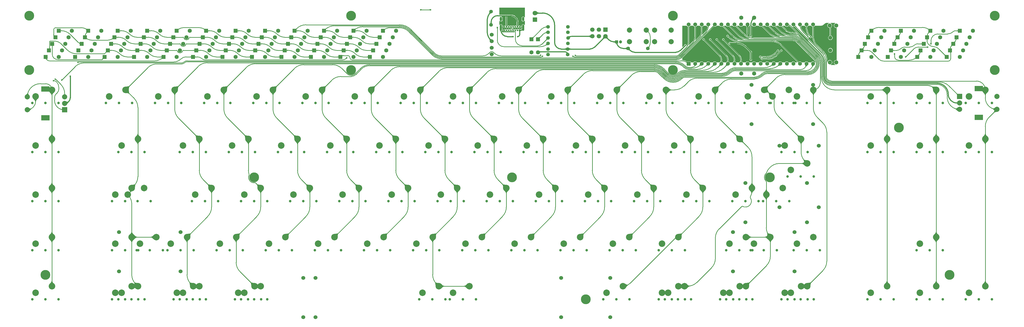
<source format=gbr>
%TF.GenerationSoftware,Altium Limited,Altium Designer,22.1.2 (22)*%
G04 Layer_Physical_Order=1*
G04 Layer_Color=255*
%FSLAX26Y26*%
%MOIN*%
%TF.SameCoordinates,6AB8E791-3C66-40CF-9B94-9E67D8B32DB7*%
%TF.FilePolarity,Positive*%
%TF.FileFunction,Copper,L1,Top,Signal*%
%TF.Part,Single*%
G01*
G75*
%TA.AperFunction,Conductor*%
%ADD10C,0.010000*%
%ADD11C,0.015000*%
%TA.AperFunction,ComponentPad*%
%ADD12C,0.060000*%
%ADD13C,0.039370*%
%ADD14C,0.100000*%
%ADD15R,0.062992X0.062992*%
G04:AMPARAMS|DCode=16|XSize=62.992mil|YSize=62.992mil|CornerRadius=31.496mil|HoleSize=0mil|Usage=FLASHONLY|Rotation=0.000|XOffset=0mil|YOffset=0mil|HoleType=Round|Shape=RoundedRectangle|*
%AMROUNDEDRECTD16*
21,1,0.062992,0.000000,0,0,0.0*
21,1,0.000000,0.062992,0,0,0.0*
1,1,0.062992,0.000000,0.000000*
1,1,0.062992,0.000000,0.000000*
1,1,0.062992,0.000000,0.000000*
1,1,0.062992,0.000000,0.000000*
%
%ADD16ROUNDEDRECTD16*%
%ADD17R,0.078740X0.078740*%
%ADD18C,0.078740*%
%ADD19R,0.125984X0.078740*%
%ADD20C,0.150000*%
%ADD21C,0.059055*%
%ADD22R,0.059055X0.059055*%
%ADD23C,0.025591*%
G04:AMPARAMS|DCode=24|XSize=35.433mil|YSize=94.488mil|CornerRadius=17.716mil|HoleSize=0mil|Usage=FLASHONLY|Rotation=180.000|XOffset=0mil|YOffset=0mil|HoleType=Round|Shape=RoundedRectangle|*
%AMROUNDEDRECTD24*
21,1,0.035433,0.059055,0,0,180.0*
21,1,0.000000,0.094488,0,0,180.0*
1,1,0.035433,0.000000,0.029528*
1,1,0.035433,0.000000,0.029528*
1,1,0.035433,0.000000,-0.029528*
1,1,0.035433,0.000000,-0.029528*
%
%ADD24ROUNDEDRECTD24*%
G04:AMPARAMS|DCode=25|XSize=35.433mil|YSize=66.929mil|CornerRadius=17.716mil|HoleSize=0mil|Usage=FLASHONLY|Rotation=180.000|XOffset=0mil|YOffset=0mil|HoleType=Round|Shape=RoundedRectangle|*
%AMROUNDEDRECTD25*
21,1,0.035433,0.031496,0,0,180.0*
21,1,0.000000,0.066929,0,0,180.0*
1,1,0.035433,0.000000,0.015748*
1,1,0.035433,0.000000,0.015748*
1,1,0.035433,0.000000,-0.015748*
1,1,0.035433,0.000000,-0.015748*
%
%ADD25ROUNDEDRECTD25*%
%ADD26R,0.025591X0.025591*%
%ADD27C,0.055118*%
G04:AMPARAMS|DCode=28|XSize=55.118mil|YSize=55.118mil|CornerRadius=27.559mil|HoleSize=0mil|Usage=FLASHONLY|Rotation=180.000|XOffset=0mil|YOffset=0mil|HoleType=Round|Shape=RoundedRectangle|*
%AMROUNDEDRECTD28*
21,1,0.055118,0.000000,0,0,180.0*
21,1,0.000000,0.055118,0,0,180.0*
1,1,0.055118,0.000000,0.000000*
1,1,0.055118,0.000000,0.000000*
1,1,0.055118,0.000000,0.000000*
1,1,0.055118,0.000000,0.000000*
%
%ADD28ROUNDEDRECTD28*%
%ADD29C,0.070866*%
%ADD30R,0.070866X0.070866*%
%ADD31C,0.062992*%
%ADD32R,0.062992X0.062992*%
G04:AMPARAMS|DCode=33|XSize=62.992mil|YSize=62.992mil|CornerRadius=31.496mil|HoleSize=0mil|Usage=FLASHONLY|Rotation=270.000|XOffset=0mil|YOffset=0mil|HoleType=Round|Shape=RoundedRectangle|*
%AMROUNDEDRECTD33*
21,1,0.062992,0.000000,0,0,270.0*
21,1,0.000000,0.062992,0,0,270.0*
1,1,0.062992,0.000000,0.000000*
1,1,0.062992,0.000000,0.000000*
1,1,0.062992,0.000000,0.000000*
1,1,0.062992,0.000000,0.000000*
%
%ADD33ROUNDEDRECTD33*%
%ADD34R,0.066929X0.066929*%
%ADD35C,0.066929*%
%ADD36C,0.047244*%
%ADD37R,0.047244X0.047244*%
%TA.AperFunction,ViaPad*%
%ADD38C,0.023622*%
G36*
X7761565Y4796732D02*
X7760895Y4797353D01*
X7760166Y4797909D01*
X7759378Y4798399D01*
X7758532Y4798824D01*
X7757626Y4799183D01*
X7756661Y4799477D01*
X7755637Y4799706D01*
X7754555Y4799869D01*
X7753413Y4799967D01*
X7752213Y4800000D01*
Y4810000D01*
X7753413Y4810033D01*
X7754555Y4810131D01*
X7755637Y4810294D01*
X7756661Y4810523D01*
X7757626Y4810817D01*
X7758532Y4811176D01*
X7759378Y4811601D01*
X7760166Y4812091D01*
X7760895Y4812647D01*
X7761565Y4813268D01*
Y4796732D01*
D02*
G37*
G36*
X7629105Y4812647D02*
X7629834Y4812091D01*
X7630622Y4811601D01*
X7631468Y4811176D01*
X7632374Y4810817D01*
X7633339Y4810523D01*
X7634363Y4810294D01*
X7635445Y4810131D01*
X7636587Y4810033D01*
X7637787Y4810000D01*
Y4800000D01*
X7636587Y4799967D01*
X7635445Y4799869D01*
X7634363Y4799706D01*
X7633339Y4799477D01*
X7632374Y4799183D01*
X7631468Y4798824D01*
X7630622Y4798399D01*
X7629834Y4797909D01*
X7629105Y4797353D01*
X7628435Y4796732D01*
Y4813268D01*
X7629105Y4812647D01*
D02*
G37*
G36*
X6184151Y4514717D02*
X6182002Y4512987D01*
X6178610Y4509852D01*
X6177367Y4508447D01*
X6176426Y4507150D01*
X6175788Y4505961D01*
X6175452Y4504880D01*
X6175418Y4503908D01*
X6175686Y4503043D01*
X6176256Y4502286D01*
X6161911Y4516256D01*
X6162704Y4515706D01*
X6163679Y4515420D01*
X6164837Y4515398D01*
X6166178Y4515641D01*
X6167703Y4516149D01*
X6169410Y4516921D01*
X6171300Y4517958D01*
X6173373Y4519258D01*
X6178068Y4522654D01*
X6184151Y4514717D01*
D02*
G37*
G36*
X6634724Y4510504D02*
X6632655Y4509130D01*
X6629333Y4506545D01*
X6628078Y4505334D01*
X6627096Y4504178D01*
X6626385Y4503075D01*
X6625945Y4502028D01*
X6625777Y4501034D01*
X6625881Y4500095D01*
X6626256Y4499210D01*
X6616103Y4516256D01*
X6616737Y4515544D01*
X6617624Y4515109D01*
X6618764Y4514954D01*
X6620158Y4515076D01*
X6621805Y4515477D01*
X6623705Y4516157D01*
X6625858Y4517114D01*
X6628265Y4518350D01*
X6633837Y4521658D01*
X6634724Y4510504D01*
D02*
G37*
G36*
X4306474Y4518981D02*
X4312212Y4516282D01*
X4312830Y4516118D01*
X4313271Y4516078D01*
X4313536Y4516165D01*
X4313624Y4516376D01*
X4313744Y4497982D01*
X4313650Y4499121D01*
X4313381Y4500242D01*
X4312938Y4501345D01*
X4312322Y4502430D01*
X4311531Y4503497D01*
X4310567Y4504547D01*
X4309428Y4505578D01*
X4308115Y4506591D01*
X4306628Y4507586D01*
X4304968Y4508563D01*
X4304797Y4519896D01*
X4306474Y4518981D01*
D02*
G37*
G36*
X3935032Y4508563D02*
X3933372Y4507586D01*
X3931885Y4506591D01*
X3930572Y4505578D01*
X3929433Y4504547D01*
X3928469Y4503497D01*
X3927678Y4502430D01*
X3927062Y4501345D01*
X3926619Y4500242D01*
X3926351Y4499121D01*
X3926256Y4497982D01*
X3926376Y4516376D01*
X3926909Y4516411D01*
X3927520Y4516517D01*
X3928209Y4516693D01*
X3928975Y4516939D01*
X3930740Y4517643D01*
X3932816Y4518629D01*
X3935203Y4519896D01*
X3935032Y4508563D01*
D02*
G37*
G36*
X2506452Y4518800D02*
X2512207Y4516183D01*
X2512827Y4516041D01*
X2513270Y4516025D01*
X2513535Y4516137D01*
X2513624Y4516376D01*
X2513744Y4497893D01*
X2513649Y4499029D01*
X2513380Y4500145D01*
X2512936Y4501243D01*
X2512318Y4502323D01*
X2511525Y4503384D01*
X2510557Y4504426D01*
X2509415Y4505450D01*
X2508098Y4506455D01*
X2506607Y4507441D01*
X2504941Y4508409D01*
X2504770Y4519704D01*
X2506452Y4518800D01*
D02*
G37*
G36*
X7085087Y4508248D02*
X7083416Y4507290D01*
X7081920Y4506313D01*
X7080599Y4505317D01*
X7079453Y4504301D01*
X7078482Y4503266D01*
X7077687Y4502212D01*
X7077066Y4501138D01*
X7076621Y4500045D01*
X7076351Y4498932D01*
X7076256Y4497801D01*
X7076376Y4516376D01*
X7077019Y4516407D01*
X7077716Y4516501D01*
X7078467Y4516658D01*
X7079274Y4516877D01*
X7081050Y4517502D01*
X7082020Y4517909D01*
X7085257Y4519505D01*
X7085087Y4508248D01*
D02*
G37*
G36*
X6626357Y4494050D02*
X6626661Y4493200D01*
X6627167Y4492450D01*
X6627875Y4491800D01*
X6628786Y4491250D01*
X6629899Y4490800D01*
X6631215Y4490450D01*
X6632733Y4490200D01*
X6634453Y4490050D01*
X6636376Y4490000D01*
Y4480000D01*
X6634453Y4479950D01*
X6632733Y4479800D01*
X6631215Y4479550D01*
X6629899Y4479200D01*
X6628786Y4478750D01*
X6627875Y4478200D01*
X6627167Y4477550D01*
X6626661Y4476800D01*
X6626357Y4475950D01*
X6626256Y4475000D01*
Y4495000D01*
X6626357Y4494050D01*
D02*
G37*
G36*
X6176357D02*
X6176661Y4493200D01*
X6177167Y4492450D01*
X6177875Y4491800D01*
X6178786Y4491250D01*
X6179899Y4490800D01*
X6181215Y4490450D01*
X6182733Y4490200D01*
X6184453Y4490050D01*
X6186376Y4490000D01*
Y4480000D01*
X6184453Y4479950D01*
X6182733Y4479800D01*
X6181215Y4479550D01*
X6179899Y4479200D01*
X6178786Y4478750D01*
X6177875Y4478200D01*
X6177167Y4477550D01*
X6176661Y4476800D01*
X6176357Y4475950D01*
X6176256Y4475000D01*
Y4495000D01*
X6176357Y4494050D01*
D02*
G37*
G36*
X5726357D02*
X5726661Y4493200D01*
X5727167Y4492450D01*
X5727875Y4491800D01*
X5728786Y4491250D01*
X5729899Y4490800D01*
X5731215Y4490450D01*
X5732733Y4490200D01*
X5734453Y4490050D01*
X5736376Y4490000D01*
Y4480000D01*
X5734453Y4479950D01*
X5732733Y4479800D01*
X5731215Y4479550D01*
X5729899Y4479200D01*
X5728786Y4478750D01*
X5727875Y4478200D01*
X5727167Y4477550D01*
X5726661Y4476800D01*
X5726357Y4475950D01*
X5726256Y4475000D01*
Y4495000D01*
X5726357Y4494050D01*
D02*
G37*
G36*
X5276357D02*
X5276661Y4493200D01*
X5277167Y4492450D01*
X5277875Y4491800D01*
X5278786Y4491250D01*
X5279899Y4490800D01*
X5281215Y4490450D01*
X5282733Y4490200D01*
X5284453Y4490050D01*
X5286376Y4490000D01*
Y4480000D01*
X5284453Y4479950D01*
X5282733Y4479800D01*
X5281215Y4479550D01*
X5279899Y4479200D01*
X5278786Y4478750D01*
X5277875Y4478200D01*
X5277167Y4477550D01*
X5276661Y4476800D01*
X5276357Y4475950D01*
X5276256Y4475000D01*
Y4495000D01*
X5276357Y4494050D01*
D02*
G37*
G36*
X4826357D02*
X4826661Y4493200D01*
X4827167Y4492450D01*
X4827875Y4491800D01*
X4828786Y4491250D01*
X4829899Y4490800D01*
X4831215Y4490450D01*
X4832733Y4490200D01*
X4834453Y4490050D01*
X4836376Y4490000D01*
Y4480000D01*
X4834453Y4479950D01*
X4832733Y4479800D01*
X4831215Y4479550D01*
X4829899Y4479200D01*
X4828786Y4478750D01*
X4827875Y4478200D01*
X4827167Y4477550D01*
X4826661Y4476800D01*
X4826357Y4475950D01*
X4826256Y4475000D01*
Y4495000D01*
X4826357Y4494050D01*
D02*
G37*
G36*
X4376357D02*
X4376661Y4493200D01*
X4377167Y4492450D01*
X4377875Y4491800D01*
X4378786Y4491250D01*
X4379899Y4490800D01*
X4381215Y4490450D01*
X4382733Y4490200D01*
X4384453Y4490050D01*
X4386376Y4490000D01*
Y4480000D01*
X4384453Y4479950D01*
X4382733Y4479800D01*
X4381215Y4479550D01*
X4379899Y4479200D01*
X4378786Y4478750D01*
X4377875Y4478200D01*
X4377167Y4477550D01*
X4376661Y4476800D01*
X4376357Y4475950D01*
X4376256Y4475000D01*
Y4495000D01*
X4376357Y4494050D01*
D02*
G37*
G36*
X3476357D02*
X3476661Y4493200D01*
X3477167Y4492450D01*
X3477875Y4491800D01*
X3478786Y4491250D01*
X3479899Y4490800D01*
X3481215Y4490450D01*
X3482733Y4490200D01*
X3484453Y4490050D01*
X3486376Y4490000D01*
Y4480000D01*
X3484453Y4479950D01*
X3482733Y4479800D01*
X3481215Y4479550D01*
X3479899Y4479200D01*
X3478786Y4478750D01*
X3477875Y4478200D01*
X3477167Y4477550D01*
X3476661Y4476800D01*
X3476357Y4475950D01*
X3476256Y4475000D01*
Y4495000D01*
X3476357Y4494050D01*
D02*
G37*
G36*
X3026357D02*
X3026661Y4493200D01*
X3027167Y4492450D01*
X3027875Y4491800D01*
X3028786Y4491250D01*
X3029899Y4490800D01*
X3031215Y4490450D01*
X3032733Y4490200D01*
X3034453Y4490050D01*
X3036376Y4490000D01*
Y4480000D01*
X3034453Y4479950D01*
X3032733Y4479800D01*
X3031215Y4479550D01*
X3029899Y4479200D01*
X3028786Y4478750D01*
X3027875Y4478200D01*
X3027167Y4477550D01*
X3026661Y4476800D01*
X3026357Y4475950D01*
X3026256Y4475000D01*
Y4495000D01*
X3026357Y4494050D01*
D02*
G37*
G36*
X2528228Y4453624D02*
X2527446Y4454197D01*
X2526588Y4454458D01*
X2525654Y4454408D01*
X2524643Y4454046D01*
X2523555Y4453372D01*
X2522391Y4452386D01*
X2521151Y4451089D01*
X2519834Y4449480D01*
X2518440Y4447559D01*
X2516970Y4445326D01*
X2508117Y4450014D01*
X2509810Y4452787D01*
X2512434Y4457680D01*
X2513366Y4459799D01*
X2514043Y4461701D01*
X2514467Y4463385D01*
X2514637Y4464852D01*
X2514553Y4466101D01*
X2514215Y4467132D01*
X2513624Y4467945D01*
X2528228Y4453624D01*
D02*
G37*
G36*
X2507459Y4425872D02*
X2506937Y4424045D01*
X2506579Y4422410D01*
X2506385Y4420968D01*
X2506356Y4419718D01*
X2506491Y4418660D01*
X2506790Y4417795D01*
X2507253Y4417122D01*
X2507880Y4416641D01*
X2508672Y4416352D01*
X2509628Y4416256D01*
X2488670D01*
X2489678Y4416353D01*
X2490643Y4416644D01*
X2491566Y4417128D01*
X2492448Y4417807D01*
X2493287Y4418680D01*
X2494085Y4419746D01*
X2494841Y4421006D01*
X2495555Y4422460D01*
X2496227Y4424108D01*
X2496857Y4425950D01*
X2507459Y4425872D01*
D02*
G37*
G36*
X2022050Y4424461D02*
X2022200Y4422747D01*
X2022450Y4421234D01*
X2022800Y4419921D01*
X2023250Y4418808D01*
X2023800Y4417897D01*
X2024450Y4417186D01*
X2025200Y4416675D01*
X2026050Y4416365D01*
X2027000Y4416256D01*
X2013624Y4416376D01*
X2012000Y4426376D01*
X2022000D01*
X2022050Y4424461D01*
D02*
G37*
G36*
X6963744Y4375000D02*
X6963643Y4375950D01*
X6963339Y4376800D01*
X6962833Y4377550D01*
X6962125Y4378200D01*
X6961214Y4378750D01*
X6960101Y4379200D01*
X6958785Y4379550D01*
X6957267Y4379800D01*
X6955547Y4379950D01*
X6953624Y4380000D01*
Y4390000D01*
X6955547Y4390050D01*
X6957267Y4390200D01*
X6958785Y4390450D01*
X6960101Y4390800D01*
X6961214Y4391250D01*
X6962125Y4391800D01*
X6962833Y4392450D01*
X6963339Y4393200D01*
X6963643Y4394050D01*
X6963744Y4395000D01*
Y4375000D01*
D02*
G37*
G36*
X6576357Y4394050D02*
X6576661Y4393200D01*
X6577167Y4392450D01*
X6577875Y4391800D01*
X6578786Y4391250D01*
X6579899Y4390800D01*
X6581215Y4390450D01*
X6582733Y4390200D01*
X6584453Y4390050D01*
X6586376Y4390000D01*
Y4380000D01*
X6584453Y4379950D01*
X6582733Y4379800D01*
X6581215Y4379550D01*
X6579899Y4379200D01*
X6578786Y4378750D01*
X6577875Y4378200D01*
X6577167Y4377550D01*
X6576661Y4376800D01*
X6576357Y4375950D01*
X6576256Y4375000D01*
Y4395000D01*
X6576357Y4394050D01*
D02*
G37*
G36*
X6513744Y4375000D02*
X6513643Y4375950D01*
X6513339Y4376800D01*
X6512833Y4377550D01*
X6512125Y4378200D01*
X6511214Y4378750D01*
X6510101Y4379200D01*
X6508785Y4379550D01*
X6507267Y4379800D01*
X6505547Y4379950D01*
X6503624Y4380000D01*
Y4390000D01*
X6505547Y4390050D01*
X6507267Y4390200D01*
X6508785Y4390450D01*
X6510101Y4390800D01*
X6511214Y4391250D01*
X6512125Y4391800D01*
X6512833Y4392450D01*
X6513339Y4393200D01*
X6513643Y4394050D01*
X6513744Y4395000D01*
Y4375000D01*
D02*
G37*
G36*
X6126357Y4394050D02*
X6126661Y4393200D01*
X6127167Y4392450D01*
X6127875Y4391800D01*
X6128786Y4391250D01*
X6129899Y4390800D01*
X6131215Y4390450D01*
X6132733Y4390200D01*
X6134453Y4390050D01*
X6136376Y4390000D01*
Y4380000D01*
X6134453Y4379950D01*
X6132733Y4379800D01*
X6131215Y4379550D01*
X6129899Y4379200D01*
X6128786Y4378750D01*
X6127875Y4378200D01*
X6127167Y4377550D01*
X6126661Y4376800D01*
X6126357Y4375950D01*
X6126256Y4375000D01*
Y4395000D01*
X6126357Y4394050D01*
D02*
G37*
G36*
X6063744Y4375000D02*
X6063643Y4375950D01*
X6063339Y4376800D01*
X6062833Y4377550D01*
X6062125Y4378200D01*
X6061214Y4378750D01*
X6060101Y4379200D01*
X6058785Y4379550D01*
X6057267Y4379800D01*
X6055547Y4379950D01*
X6053624Y4380000D01*
Y4390000D01*
X6055547Y4390050D01*
X6057267Y4390200D01*
X6058785Y4390450D01*
X6060101Y4390800D01*
X6061214Y4391250D01*
X6062125Y4391800D01*
X6062833Y4392450D01*
X6063339Y4393200D01*
X6063643Y4394050D01*
X6063744Y4395000D01*
Y4375000D01*
D02*
G37*
G36*
X5676357Y4394050D02*
X5676661Y4393200D01*
X5677167Y4392450D01*
X5677875Y4391800D01*
X5678786Y4391250D01*
X5679899Y4390800D01*
X5681215Y4390450D01*
X5682733Y4390200D01*
X5684453Y4390050D01*
X5686376Y4390000D01*
Y4380000D01*
X5684453Y4379950D01*
X5682733Y4379800D01*
X5681215Y4379550D01*
X5679899Y4379200D01*
X5678786Y4378750D01*
X5677875Y4378200D01*
X5677167Y4377550D01*
X5676661Y4376800D01*
X5676357Y4375950D01*
X5676256Y4375000D01*
Y4395000D01*
X5676357Y4394050D01*
D02*
G37*
G36*
X5613744Y4375000D02*
X5613643Y4375950D01*
X5613339Y4376800D01*
X5612833Y4377550D01*
X5612125Y4378200D01*
X5611214Y4378750D01*
X5610101Y4379200D01*
X5608785Y4379550D01*
X5607267Y4379800D01*
X5605547Y4379950D01*
X5603624Y4380000D01*
Y4390000D01*
X5605547Y4390050D01*
X5607267Y4390200D01*
X5608785Y4390450D01*
X5610101Y4390800D01*
X5611214Y4391250D01*
X5612125Y4391800D01*
X5612833Y4392450D01*
X5613339Y4393200D01*
X5613643Y4394050D01*
X5613744Y4395000D01*
Y4375000D01*
D02*
G37*
G36*
X5226357Y4394050D02*
X5226661Y4393200D01*
X5227167Y4392450D01*
X5227875Y4391800D01*
X5228786Y4391250D01*
X5229899Y4390800D01*
X5231215Y4390450D01*
X5232733Y4390200D01*
X5234453Y4390050D01*
X5236376Y4390000D01*
Y4380000D01*
X5234453Y4379950D01*
X5232733Y4379800D01*
X5231215Y4379550D01*
X5229899Y4379200D01*
X5228786Y4378750D01*
X5227875Y4378200D01*
X5227167Y4377550D01*
X5226661Y4376800D01*
X5226357Y4375950D01*
X5226256Y4375000D01*
Y4395000D01*
X5226357Y4394050D01*
D02*
G37*
G36*
X5163744Y4375000D02*
X5163643Y4375950D01*
X5163339Y4376800D01*
X5162833Y4377550D01*
X5162125Y4378200D01*
X5161214Y4378750D01*
X5160101Y4379200D01*
X5158785Y4379550D01*
X5157267Y4379800D01*
X5155547Y4379950D01*
X5153624Y4380000D01*
Y4390000D01*
X5155547Y4390050D01*
X5157267Y4390200D01*
X5158785Y4390450D01*
X5160101Y4390800D01*
X5161214Y4391250D01*
X5162125Y4391800D01*
X5162833Y4392450D01*
X5163339Y4393200D01*
X5163643Y4394050D01*
X5163744Y4395000D01*
Y4375000D01*
D02*
G37*
G36*
X4776357Y4394050D02*
X4776661Y4393200D01*
X4777167Y4392450D01*
X4777875Y4391800D01*
X4778786Y4391250D01*
X4779899Y4390800D01*
X4781215Y4390450D01*
X4782733Y4390200D01*
X4784453Y4390050D01*
X4786376Y4390000D01*
Y4380000D01*
X4784453Y4379950D01*
X4782733Y4379800D01*
X4781215Y4379550D01*
X4779899Y4379200D01*
X4778786Y4378750D01*
X4777875Y4378200D01*
X4777167Y4377550D01*
X4776661Y4376800D01*
X4776357Y4375950D01*
X4776256Y4375000D01*
Y4395000D01*
X4776357Y4394050D01*
D02*
G37*
G36*
X4713744Y4375000D02*
X4713643Y4375950D01*
X4713339Y4376800D01*
X4712833Y4377550D01*
X4712125Y4378200D01*
X4711214Y4378750D01*
X4710101Y4379200D01*
X4708785Y4379550D01*
X4707267Y4379800D01*
X4705547Y4379950D01*
X4703624Y4380000D01*
Y4390000D01*
X4705547Y4390050D01*
X4707267Y4390200D01*
X4708785Y4390450D01*
X4710101Y4390800D01*
X4711214Y4391250D01*
X4712125Y4391800D01*
X4712833Y4392450D01*
X4713339Y4393200D01*
X4713643Y4394050D01*
X4713744Y4395000D01*
Y4375000D01*
D02*
G37*
G36*
X4326357Y4394050D02*
X4326661Y4393200D01*
X4327167Y4392450D01*
X4327875Y4391800D01*
X4328786Y4391250D01*
X4329899Y4390800D01*
X4331215Y4390450D01*
X4332733Y4390200D01*
X4334453Y4390050D01*
X4336376Y4390000D01*
Y4380000D01*
X4334453Y4379950D01*
X4332733Y4379800D01*
X4331215Y4379550D01*
X4329899Y4379200D01*
X4328786Y4378750D01*
X4327875Y4378200D01*
X4327167Y4377550D01*
X4326661Y4376800D01*
X4326357Y4375950D01*
X4326256Y4375000D01*
Y4395000D01*
X4326357Y4394050D01*
D02*
G37*
G36*
X4263744Y4375000D02*
X4263643Y4375950D01*
X4263339Y4376800D01*
X4262833Y4377550D01*
X4262125Y4378200D01*
X4261214Y4378750D01*
X4260101Y4379200D01*
X4258785Y4379550D01*
X4257267Y4379800D01*
X4255547Y4379950D01*
X4253624Y4380000D01*
Y4390000D01*
X4255547Y4390050D01*
X4257267Y4390200D01*
X4258785Y4390450D01*
X4260101Y4390800D01*
X4261214Y4391250D01*
X4262125Y4391800D01*
X4262833Y4392450D01*
X4263339Y4393200D01*
X4263643Y4394050D01*
X4263744Y4395000D01*
Y4375000D01*
D02*
G37*
G36*
X3876357Y4394050D02*
X3876661Y4393200D01*
X3877167Y4392450D01*
X3877875Y4391800D01*
X3878786Y4391250D01*
X3879899Y4390800D01*
X3881215Y4390450D01*
X3882733Y4390200D01*
X3884453Y4390050D01*
X3886376Y4390000D01*
Y4380000D01*
X3884453Y4379950D01*
X3882733Y4379800D01*
X3881215Y4379550D01*
X3879899Y4379200D01*
X3878786Y4378750D01*
X3877875Y4378200D01*
X3877167Y4377550D01*
X3876661Y4376800D01*
X3876357Y4375950D01*
X3876256Y4375000D01*
Y4395000D01*
X3876357Y4394050D01*
D02*
G37*
G36*
X3813744Y4375000D02*
X3813643Y4375950D01*
X3813339Y4376800D01*
X3812833Y4377550D01*
X3812125Y4378200D01*
X3811214Y4378750D01*
X3810101Y4379200D01*
X3808785Y4379550D01*
X3807267Y4379800D01*
X3805547Y4379950D01*
X3803624Y4380000D01*
Y4390000D01*
X3805547Y4390050D01*
X3807267Y4390200D01*
X3808785Y4390450D01*
X3810101Y4390800D01*
X3811214Y4391250D01*
X3812125Y4391800D01*
X3812833Y4392450D01*
X3813339Y4393200D01*
X3813643Y4394050D01*
X3813744Y4395000D01*
Y4375000D01*
D02*
G37*
G36*
X3426357Y4394050D02*
X3426661Y4393200D01*
X3427167Y4392450D01*
X3427875Y4391800D01*
X3428786Y4391250D01*
X3429899Y4390800D01*
X3431215Y4390450D01*
X3432733Y4390200D01*
X3434453Y4390050D01*
X3436376Y4390000D01*
Y4380000D01*
X3434453Y4379950D01*
X3432733Y4379800D01*
X3431215Y4379550D01*
X3429899Y4379200D01*
X3428786Y4378750D01*
X3427875Y4378200D01*
X3427167Y4377550D01*
X3426661Y4376800D01*
X3426357Y4375950D01*
X3426256Y4375000D01*
Y4395000D01*
X3426357Y4394050D01*
D02*
G37*
G36*
X3363744Y4375000D02*
X3363643Y4375950D01*
X3363339Y4376800D01*
X3362833Y4377550D01*
X3362125Y4378200D01*
X3361214Y4378750D01*
X3360101Y4379200D01*
X3358785Y4379550D01*
X3357267Y4379800D01*
X3355547Y4379950D01*
X3353624Y4380000D01*
Y4390000D01*
X3355547Y4390050D01*
X3357267Y4390200D01*
X3358785Y4390450D01*
X3360101Y4390800D01*
X3361214Y4391250D01*
X3362125Y4391800D01*
X3362833Y4392450D01*
X3363339Y4393200D01*
X3363643Y4394050D01*
X3363744Y4395000D01*
Y4375000D01*
D02*
G37*
G36*
X2976357Y4394050D02*
X2976661Y4393200D01*
X2977167Y4392450D01*
X2977875Y4391800D01*
X2978786Y4391250D01*
X2979899Y4390800D01*
X2981215Y4390450D01*
X2982733Y4390200D01*
X2984453Y4390050D01*
X2986376Y4390000D01*
Y4380000D01*
X2984453Y4379950D01*
X2982733Y4379800D01*
X2981215Y4379550D01*
X2979899Y4379200D01*
X2978786Y4378750D01*
X2977875Y4378200D01*
X2977167Y4377550D01*
X2976661Y4376800D01*
X2976357Y4375950D01*
X2976256Y4375000D01*
Y4395000D01*
X2976357Y4394050D01*
D02*
G37*
G36*
X2913624Y4353624D02*
X2913038Y4353591D01*
X2912385Y4353491D01*
X2911666Y4353324D01*
X2910880Y4353092D01*
X2909109Y4352426D01*
X2908124Y4351993D01*
X2904770Y4350296D01*
X2904941Y4361591D01*
X2906607Y4362559D01*
X2908098Y4363545D01*
X2909415Y4364550D01*
X2910557Y4365574D01*
X2911525Y4366616D01*
X2912318Y4367677D01*
X2912936Y4368757D01*
X2913380Y4369855D01*
X2913649Y4370971D01*
X2913744Y4372107D01*
X2913624Y4353624D01*
D02*
G37*
G36*
X2526351Y4370971D02*
X2526620Y4369855D01*
X2527064Y4368757D01*
X2527682Y4367677D01*
X2528475Y4366616D01*
X2529443Y4365574D01*
X2530585Y4364550D01*
X2531902Y4363545D01*
X2533393Y4362559D01*
X2535059Y4361591D01*
X2535230Y4350296D01*
X2534045Y4350928D01*
X2529972Y4352792D01*
X2529120Y4353092D01*
X2527615Y4353491D01*
X2526962Y4353591D01*
X2526376Y4353624D01*
X2526256Y4372107D01*
X2526351Y4370971D01*
D02*
G37*
G36*
X2413744Y4280375D02*
X2413653Y4281455D01*
X2413380Y4282522D01*
X2412924Y4283576D01*
X2412287Y4284617D01*
X2411467Y4285645D01*
X2410465Y4286659D01*
X2409280Y4287660D01*
X2407914Y4288649D01*
X2406365Y4289624D01*
X2404634Y4290586D01*
X2404945Y4302119D01*
X2406617Y4301297D01*
X2408113Y4300675D01*
X2409432Y4300255D01*
X2410576Y4300036D01*
X2411544Y4300018D01*
X2412336Y4300200D01*
X2412952Y4300584D01*
X2413392Y4301169D01*
X2413656Y4301955D01*
X2413744Y4302942D01*
Y4280375D01*
D02*
G37*
G36*
X6913744Y4275000D02*
X6913643Y4275950D01*
X6913339Y4276800D01*
X6912833Y4277550D01*
X6912125Y4278200D01*
X6911214Y4278750D01*
X6910101Y4279200D01*
X6908785Y4279550D01*
X6907267Y4279800D01*
X6905547Y4279950D01*
X6903624Y4280000D01*
Y4290000D01*
X6905547Y4290050D01*
X6907267Y4290200D01*
X6908785Y4290450D01*
X6910101Y4290800D01*
X6911214Y4291250D01*
X6912125Y4291800D01*
X6912833Y4292450D01*
X6913339Y4293200D01*
X6913643Y4294050D01*
X6913744Y4295000D01*
Y4275000D01*
D02*
G37*
G36*
X6526357Y4294050D02*
X6526661Y4293200D01*
X6527167Y4292450D01*
X6527875Y4291800D01*
X6528786Y4291250D01*
X6529899Y4290800D01*
X6531215Y4290450D01*
X6532733Y4290200D01*
X6534453Y4290050D01*
X6536376Y4290000D01*
Y4280000D01*
X6534453Y4279950D01*
X6532733Y4279800D01*
X6531215Y4279550D01*
X6529899Y4279200D01*
X6528786Y4278750D01*
X6527875Y4278200D01*
X6527167Y4277550D01*
X6526661Y4276800D01*
X6526357Y4275950D01*
X6526256Y4275000D01*
Y4295000D01*
X6526357Y4294050D01*
D02*
G37*
G36*
X6463744Y4275000D02*
X6463643Y4275950D01*
X6463339Y4276800D01*
X6462833Y4277550D01*
X6462125Y4278200D01*
X6461214Y4278750D01*
X6460101Y4279200D01*
X6458785Y4279550D01*
X6457267Y4279800D01*
X6455547Y4279950D01*
X6453624Y4280000D01*
Y4290000D01*
X6455547Y4290050D01*
X6457267Y4290200D01*
X6458785Y4290450D01*
X6460101Y4290800D01*
X6461214Y4291250D01*
X6462125Y4291800D01*
X6462833Y4292450D01*
X6463339Y4293200D01*
X6463643Y4294050D01*
X6463744Y4295000D01*
Y4275000D01*
D02*
G37*
G36*
X6076357Y4294050D02*
X6076661Y4293200D01*
X6077167Y4292450D01*
X6077875Y4291800D01*
X6078786Y4291250D01*
X6079899Y4290800D01*
X6081215Y4290450D01*
X6082733Y4290200D01*
X6084453Y4290050D01*
X6086376Y4290000D01*
Y4280000D01*
X6084453Y4279950D01*
X6082733Y4279800D01*
X6081215Y4279550D01*
X6079899Y4279200D01*
X6078786Y4278750D01*
X6077875Y4278200D01*
X6077167Y4277550D01*
X6076661Y4276800D01*
X6076357Y4275950D01*
X6076256Y4275000D01*
Y4295000D01*
X6076357Y4294050D01*
D02*
G37*
G36*
X6013744Y4275000D02*
X6013643Y4275950D01*
X6013339Y4276800D01*
X6012833Y4277550D01*
X6012125Y4278200D01*
X6011214Y4278750D01*
X6010101Y4279200D01*
X6008785Y4279550D01*
X6007267Y4279800D01*
X6005547Y4279950D01*
X6003624Y4280000D01*
Y4290000D01*
X6005547Y4290050D01*
X6007267Y4290200D01*
X6008785Y4290450D01*
X6010101Y4290800D01*
X6011214Y4291250D01*
X6012125Y4291800D01*
X6012833Y4292450D01*
X6013339Y4293200D01*
X6013643Y4294050D01*
X6013744Y4295000D01*
Y4275000D01*
D02*
G37*
G36*
X5626357Y4294050D02*
X5626661Y4293200D01*
X5627167Y4292450D01*
X5627875Y4291800D01*
X5628786Y4291250D01*
X5629899Y4290800D01*
X5631215Y4290450D01*
X5632733Y4290200D01*
X5634453Y4290050D01*
X5636376Y4290000D01*
Y4280000D01*
X5634453Y4279950D01*
X5632733Y4279800D01*
X5631215Y4279550D01*
X5629899Y4279200D01*
X5628786Y4278750D01*
X5627875Y4278200D01*
X5627167Y4277550D01*
X5626661Y4276800D01*
X5626357Y4275950D01*
X5626256Y4275000D01*
Y4295000D01*
X5626357Y4294050D01*
D02*
G37*
G36*
X5563744Y4275000D02*
X5563643Y4275950D01*
X5563339Y4276800D01*
X5562833Y4277550D01*
X5562125Y4278200D01*
X5561214Y4278750D01*
X5560101Y4279200D01*
X5558785Y4279550D01*
X5557267Y4279800D01*
X5555547Y4279950D01*
X5553624Y4280000D01*
Y4290000D01*
X5555547Y4290050D01*
X5557267Y4290200D01*
X5558785Y4290450D01*
X5560101Y4290800D01*
X5561214Y4291250D01*
X5562125Y4291800D01*
X5562833Y4292450D01*
X5563339Y4293200D01*
X5563643Y4294050D01*
X5563744Y4295000D01*
Y4275000D01*
D02*
G37*
G36*
X5176357Y4294050D02*
X5176661Y4293200D01*
X5177167Y4292450D01*
X5177875Y4291800D01*
X5178786Y4291250D01*
X5179899Y4290800D01*
X5181215Y4290450D01*
X5182733Y4290200D01*
X5184453Y4290050D01*
X5186376Y4290000D01*
Y4280000D01*
X5184453Y4279950D01*
X5182733Y4279800D01*
X5181215Y4279550D01*
X5179899Y4279200D01*
X5178786Y4278750D01*
X5177875Y4278200D01*
X5177167Y4277550D01*
X5176661Y4276800D01*
X5176357Y4275950D01*
X5176256Y4275000D01*
Y4295000D01*
X5176357Y4294050D01*
D02*
G37*
G36*
X5113744Y4275000D02*
X5113643Y4275950D01*
X5113339Y4276800D01*
X5112833Y4277550D01*
X5112125Y4278200D01*
X5111214Y4278750D01*
X5110101Y4279200D01*
X5108785Y4279550D01*
X5107267Y4279800D01*
X5105547Y4279950D01*
X5103624Y4280000D01*
Y4290000D01*
X5105547Y4290050D01*
X5107267Y4290200D01*
X5108785Y4290450D01*
X5110101Y4290800D01*
X5111214Y4291250D01*
X5112125Y4291800D01*
X5112833Y4292450D01*
X5113339Y4293200D01*
X5113643Y4294050D01*
X5113744Y4295000D01*
Y4275000D01*
D02*
G37*
G36*
X4726357Y4294050D02*
X4726661Y4293200D01*
X4727167Y4292450D01*
X4727875Y4291800D01*
X4728786Y4291250D01*
X4729899Y4290800D01*
X4731215Y4290450D01*
X4732733Y4290200D01*
X4734453Y4290050D01*
X4736376Y4290000D01*
Y4280000D01*
X4734453Y4279950D01*
X4732733Y4279800D01*
X4731215Y4279550D01*
X4729899Y4279200D01*
X4728786Y4278750D01*
X4727875Y4278200D01*
X4727167Y4277550D01*
X4726661Y4276800D01*
X4726357Y4275950D01*
X4726256Y4275000D01*
Y4295000D01*
X4726357Y4294050D01*
D02*
G37*
G36*
X4663744Y4275000D02*
X4663643Y4275950D01*
X4663339Y4276800D01*
X4662833Y4277550D01*
X4662125Y4278200D01*
X4661214Y4278750D01*
X4660101Y4279200D01*
X4658785Y4279550D01*
X4657267Y4279800D01*
X4655547Y4279950D01*
X4653624Y4280000D01*
Y4290000D01*
X4655547Y4290050D01*
X4657267Y4290200D01*
X4658785Y4290450D01*
X4660101Y4290800D01*
X4661214Y4291250D01*
X4662125Y4291800D01*
X4662833Y4292450D01*
X4663339Y4293200D01*
X4663643Y4294050D01*
X4663744Y4295000D01*
Y4275000D01*
D02*
G37*
G36*
X4276357Y4294050D02*
X4276661Y4293200D01*
X4277167Y4292450D01*
X4277875Y4291800D01*
X4278786Y4291250D01*
X4279899Y4290800D01*
X4281215Y4290450D01*
X4282733Y4290200D01*
X4284453Y4290050D01*
X4286376Y4290000D01*
Y4280000D01*
X4284453Y4279950D01*
X4282733Y4279800D01*
X4281215Y4279550D01*
X4279899Y4279200D01*
X4278786Y4278750D01*
X4277875Y4278200D01*
X4277167Y4277550D01*
X4276661Y4276800D01*
X4276357Y4275950D01*
X4276256Y4275000D01*
Y4295000D01*
X4276357Y4294050D01*
D02*
G37*
G36*
X4213744Y4275000D02*
X4213643Y4275950D01*
X4213339Y4276800D01*
X4212833Y4277550D01*
X4212125Y4278200D01*
X4211214Y4278750D01*
X4210101Y4279200D01*
X4208785Y4279550D01*
X4207267Y4279800D01*
X4205547Y4279950D01*
X4203624Y4280000D01*
Y4290000D01*
X4205547Y4290050D01*
X4207267Y4290200D01*
X4208785Y4290450D01*
X4210101Y4290800D01*
X4211214Y4291250D01*
X4212125Y4291800D01*
X4212833Y4292450D01*
X4213339Y4293200D01*
X4213643Y4294050D01*
X4213744Y4295000D01*
Y4275000D01*
D02*
G37*
G36*
X3826357Y4294050D02*
X3826661Y4293200D01*
X3827167Y4292450D01*
X3827875Y4291800D01*
X3828786Y4291250D01*
X3829899Y4290800D01*
X3831215Y4290450D01*
X3832733Y4290200D01*
X3834453Y4290050D01*
X3836376Y4290000D01*
Y4280000D01*
X3834453Y4279950D01*
X3832733Y4279800D01*
X3831215Y4279550D01*
X3829899Y4279200D01*
X3828786Y4278750D01*
X3827875Y4278200D01*
X3827167Y4277550D01*
X3826661Y4276800D01*
X3826357Y4275950D01*
X3826256Y4275000D01*
Y4295000D01*
X3826357Y4294050D01*
D02*
G37*
G36*
X3763744Y4275000D02*
X3763643Y4275950D01*
X3763339Y4276800D01*
X3762833Y4277550D01*
X3762125Y4278200D01*
X3761214Y4278750D01*
X3760101Y4279200D01*
X3758785Y4279550D01*
X3757267Y4279800D01*
X3755547Y4279950D01*
X3753624Y4280000D01*
Y4290000D01*
X3755547Y4290050D01*
X3757267Y4290200D01*
X3758785Y4290450D01*
X3760101Y4290800D01*
X3761214Y4291250D01*
X3762125Y4291800D01*
X3762833Y4292450D01*
X3763339Y4293200D01*
X3763643Y4294050D01*
X3763744Y4295000D01*
Y4275000D01*
D02*
G37*
G36*
X3376357Y4294050D02*
X3376661Y4293200D01*
X3377167Y4292450D01*
X3377875Y4291800D01*
X3378786Y4291250D01*
X3379899Y4290800D01*
X3381215Y4290450D01*
X3382733Y4290200D01*
X3384453Y4290050D01*
X3386376Y4290000D01*
Y4280000D01*
X3384453Y4279950D01*
X3382733Y4279800D01*
X3381215Y4279550D01*
X3379899Y4279200D01*
X3378786Y4278750D01*
X3377875Y4278200D01*
X3377167Y4277550D01*
X3376661Y4276800D01*
X3376357Y4275950D01*
X3376256Y4275000D01*
Y4295000D01*
X3376357Y4294050D01*
D02*
G37*
G36*
X3313744Y4275000D02*
X3313643Y4275950D01*
X3313339Y4276800D01*
X3312833Y4277550D01*
X3312125Y4278200D01*
X3311214Y4278750D01*
X3310101Y4279200D01*
X3308785Y4279550D01*
X3307267Y4279800D01*
X3305547Y4279950D01*
X3303624Y4280000D01*
Y4290000D01*
X3305547Y4290050D01*
X3307267Y4290200D01*
X3308785Y4290450D01*
X3310101Y4290800D01*
X3311214Y4291250D01*
X3312125Y4291800D01*
X3312833Y4292450D01*
X3313339Y4293200D01*
X3313643Y4294050D01*
X3313744Y4295000D01*
Y4275000D01*
D02*
G37*
G36*
X2926357Y4294050D02*
X2926661Y4293200D01*
X2927167Y4292450D01*
X2927875Y4291800D01*
X2928786Y4291250D01*
X2929899Y4290800D01*
X2931215Y4290450D01*
X2932733Y4290200D01*
X2934453Y4290050D01*
X2936376Y4290000D01*
Y4280000D01*
X2934453Y4279950D01*
X2932733Y4279800D01*
X2931215Y4279550D01*
X2929899Y4279200D01*
X2928786Y4278750D01*
X2927875Y4278200D01*
X2927167Y4277550D01*
X2926661Y4276800D01*
X2926357Y4275950D01*
X2926256Y4275000D01*
Y4295000D01*
X2926357Y4294050D01*
D02*
G37*
G36*
X2004050Y4253524D02*
X2003200Y4253224D01*
X2002450Y4252724D01*
X2001800Y4252024D01*
X2001250Y4251124D01*
X2000800Y4250024D01*
X2000450Y4248724D01*
X2000200Y4247224D01*
X2000050Y4245524D01*
X2000000Y4243624D01*
X1990000D01*
X1989950Y4245524D01*
X1989800Y4247224D01*
X1989550Y4248724D01*
X1989200Y4250024D01*
X1988750Y4251124D01*
X1988200Y4252024D01*
X1987550Y4252724D01*
X1986800Y4253224D01*
X1985950Y4253524D01*
X1985000Y4253624D01*
X2005000D01*
X2004050Y4253524D01*
D02*
G37*
G36*
X1958554Y4224453D02*
X1958704Y4222733D01*
X1958954Y4221215D01*
X1959304Y4219899D01*
X1959754Y4218786D01*
X1960304Y4217875D01*
X1960954Y4217167D01*
X1961704Y4216661D01*
X1962554Y4216357D01*
X1963504Y4216256D01*
X1943504D01*
X1944454Y4216357D01*
X1945304Y4216661D01*
X1946054Y4217167D01*
X1946704Y4217875D01*
X1947254Y4218786D01*
X1947704Y4219899D01*
X1948054Y4221215D01*
X1948304Y4222733D01*
X1948454Y4224453D01*
X1948504Y4226376D01*
X1958504D01*
X1958554Y4224453D01*
D02*
G37*
G36*
X6863744Y4175000D02*
X6863643Y4175950D01*
X6863339Y4176800D01*
X6862833Y4177550D01*
X6862125Y4178200D01*
X6861214Y4178750D01*
X6860101Y4179200D01*
X6858785Y4179550D01*
X6857267Y4179800D01*
X6855547Y4179950D01*
X6853624Y4180000D01*
Y4190000D01*
X6855547Y4190050D01*
X6857267Y4190200D01*
X6858785Y4190450D01*
X6860101Y4190800D01*
X6861214Y4191250D01*
X6862125Y4191800D01*
X6862833Y4192450D01*
X6863339Y4193200D01*
X6863643Y4194050D01*
X6863744Y4195000D01*
Y4175000D01*
D02*
G37*
G36*
X6476357Y4194050D02*
X6476661Y4193200D01*
X6477167Y4192450D01*
X6477875Y4191800D01*
X6478786Y4191250D01*
X6479899Y4190800D01*
X6481215Y4190450D01*
X6482733Y4190200D01*
X6484453Y4190050D01*
X6486376Y4190000D01*
Y4180000D01*
X6484453Y4179950D01*
X6482733Y4179800D01*
X6481215Y4179550D01*
X6479899Y4179200D01*
X6478786Y4178750D01*
X6477875Y4178200D01*
X6477167Y4177550D01*
X6476661Y4176800D01*
X6476357Y4175950D01*
X6476256Y4175000D01*
Y4195000D01*
X6476357Y4194050D01*
D02*
G37*
G36*
X6413744Y4175000D02*
X6413643Y4175950D01*
X6413339Y4176800D01*
X6412833Y4177550D01*
X6412125Y4178200D01*
X6411214Y4178750D01*
X6410101Y4179200D01*
X6408785Y4179550D01*
X6407267Y4179800D01*
X6405547Y4179950D01*
X6403624Y4180000D01*
Y4190000D01*
X6405547Y4190050D01*
X6407267Y4190200D01*
X6408785Y4190450D01*
X6410101Y4190800D01*
X6411214Y4191250D01*
X6412125Y4191800D01*
X6412833Y4192450D01*
X6413339Y4193200D01*
X6413643Y4194050D01*
X6413744Y4195000D01*
Y4175000D01*
D02*
G37*
G36*
X6026357Y4194050D02*
X6026661Y4193200D01*
X6027167Y4192450D01*
X6027875Y4191800D01*
X6028786Y4191250D01*
X6029899Y4190800D01*
X6031215Y4190450D01*
X6032733Y4190200D01*
X6034453Y4190050D01*
X6036376Y4190000D01*
Y4180000D01*
X6034453Y4179950D01*
X6032733Y4179800D01*
X6031215Y4179550D01*
X6029899Y4179200D01*
X6028786Y4178750D01*
X6027875Y4178200D01*
X6027167Y4177550D01*
X6026661Y4176800D01*
X6026357Y4175950D01*
X6026256Y4175000D01*
Y4195000D01*
X6026357Y4194050D01*
D02*
G37*
G36*
X5963744Y4175000D02*
X5963643Y4175950D01*
X5963339Y4176800D01*
X5962833Y4177550D01*
X5962125Y4178200D01*
X5961214Y4178750D01*
X5960101Y4179200D01*
X5958785Y4179550D01*
X5957267Y4179800D01*
X5955547Y4179950D01*
X5953624Y4180000D01*
Y4190000D01*
X5955547Y4190050D01*
X5957267Y4190200D01*
X5958785Y4190450D01*
X5960101Y4190800D01*
X5961214Y4191250D01*
X5962125Y4191800D01*
X5962833Y4192450D01*
X5963339Y4193200D01*
X5963643Y4194050D01*
X5963744Y4195000D01*
Y4175000D01*
D02*
G37*
G36*
X5576357Y4194050D02*
X5576661Y4193200D01*
X5577167Y4192450D01*
X5577875Y4191800D01*
X5578786Y4191250D01*
X5579899Y4190800D01*
X5581215Y4190450D01*
X5582733Y4190200D01*
X5584453Y4190050D01*
X5586376Y4190000D01*
Y4180000D01*
X5584453Y4179950D01*
X5582733Y4179800D01*
X5581215Y4179550D01*
X5579899Y4179200D01*
X5578786Y4178750D01*
X5577875Y4178200D01*
X5577167Y4177550D01*
X5576661Y4176800D01*
X5576357Y4175950D01*
X5576256Y4175000D01*
Y4195000D01*
X5576357Y4194050D01*
D02*
G37*
G36*
X5513744Y4175000D02*
X5513643Y4175950D01*
X5513339Y4176800D01*
X5512833Y4177550D01*
X5512125Y4178200D01*
X5511214Y4178750D01*
X5510101Y4179200D01*
X5508785Y4179550D01*
X5507267Y4179800D01*
X5505547Y4179950D01*
X5503624Y4180000D01*
Y4190000D01*
X5505547Y4190050D01*
X5507267Y4190200D01*
X5508785Y4190450D01*
X5510101Y4190800D01*
X5511214Y4191250D01*
X5512125Y4191800D01*
X5512833Y4192450D01*
X5513339Y4193200D01*
X5513643Y4194050D01*
X5513744Y4195000D01*
Y4175000D01*
D02*
G37*
G36*
X5126357Y4194050D02*
X5126661Y4193200D01*
X5127167Y4192450D01*
X5127875Y4191800D01*
X5128786Y4191250D01*
X5129899Y4190800D01*
X5131215Y4190450D01*
X5132733Y4190200D01*
X5134453Y4190050D01*
X5136376Y4190000D01*
Y4180000D01*
X5134453Y4179950D01*
X5132733Y4179800D01*
X5131215Y4179550D01*
X5129899Y4179200D01*
X5128786Y4178750D01*
X5127875Y4178200D01*
X5127167Y4177550D01*
X5126661Y4176800D01*
X5126357Y4175950D01*
X5126256Y4175000D01*
Y4195000D01*
X5126357Y4194050D01*
D02*
G37*
G36*
X5063744Y4175000D02*
X5063643Y4175950D01*
X5063339Y4176800D01*
X5062833Y4177550D01*
X5062125Y4178200D01*
X5061214Y4178750D01*
X5060101Y4179200D01*
X5058785Y4179550D01*
X5057267Y4179800D01*
X5055547Y4179950D01*
X5053624Y4180000D01*
Y4190000D01*
X5055547Y4190050D01*
X5057267Y4190200D01*
X5058785Y4190450D01*
X5060101Y4190800D01*
X5061214Y4191250D01*
X5062125Y4191800D01*
X5062833Y4192450D01*
X5063339Y4193200D01*
X5063643Y4194050D01*
X5063744Y4195000D01*
Y4175000D01*
D02*
G37*
G36*
X4676357Y4194050D02*
X4676661Y4193200D01*
X4677167Y4192450D01*
X4677875Y4191800D01*
X4678786Y4191250D01*
X4679899Y4190800D01*
X4681215Y4190450D01*
X4682733Y4190200D01*
X4684453Y4190050D01*
X4686376Y4190000D01*
Y4180000D01*
X4684453Y4179950D01*
X4682733Y4179800D01*
X4681215Y4179550D01*
X4679899Y4179200D01*
X4678786Y4178750D01*
X4677875Y4178200D01*
X4677167Y4177550D01*
X4676661Y4176800D01*
X4676357Y4175950D01*
X4676256Y4175000D01*
Y4195000D01*
X4676357Y4194050D01*
D02*
G37*
G36*
X4613744Y4175000D02*
X4613643Y4175950D01*
X4613339Y4176800D01*
X4612833Y4177550D01*
X4612125Y4178200D01*
X4611214Y4178750D01*
X4610101Y4179200D01*
X4608785Y4179550D01*
X4607267Y4179800D01*
X4605547Y4179950D01*
X4603624Y4180000D01*
Y4190000D01*
X4605547Y4190050D01*
X4607267Y4190200D01*
X4608785Y4190450D01*
X4610101Y4190800D01*
X4611214Y4191250D01*
X4612125Y4191800D01*
X4612833Y4192450D01*
X4613339Y4193200D01*
X4613643Y4194050D01*
X4613744Y4195000D01*
Y4175000D01*
D02*
G37*
G36*
X4226357Y4194050D02*
X4226661Y4193200D01*
X4227167Y4192450D01*
X4227875Y4191800D01*
X4228786Y4191250D01*
X4229899Y4190800D01*
X4231215Y4190450D01*
X4232733Y4190200D01*
X4234453Y4190050D01*
X4236376Y4190000D01*
Y4180000D01*
X4234453Y4179950D01*
X4232733Y4179800D01*
X4231215Y4179550D01*
X4229899Y4179200D01*
X4228786Y4178750D01*
X4227875Y4178200D01*
X4227167Y4177550D01*
X4226661Y4176800D01*
X4226357Y4175950D01*
X4226256Y4175000D01*
Y4195000D01*
X4226357Y4194050D01*
D02*
G37*
G36*
X4163744Y4175000D02*
X4163643Y4175950D01*
X4163339Y4176800D01*
X4162833Y4177550D01*
X4162125Y4178200D01*
X4161214Y4178750D01*
X4160101Y4179200D01*
X4158785Y4179550D01*
X4157267Y4179800D01*
X4155547Y4179950D01*
X4153624Y4180000D01*
Y4190000D01*
X4155547Y4190050D01*
X4157267Y4190200D01*
X4158785Y4190450D01*
X4160101Y4190800D01*
X4161214Y4191250D01*
X4162125Y4191800D01*
X4162833Y4192450D01*
X4163339Y4193200D01*
X4163643Y4194050D01*
X4163744Y4195000D01*
Y4175000D01*
D02*
G37*
G36*
X3776357Y4194050D02*
X3776661Y4193200D01*
X3777167Y4192450D01*
X3777875Y4191800D01*
X3778786Y4191250D01*
X3779899Y4190800D01*
X3781215Y4190450D01*
X3782733Y4190200D01*
X3784453Y4190050D01*
X3786376Y4190000D01*
Y4180000D01*
X3784453Y4179950D01*
X3782733Y4179800D01*
X3781215Y4179550D01*
X3779899Y4179200D01*
X3778786Y4178750D01*
X3777875Y4178200D01*
X3777167Y4177550D01*
X3776661Y4176800D01*
X3776357Y4175950D01*
X3776256Y4175000D01*
Y4195000D01*
X3776357Y4194050D01*
D02*
G37*
G36*
X3713744Y4175000D02*
X3713643Y4175950D01*
X3713339Y4176800D01*
X3712833Y4177550D01*
X3712125Y4178200D01*
X3711214Y4178750D01*
X3710101Y4179200D01*
X3708785Y4179550D01*
X3707267Y4179800D01*
X3705547Y4179950D01*
X3703624Y4180000D01*
Y4190000D01*
X3705547Y4190050D01*
X3707267Y4190200D01*
X3708785Y4190450D01*
X3710101Y4190800D01*
X3711214Y4191250D01*
X3712125Y4191800D01*
X3712833Y4192450D01*
X3713339Y4193200D01*
X3713643Y4194050D01*
X3713744Y4195000D01*
Y4175000D01*
D02*
G37*
G36*
X3326357Y4194050D02*
X3326661Y4193200D01*
X3327167Y4192450D01*
X3327875Y4191800D01*
X3328786Y4191250D01*
X3329899Y4190800D01*
X3331215Y4190450D01*
X3332733Y4190200D01*
X3334453Y4190050D01*
X3336376Y4190000D01*
Y4180000D01*
X3334453Y4179950D01*
X3332733Y4179800D01*
X3331215Y4179550D01*
X3329899Y4179200D01*
X3328786Y4178750D01*
X3327875Y4178200D01*
X3327167Y4177550D01*
X3326661Y4176800D01*
X3326357Y4175950D01*
X3326256Y4175000D01*
Y4195000D01*
X3326357Y4194050D01*
D02*
G37*
G36*
X3263744Y4175000D02*
X3263643Y4175950D01*
X3263339Y4176800D01*
X3262833Y4177550D01*
X3262125Y4178200D01*
X3261214Y4178750D01*
X3260101Y4179200D01*
X3258785Y4179550D01*
X3257267Y4179800D01*
X3255547Y4179950D01*
X3253624Y4180000D01*
Y4190000D01*
X3255547Y4190050D01*
X3257267Y4190200D01*
X3258785Y4190450D01*
X3260101Y4190800D01*
X3261214Y4191250D01*
X3262125Y4191800D01*
X3262833Y4192450D01*
X3263339Y4193200D01*
X3263643Y4194050D01*
X3263744Y4195000D01*
Y4175000D01*
D02*
G37*
G36*
X2876357Y4194050D02*
X2876661Y4193200D01*
X2877167Y4192450D01*
X2877875Y4191800D01*
X2878786Y4191250D01*
X2879899Y4190800D01*
X2881215Y4190450D01*
X2882733Y4190200D01*
X2884453Y4190050D01*
X2886376Y4190000D01*
Y4180000D01*
X2884453Y4179950D01*
X2882733Y4179800D01*
X2881215Y4179550D01*
X2879899Y4179200D01*
X2878786Y4178750D01*
X2877875Y4178200D01*
X2877167Y4177550D01*
X2876661Y4176800D01*
X2876357Y4175950D01*
X2876256Y4175000D01*
Y4195000D01*
X2876357Y4194050D01*
D02*
G37*
G36*
X2827766Y4153624D02*
X2826988Y4154190D01*
X2826069Y4154472D01*
X2825008D01*
X2823806Y4154190D01*
X2822463Y4153624D01*
X2820978Y4152775D01*
X2819352Y4151644D01*
X2817584Y4150230D01*
X2813624Y4146553D01*
X2806553Y4153624D01*
X2808533Y4155675D01*
X2811644Y4159352D01*
X2812776Y4160978D01*
X2813624Y4162463D01*
X2814190Y4163806D01*
X2814472Y4165008D01*
Y4166069D01*
X2814190Y4166988D01*
X2813624Y4167766D01*
X2827766Y4153624D01*
D02*
G37*
G36*
X6426356Y4112063D02*
X6426655Y4111241D01*
X6427154Y4110558D01*
X6427852Y4110014D01*
X6428750Y4109609D01*
X6429848Y4109342D01*
X6431145Y4109213D01*
X6432641Y4109223D01*
X6434337Y4109372D01*
X6436233Y4109660D01*
X6436183Y4099600D01*
X6434297Y4099212D01*
X6432609Y4098757D01*
X6431120Y4098236D01*
X6429830Y4097648D01*
X6428738Y4096993D01*
X6427844Y4096273D01*
X6427149Y4095485D01*
X6426653Y4094631D01*
X6426355Y4093711D01*
X6426256Y4092724D01*
Y4113023D01*
X6426356Y4112063D01*
D02*
G37*
G36*
X6813744Y4075000D02*
X6813643Y4075950D01*
X6813339Y4076800D01*
X6812833Y4077550D01*
X6812125Y4078200D01*
X6811214Y4078750D01*
X6810101Y4079200D01*
X6808785Y4079550D01*
X6807267Y4079800D01*
X6805547Y4079950D01*
X6803624Y4080000D01*
Y4090000D01*
X6805547Y4090050D01*
X6807267Y4090200D01*
X6808785Y4090450D01*
X6810101Y4090800D01*
X6811214Y4091250D01*
X6812125Y4091800D01*
X6812833Y4092450D01*
X6813339Y4093200D01*
X6813643Y4094050D01*
X6813744Y4095000D01*
Y4075000D01*
D02*
G37*
G36*
X6363744D02*
X6363643Y4075950D01*
X6363339Y4076800D01*
X6362833Y4077550D01*
X6362125Y4078200D01*
X6361214Y4078750D01*
X6360101Y4079200D01*
X6358785Y4079550D01*
X6357267Y4079800D01*
X6355547Y4079950D01*
X6353624Y4080000D01*
Y4090000D01*
X6355547Y4090050D01*
X6357267Y4090200D01*
X6358785Y4090450D01*
X6360101Y4090800D01*
X6361214Y4091250D01*
X6362125Y4091800D01*
X6362833Y4092450D01*
X6363339Y4093200D01*
X6363643Y4094050D01*
X6363744Y4095000D01*
Y4075000D01*
D02*
G37*
G36*
X5913744D02*
X5913643Y4075950D01*
X5913339Y4076800D01*
X5912833Y4077550D01*
X5912125Y4078200D01*
X5911214Y4078750D01*
X5910101Y4079200D01*
X5908785Y4079550D01*
X5907267Y4079800D01*
X5905547Y4079950D01*
X5903624Y4080000D01*
Y4090000D01*
X5905547Y4090050D01*
X5907267Y4090200D01*
X5908785Y4090450D01*
X5910101Y4090800D01*
X5911214Y4091250D01*
X5912125Y4091800D01*
X5912833Y4092450D01*
X5913339Y4093200D01*
X5913643Y4094050D01*
X5913744Y4095000D01*
Y4075000D01*
D02*
G37*
G36*
X5463744D02*
X5463643Y4075950D01*
X5463339Y4076800D01*
X5462833Y4077550D01*
X5462125Y4078200D01*
X5461214Y4078750D01*
X5460101Y4079200D01*
X5458785Y4079550D01*
X5457267Y4079800D01*
X5455547Y4079950D01*
X5453624Y4080000D01*
Y4090000D01*
X5455547Y4090050D01*
X5457267Y4090200D01*
X5458785Y4090450D01*
X5460101Y4090800D01*
X5461214Y4091250D01*
X5462125Y4091800D01*
X5462833Y4092450D01*
X5463339Y4093200D01*
X5463643Y4094050D01*
X5463744Y4095000D01*
Y4075000D01*
D02*
G37*
G36*
X5013744D02*
X5013643Y4075950D01*
X5013339Y4076800D01*
X5012833Y4077550D01*
X5012125Y4078200D01*
X5011214Y4078750D01*
X5010101Y4079200D01*
X5008785Y4079550D01*
X5007267Y4079800D01*
X5005547Y4079950D01*
X5003624Y4080000D01*
Y4090000D01*
X5005547Y4090050D01*
X5007267Y4090200D01*
X5008785Y4090450D01*
X5010101Y4090800D01*
X5011214Y4091250D01*
X5012125Y4091800D01*
X5012833Y4092450D01*
X5013339Y4093200D01*
X5013643Y4094050D01*
X5013744Y4095000D01*
Y4075000D01*
D02*
G37*
G36*
X4563744D02*
X4563643Y4075950D01*
X4563339Y4076800D01*
X4562833Y4077550D01*
X4562125Y4078200D01*
X4561214Y4078750D01*
X4560101Y4079200D01*
X4558785Y4079550D01*
X4557267Y4079800D01*
X4555547Y4079950D01*
X4553624Y4080000D01*
Y4090000D01*
X4555547Y4090050D01*
X4557267Y4090200D01*
X4558785Y4090450D01*
X4560101Y4090800D01*
X4561214Y4091250D01*
X4562125Y4091800D01*
X4562833Y4092450D01*
X4563339Y4093200D01*
X4563643Y4094050D01*
X4563744Y4095000D01*
Y4075000D01*
D02*
G37*
G36*
X4176357Y4094050D02*
X4176661Y4093200D01*
X4177167Y4092450D01*
X4177875Y4091800D01*
X4178786Y4091250D01*
X4179899Y4090800D01*
X4181215Y4090450D01*
X4182733Y4090200D01*
X4184453Y4090050D01*
X4186376Y4090000D01*
Y4080000D01*
X4184453Y4079950D01*
X4182733Y4079800D01*
X4181215Y4079550D01*
X4179899Y4079200D01*
X4178786Y4078750D01*
X4177875Y4078200D01*
X4177167Y4077550D01*
X4176661Y4076800D01*
X4176357Y4075950D01*
X4176256Y4075000D01*
Y4095000D01*
X4176357Y4094050D01*
D02*
G37*
G36*
X4113744Y4075000D02*
X4113643Y4075950D01*
X4113339Y4076800D01*
X4112833Y4077550D01*
X4112125Y4078200D01*
X4111214Y4078750D01*
X4110101Y4079200D01*
X4108785Y4079550D01*
X4107267Y4079800D01*
X4105547Y4079950D01*
X4103624Y4080000D01*
Y4090000D01*
X4105547Y4090050D01*
X4107267Y4090200D01*
X4108785Y4090450D01*
X4110101Y4090800D01*
X4111214Y4091250D01*
X4112125Y4091800D01*
X4112833Y4092450D01*
X4113339Y4093200D01*
X4113643Y4094050D01*
X4113744Y4095000D01*
Y4075000D01*
D02*
G37*
G36*
X3663744D02*
X3663643Y4075950D01*
X3663339Y4076800D01*
X3662833Y4077550D01*
X3662125Y4078200D01*
X3661214Y4078750D01*
X3660101Y4079200D01*
X3658785Y4079550D01*
X3657267Y4079800D01*
X3655547Y4079950D01*
X3653624Y4080000D01*
Y4090000D01*
X3655547Y4090050D01*
X3657267Y4090200D01*
X3658785Y4090450D01*
X3660101Y4090800D01*
X3661214Y4091250D01*
X3662125Y4091800D01*
X3662833Y4092450D01*
X3663339Y4093200D01*
X3663643Y4094050D01*
X3663744Y4095000D01*
Y4075000D01*
D02*
G37*
G36*
X3213744D02*
X3213643Y4075950D01*
X3213339Y4076800D01*
X3212833Y4077550D01*
X3212125Y4078200D01*
X3211214Y4078750D01*
X3210101Y4079200D01*
X3208785Y4079550D01*
X3207267Y4079800D01*
X3205547Y4079950D01*
X3203624Y4080000D01*
Y4090000D01*
X3205547Y4090050D01*
X3207267Y4090200D01*
X3208785Y4090450D01*
X3210101Y4090800D01*
X3211214Y4091250D01*
X3212125Y4091800D01*
X3212833Y4092450D01*
X3213339Y4093200D01*
X3213643Y4094050D01*
X3213744Y4095000D01*
Y4075000D01*
D02*
G37*
G36*
X6487683Y4058418D02*
X6487289Y4058441D01*
X6486840Y4058364D01*
X6486333Y4058187D01*
X6485771Y4057910D01*
X6485152Y4057532D01*
X6484477Y4057055D01*
X6483745Y4056477D01*
X6482114Y4055021D01*
X6481213Y4054142D01*
X6474142Y4061213D01*
X6475020Y4062113D01*
X6477055Y4064477D01*
X6477532Y4065152D01*
X6477910Y4065771D01*
X6478187Y4066333D01*
X6478364Y4066840D01*
X6478441Y4067289D01*
X6478418Y4067683D01*
X6487683Y4058418D01*
D02*
G37*
G36*
X3675139Y4053744D02*
X3674458Y4054411D01*
X3673541Y4054805D01*
X3672390Y4054925D01*
X3671003Y4054773D01*
X3669381Y4054347D01*
X3667525Y4053649D01*
X3665433Y4052677D01*
X3663106Y4051432D01*
X3657746Y4048122D01*
X3655381Y4058472D01*
X3657486Y4059924D01*
X3660850Y4062627D01*
X3662109Y4063879D01*
X3663087Y4065063D01*
X3663782Y4066181D01*
X3664195Y4067232D01*
X3664327Y4068216D01*
X3664176Y4069133D01*
X3663744Y4069984D01*
X3675139Y4053744D01*
D02*
G37*
G36*
X2777766Y4053624D02*
X2776988Y4054190D01*
X2776069Y4054472D01*
X2775008D01*
X2773806Y4054190D01*
X2772463Y4053624D01*
X2770978Y4052776D01*
X2769352Y4051644D01*
X2767584Y4050230D01*
X2763624Y4046553D01*
X2756553Y4053624D01*
X2758533Y4055675D01*
X2761644Y4059352D01*
X2762776Y4060978D01*
X2763624Y4062463D01*
X2764190Y4063806D01*
X2764472Y4065008D01*
Y4066069D01*
X2764190Y4066988D01*
X2763624Y4067766D01*
X2777766Y4053624D01*
D02*
G37*
G36*
X1914475Y4053545D02*
X1913690Y4053308D01*
X1913126Y4052913D01*
X1912781Y4052359D01*
X1912656Y4051648D01*
X1912751Y4050779D01*
X1913065Y4049751D01*
X1913599Y4048566D01*
X1914352Y4047222D01*
X1915325Y4045720D01*
X1902920Y4045123D01*
X1901755Y4046738D01*
X1900590Y4048183D01*
X1899424Y4049458D01*
X1898258Y4050564D01*
X1897093Y4051499D01*
X1895926Y4052264D01*
X1894760Y4052859D01*
X1893593Y4053284D01*
X1892427Y4053539D01*
X1891260Y4053624D01*
X1915478D01*
X1914475Y4053545D01*
D02*
G37*
G36*
X2389964Y4011648D02*
X2392182Y4011350D01*
X2392638Y4011326D01*
X2393434Y4011336D01*
X2393773Y4011372D01*
X2394072Y4011427D01*
X2399071Y4002000D01*
X2399112Y4001961D01*
X2399134Y4001845D01*
X2399137Y4001650D01*
X2399120Y4001378D01*
X2399032Y4000600D01*
X2398626Y3998110D01*
X2389311Y4011772D01*
X2389964Y4011648D01*
D02*
G37*
G36*
X2278122Y3781352D02*
X2277991Y3781013D01*
X2277876Y3780549D01*
X2277776Y3779960D01*
X2277623Y3778405D01*
X2277531Y3776348D01*
X2277500Y3773789D01*
X2262500D01*
X2262492Y3775131D01*
X2262124Y3780549D01*
X2262009Y3781013D01*
X2261878Y3781352D01*
X2261732Y3781565D01*
X2278268D01*
X2278122Y3781352D01*
D02*
G37*
G36*
X2155902Y3739581D02*
X2155076Y3738707D01*
X2154342Y3737828D01*
X2153701Y3736946D01*
X2153152Y3736059D01*
X2152695Y3735168D01*
X2152330Y3734272D01*
X2152057Y3733373D01*
X2151877Y3732469D01*
X2151789Y3731561D01*
X2151793Y3730648D01*
X2139588Y3741804D01*
X2140496Y3741877D01*
X2141401Y3742035D01*
X2142301Y3742275D01*
X2143196Y3742600D01*
X2144088Y3743008D01*
X2144975Y3743499D01*
X2145858Y3744074D01*
X2146736Y3744733D01*
X2147610Y3745475D01*
X2148480Y3746301D01*
X2155902Y3739581D01*
D02*
G37*
G36*
X2024089Y3727647D02*
X2024756Y3727127D01*
X2025497Y3726643D01*
X2026312Y3726196D01*
X2027202Y3725785D01*
X2028166Y3725411D01*
X2029204Y3725073D01*
X2031503Y3724507D01*
X2032764Y3724278D01*
X2032713Y3714130D01*
X2031582Y3714309D01*
X2030495Y3714394D01*
X2029452Y3714385D01*
X2028452Y3714281D01*
X2027496Y3714082D01*
X2026584Y3713788D01*
X2025716Y3713400D01*
X2024891Y3712918D01*
X2024109Y3712341D01*
X2023372Y3711669D01*
X2023497Y3728204D01*
X2024089Y3727647D01*
D02*
G37*
G36*
X7675177Y3633856D02*
X7673215Y3631469D01*
X7671468Y3628450D01*
X7669936Y3624797D01*
X7668620Y3620511D01*
X7667520Y3615592D01*
X7666635Y3610040D01*
X7665510Y3597036D01*
X7665271Y3589585D01*
X7665248Y3581500D01*
X7615750Y3630997D01*
X7623835Y3631021D01*
X7644290Y3632385D01*
X7649842Y3633270D01*
X7654761Y3634370D01*
X7659047Y3635686D01*
X7662700Y3637218D01*
X7665719Y3638965D01*
X7668106Y3640927D01*
X7675177Y3633856D01*
D02*
G37*
G36*
X6925177D02*
X6923215Y3631469D01*
X6921468Y3628450D01*
X6919936Y3624797D01*
X6918620Y3620511D01*
X6917520Y3615592D01*
X6916635Y3610040D01*
X6915510Y3597036D01*
X6915271Y3589585D01*
X6915248Y3581500D01*
X6865750Y3630997D01*
X6873835Y3631021D01*
X6894290Y3632385D01*
X6899842Y3633270D01*
X6904761Y3634370D01*
X6909047Y3635686D01*
X6912700Y3637218D01*
X6915719Y3638965D01*
X6918106Y3640927D01*
X6925177Y3633856D01*
D02*
G37*
G36*
X6175177D02*
X6173215Y3631469D01*
X6171468Y3628450D01*
X6169936Y3624797D01*
X6168620Y3620511D01*
X6167520Y3615592D01*
X6166635Y3610040D01*
X6165510Y3597036D01*
X6165271Y3589585D01*
X6165248Y3581500D01*
X6115750Y3630997D01*
X6123835Y3631021D01*
X6144290Y3632385D01*
X6149842Y3633270D01*
X6154761Y3634370D01*
X6159047Y3635686D01*
X6162700Y3637218D01*
X6165719Y3638965D01*
X6168106Y3640927D01*
X6175177Y3633856D01*
D02*
G37*
G36*
X5425177D02*
X5423215Y3631469D01*
X5421468Y3628450D01*
X5419936Y3624797D01*
X5418620Y3620511D01*
X5417520Y3615592D01*
X5416635Y3610040D01*
X5415510Y3597036D01*
X5415271Y3589585D01*
X5415248Y3581500D01*
X5365750Y3630997D01*
X5373835Y3631021D01*
X5394290Y3632385D01*
X5399842Y3633270D01*
X5404761Y3634370D01*
X5409047Y3635686D01*
X5412700Y3637218D01*
X5415719Y3638965D01*
X5418106Y3640927D01*
X5425177Y3633856D01*
D02*
G37*
G36*
X4675177D02*
X4673215Y3631469D01*
X4671468Y3628450D01*
X4669936Y3624797D01*
X4668620Y3620511D01*
X4667520Y3615592D01*
X4666635Y3610040D01*
X4665510Y3597036D01*
X4665271Y3589585D01*
X4665248Y3581500D01*
X4615750Y3630997D01*
X4623835Y3631021D01*
X4644290Y3632385D01*
X4649842Y3633270D01*
X4654761Y3634370D01*
X4659047Y3635686D01*
X4662700Y3637218D01*
X4665719Y3638965D01*
X4668106Y3640927D01*
X4675177Y3633856D01*
D02*
G37*
G36*
X3925177D02*
X3923215Y3631469D01*
X3921468Y3628450D01*
X3919936Y3624797D01*
X3918620Y3620511D01*
X3917520Y3615592D01*
X3916635Y3610040D01*
X3915510Y3597036D01*
X3915271Y3589585D01*
X3915247Y3581500D01*
X3865750Y3630997D01*
X3873835Y3631021D01*
X3894290Y3632385D01*
X3899842Y3633270D01*
X3904761Y3634370D01*
X3909047Y3635686D01*
X3912700Y3637218D01*
X3915719Y3638965D01*
X3918106Y3640927D01*
X3925177Y3633856D01*
D02*
G37*
G36*
X3175177D02*
X3173215Y3631469D01*
X3171468Y3628450D01*
X3169936Y3624797D01*
X3168620Y3620511D01*
X3167520Y3615592D01*
X3166635Y3610040D01*
X3165510Y3597036D01*
X3165271Y3589585D01*
X3165247Y3581500D01*
X3115750Y3630997D01*
X3123835Y3631021D01*
X3144290Y3632385D01*
X3149842Y3633270D01*
X3154761Y3634370D01*
X3159047Y3635686D01*
X3162700Y3637218D01*
X3165719Y3638965D01*
X3168106Y3640927D01*
X3175177Y3633856D01*
D02*
G37*
G36*
X8425169Y3633848D02*
X8423207Y3631462D01*
X8421461Y3628443D01*
X8419929Y3624790D01*
X8418613Y3620504D01*
X8417512Y3615585D01*
X8416626Y3610033D01*
X8415499Y3597028D01*
X8415259Y3589576D01*
X8415234Y3581490D01*
X8365746Y3630997D01*
X8373830Y3631019D01*
X8394284Y3632380D01*
X8399835Y3633264D01*
X8404754Y3634364D01*
X8409040Y3635680D01*
X8412693Y3637211D01*
X8415713Y3638958D01*
X8418100Y3640921D01*
X8425169Y3633848D01*
D02*
G37*
G36*
X3165271Y3572415D02*
X3166635Y3551960D01*
X3167520Y3546408D01*
X3168620Y3541489D01*
X3169936Y3537203D01*
X3171468Y3533550D01*
X3173215Y3530531D01*
X3175177Y3528144D01*
X3168106Y3521073D01*
X3165719Y3523035D01*
X3162700Y3524782D01*
X3159047Y3526314D01*
X3154761Y3527630D01*
X3149842Y3528730D01*
X3144290Y3529615D01*
X3131286Y3530740D01*
X3123835Y3530979D01*
X3115750Y3531003D01*
X3165247Y3580500D01*
X3165271Y3572415D01*
D02*
G37*
G36*
X2190337Y3520086D02*
X2190522Y3518441D01*
X2190829Y3516948D01*
X2191260Y3515604D01*
X2191814Y3514412D01*
X2192490Y3513370D01*
X2193290Y3512479D01*
X2194213Y3511739D01*
X2195259Y3511149D01*
X2196428Y3510710D01*
X2174124D01*
X2175292Y3511149D01*
X2176338Y3511739D01*
X2177261Y3512479D01*
X2178061Y3513370D01*
X2178738Y3514412D01*
X2179291Y3515604D01*
X2179722Y3516948D01*
X2180030Y3518441D01*
X2180214Y3520086D01*
X2180276Y3521882D01*
X2190276D01*
X2190337Y3520086D01*
D02*
G37*
G36*
X7644550Y3539559D02*
X7631050Y3524131D01*
X7627750Y3519579D01*
X7625050Y3515323D01*
X7622950Y3511362D01*
X7621450Y3507696D01*
X7620550Y3504326D01*
X7620250Y3501251D01*
X7610250D01*
X7609950Y3504326D01*
X7609050Y3507696D01*
X7607550Y3511362D01*
X7605450Y3515323D01*
X7602750Y3519579D01*
X7599450Y3524131D01*
X7591050Y3534121D01*
X7585950Y3539559D01*
X7580250Y3545293D01*
X7650250D01*
X7644550Y3539559D01*
D02*
G37*
G36*
X6894550D02*
X6881050Y3524131D01*
X6877750Y3519579D01*
X6875050Y3515323D01*
X6872950Y3511362D01*
X6871450Y3507696D01*
X6870550Y3504326D01*
X6870250Y3501251D01*
X6860250D01*
X6859950Y3504326D01*
X6859050Y3507696D01*
X6857550Y3511362D01*
X6855450Y3515323D01*
X6852750Y3519579D01*
X6849450Y3524131D01*
X6841050Y3534121D01*
X6835950Y3539559D01*
X6830250Y3545293D01*
X6900250D01*
X6894550Y3539559D01*
D02*
G37*
G36*
X6144550D02*
X6131050Y3524131D01*
X6127750Y3519579D01*
X6125050Y3515323D01*
X6122950Y3511362D01*
X6121450Y3507696D01*
X6120550Y3504326D01*
X6120250Y3501251D01*
X6110250D01*
X6109950Y3504326D01*
X6109050Y3507696D01*
X6107550Y3511362D01*
X6105450Y3515323D01*
X6102750Y3519579D01*
X6099450Y3524131D01*
X6091050Y3534121D01*
X6085950Y3539559D01*
X6080250Y3545293D01*
X6150250D01*
X6144550Y3539559D01*
D02*
G37*
G36*
X5394550D02*
X5381050Y3524131D01*
X5377750Y3519579D01*
X5375050Y3515323D01*
X5372950Y3511362D01*
X5371450Y3507696D01*
X5370550Y3504326D01*
X5370250Y3501251D01*
X5360250D01*
X5359950Y3504326D01*
X5359050Y3507696D01*
X5357550Y3511362D01*
X5355450Y3515323D01*
X5352750Y3519579D01*
X5349450Y3524131D01*
X5341050Y3534121D01*
X5335950Y3539559D01*
X5330250Y3545293D01*
X5400250D01*
X5394550Y3539559D01*
D02*
G37*
G36*
X4644550D02*
X4631050Y3524131D01*
X4627750Y3519579D01*
X4625050Y3515323D01*
X4622950Y3511362D01*
X4621450Y3507696D01*
X4620550Y3504326D01*
X4620250Y3501251D01*
X4610250D01*
X4609950Y3504326D01*
X4609050Y3507696D01*
X4607550Y3511362D01*
X4605450Y3515323D01*
X4602750Y3519579D01*
X4599450Y3524131D01*
X4591050Y3534121D01*
X4585950Y3539559D01*
X4580250Y3545293D01*
X4650250D01*
X4644550Y3539559D01*
D02*
G37*
G36*
X3894550D02*
X3881050Y3524131D01*
X3877750Y3519579D01*
X3875050Y3515323D01*
X3872950Y3511362D01*
X3871450Y3507696D01*
X3870550Y3504326D01*
X3870250Y3501251D01*
X3860250D01*
X3859950Y3504326D01*
X3859050Y3507696D01*
X3857550Y3511362D01*
X3855450Y3515323D01*
X3852750Y3519579D01*
X3849450Y3524131D01*
X3841050Y3534121D01*
X3835950Y3539559D01*
X3830250Y3545293D01*
X3900250D01*
X3894550Y3539559D01*
D02*
G37*
G36*
X2019550D02*
X2006050Y3524131D01*
X2002750Y3519579D01*
X2000050Y3515323D01*
X1997950Y3511362D01*
X1996450Y3507696D01*
X1995550Y3504326D01*
X1995250Y3501251D01*
X1985250D01*
X1984950Y3504326D01*
X1984050Y3507696D01*
X1982550Y3511362D01*
X1980450Y3515323D01*
X1977750Y3519579D01*
X1974450Y3524131D01*
X1966050Y3534121D01*
X1960950Y3539559D01*
X1955250Y3545293D01*
X2025250D01*
X2019550Y3539559D01*
D02*
G37*
G36*
X8394547Y3539567D02*
X8381049Y3524134D01*
X8377749Y3519581D01*
X8375049Y3515324D01*
X8372950Y3511362D01*
X8371450Y3507696D01*
X8370550Y3504326D01*
X8370250Y3501252D01*
X8360250Y3501249D01*
X8359950Y3504325D01*
X8359050Y3507695D01*
X8357550Y3511361D01*
X8355449Y3515322D01*
X8352749Y3519578D01*
X8349449Y3524129D01*
X8341048Y3534116D01*
X8335947Y3539552D01*
X8330246Y3545283D01*
X8400246Y3545302D01*
X8394547Y3539567D01*
D02*
G37*
G36*
X1628642Y3534293D02*
X1628072Y3531658D01*
X1627978Y3528813D01*
X1628360Y3525759D01*
X1629217Y3522496D01*
X1630550Y3519023D01*
X1632358Y3515341D01*
X1634642Y3511450D01*
X1637402Y3507349D01*
X1644348Y3498519D01*
X1589447Y3503397D01*
X1594363Y3507509D01*
X1609551Y3521891D01*
X1612227Y3524970D01*
X1614456Y3527843D01*
X1616237Y3530508D01*
X1617569Y3532968D01*
X1618454Y3535220D01*
X1628642Y3534293D01*
D02*
G37*
G36*
X1768659Y3439026D02*
X1759411Y3429244D01*
X1755654Y3424683D01*
X1752475Y3420343D01*
X1749874Y3416222D01*
X1747851Y3412322D01*
X1746406Y3408642D01*
X1745539Y3405182D01*
X1745250Y3401943D01*
X1735250D01*
X1734961Y3405182D01*
X1734094Y3408642D01*
X1732649Y3412322D01*
X1730626Y3416222D01*
X1728025Y3420343D01*
X1724846Y3424683D01*
X1721089Y3429244D01*
X1711841Y3439026D01*
X1706350Y3444247D01*
X1774150D01*
X1768659Y3439026D01*
D02*
G37*
G36*
X2210642Y3405268D02*
X2214833Y3403181D01*
X2218794Y3401602D01*
X2222523Y3400533D01*
X2226021Y3399973D01*
X2229288Y3399922D01*
X2232323Y3400380D01*
X2235128Y3401347D01*
X2237701Y3402823D01*
X2240043Y3404808D01*
X2244471Y3388533D01*
X2242459Y3386718D01*
X2240328Y3384545D01*
X2235711Y3379124D01*
X2230622Y3372268D01*
X2222102Y3359296D01*
X2219025Y3354255D01*
X2206219Y3407865D01*
X2210642Y3405268D01*
D02*
G37*
G36*
X2146146Y3268560D02*
X2146047Y3269546D01*
X2145751Y3270476D01*
X2145257Y3271351D01*
X2144566Y3272172D01*
X2143677Y3272937D01*
X2142591Y3273647D01*
X2141308Y3274301D01*
X2139827Y3274901D01*
X2138148Y3275445D01*
X2136273Y3275934D01*
X2136310Y3286285D01*
X2138178Y3285899D01*
X2139851Y3285662D01*
X2141326Y3285572D01*
X2142605Y3285631D01*
X2143686Y3285838D01*
X2144572Y3286193D01*
X2145260Y3286696D01*
X2145752Y3287347D01*
X2146047Y3288147D01*
X2146146Y3289095D01*
Y3268560D01*
D02*
G37*
G36*
X1642539Y3304411D02*
X1651160Y3299263D01*
X1655110Y3297425D01*
X1658820Y3296076D01*
X1662290Y3295218D01*
X1665520Y3294850D01*
X1668510Y3294972D01*
X1671260Y3295584D01*
X1673770Y3296687D01*
X1675532Y3286256D01*
X1673631Y3285076D01*
X1671508Y3283425D01*
X1669161Y3281304D01*
X1666591Y3278712D01*
X1660783Y3272117D01*
X1654083Y3263640D01*
X1646490Y3253281D01*
X1637868Y3307720D01*
X1642539Y3304411D01*
D02*
G37*
G36*
X3308050Y2907674D02*
X3308950Y2904304D01*
X3310450Y2900638D01*
X3312550Y2896677D01*
X3315250Y2892421D01*
X3318550Y2887869D01*
X3326950Y2877879D01*
X3332050Y2872441D01*
X3337750Y2866707D01*
X3267750D01*
X3273450Y2872441D01*
X3286950Y2887869D01*
X3290250Y2892421D01*
X3292950Y2896677D01*
X3295050Y2900638D01*
X3296550Y2904304D01*
X3297450Y2907674D01*
X3297750Y2910749D01*
X3307750D01*
X3308050Y2907674D01*
D02*
G37*
G36*
X1995550D02*
X1996450Y2904304D01*
X1997950Y2900638D01*
X2000050Y2896677D01*
X2002750Y2892421D01*
X2006050Y2887869D01*
X2014450Y2877879D01*
X2019550Y2872441D01*
X2025250Y2866707D01*
X1955250D01*
X1960950Y2872441D01*
X1974450Y2887869D01*
X1977750Y2892421D01*
X1980450Y2896677D01*
X1982550Y2900638D01*
X1984050Y2904304D01*
X1984950Y2907674D01*
X1985250Y2910749D01*
X1995250D01*
X1995550Y2907674D01*
D02*
G37*
G36*
X7939781Y2888965D02*
X7942800Y2887218D01*
X7946453Y2885686D01*
X7950739Y2884370D01*
X7955658Y2883270D01*
X7961210Y2882385D01*
X7974214Y2881260D01*
X7981665Y2881021D01*
X7989750Y2880997D01*
X7940252Y2831500D01*
X7940229Y2839585D01*
X7938865Y2860040D01*
X7937980Y2865592D01*
X7936880Y2870511D01*
X7935564Y2874797D01*
X7934032Y2878450D01*
X7932285Y2881469D01*
X7930323Y2883856D01*
X7937394Y2890927D01*
X7939781Y2888965D01*
D02*
G37*
G36*
X7189781D02*
X7192800Y2887218D01*
X7196453Y2885686D01*
X7200739Y2884370D01*
X7205658Y2883270D01*
X7211210Y2882385D01*
X7224214Y2881260D01*
X7231665Y2881021D01*
X7239750Y2880997D01*
X7190252Y2831500D01*
X7190229Y2839585D01*
X7188865Y2860040D01*
X7187980Y2865592D01*
X7186880Y2870511D01*
X7185564Y2874797D01*
X7184032Y2878450D01*
X7182285Y2881469D01*
X7180323Y2883856D01*
X7187394Y2890927D01*
X7189781Y2888965D01*
D02*
G37*
G36*
X6439781D02*
X6442800Y2887218D01*
X6446453Y2885686D01*
X6450739Y2884370D01*
X6455658Y2883270D01*
X6461210Y2882385D01*
X6474214Y2881260D01*
X6481665Y2881021D01*
X6489750Y2880997D01*
X6440252Y2831500D01*
X6440229Y2839585D01*
X6438865Y2860040D01*
X6437980Y2865592D01*
X6436880Y2870511D01*
X6435564Y2874797D01*
X6434032Y2878450D01*
X6432285Y2881469D01*
X6430323Y2883856D01*
X6437394Y2890927D01*
X6439781Y2888965D01*
D02*
G37*
G36*
X5689781D02*
X5692800Y2887218D01*
X5696453Y2885686D01*
X5700739Y2884370D01*
X5705658Y2883270D01*
X5711210Y2882385D01*
X5724214Y2881260D01*
X5731665Y2881021D01*
X5739750Y2880997D01*
X5690252Y2831500D01*
X5690229Y2839585D01*
X5688865Y2860040D01*
X5687980Y2865592D01*
X5686880Y2870511D01*
X5685564Y2874797D01*
X5684032Y2878450D01*
X5682285Y2881469D01*
X5680323Y2883856D01*
X5687394Y2890927D01*
X5689781Y2888965D01*
D02*
G37*
G36*
X4939781D02*
X4942800Y2887218D01*
X4946453Y2885686D01*
X4950739Y2884370D01*
X4955658Y2883270D01*
X4961210Y2882385D01*
X4974214Y2881260D01*
X4981665Y2881021D01*
X4989750Y2880997D01*
X4940252Y2831500D01*
X4940229Y2839585D01*
X4938865Y2860040D01*
X4937980Y2865592D01*
X4936880Y2870511D01*
X4935564Y2874797D01*
X4934032Y2878450D01*
X4932285Y2881469D01*
X4930323Y2883856D01*
X4937394Y2890927D01*
X4939781Y2888965D01*
D02*
G37*
G36*
X4189781D02*
X4192800Y2887218D01*
X4196453Y2885686D01*
X4200739Y2884370D01*
X4205658Y2883270D01*
X4211210Y2882385D01*
X4224214Y2881260D01*
X4231665Y2881021D01*
X4239750Y2880997D01*
X4190252Y2831500D01*
X4190229Y2839585D01*
X4188865Y2860040D01*
X4187980Y2865592D01*
X4186880Y2870511D01*
X4185564Y2874797D01*
X4184032Y2878450D01*
X4182285Y2881469D01*
X4180323Y2883856D01*
X4187394Y2890927D01*
X4189781Y2888965D01*
D02*
G37*
G36*
X8019550Y2789559D02*
X8006050Y2774131D01*
X8002750Y2769579D01*
X8000050Y2765323D01*
X7997950Y2761362D01*
X7996450Y2757696D01*
X7995550Y2754326D01*
X7995250Y2751251D01*
X7985250D01*
X7984950Y2754326D01*
X7984050Y2757696D01*
X7982550Y2761362D01*
X7980450Y2765323D01*
X7977750Y2769579D01*
X7974450Y2774131D01*
X7966050Y2784121D01*
X7960950Y2789559D01*
X7955250Y2795293D01*
X8025250D01*
X8019550Y2789559D01*
D02*
G37*
G36*
X7269550D02*
X7256050Y2774131D01*
X7252750Y2769579D01*
X7250050Y2765323D01*
X7247950Y2761362D01*
X7246450Y2757696D01*
X7245550Y2754326D01*
X7245250Y2751251D01*
X7235250D01*
X7234950Y2754326D01*
X7234050Y2757696D01*
X7232550Y2761362D01*
X7230450Y2765323D01*
X7227750Y2769579D01*
X7224450Y2774131D01*
X7216050Y2784121D01*
X7210950Y2789559D01*
X7205250Y2795293D01*
X7275250D01*
X7269550Y2789559D01*
D02*
G37*
G36*
X6519550D02*
X6506050Y2774131D01*
X6502750Y2769579D01*
X6500050Y2765323D01*
X6497950Y2761362D01*
X6496450Y2757696D01*
X6495550Y2754326D01*
X6495250Y2751251D01*
X6485250D01*
X6484950Y2754326D01*
X6484050Y2757696D01*
X6482550Y2761362D01*
X6480450Y2765323D01*
X6477750Y2769579D01*
X6474450Y2774131D01*
X6466050Y2784121D01*
X6460950Y2789559D01*
X6455250Y2795293D01*
X6525250D01*
X6519550Y2789559D01*
D02*
G37*
G36*
X5769550D02*
X5756050Y2774131D01*
X5752750Y2769579D01*
X5750050Y2765323D01*
X5747950Y2761362D01*
X5746450Y2757696D01*
X5745550Y2754326D01*
X5745250Y2751251D01*
X5735250D01*
X5734950Y2754326D01*
X5734050Y2757696D01*
X5732550Y2761362D01*
X5730450Y2765323D01*
X5727750Y2769579D01*
X5724450Y2774131D01*
X5716050Y2784121D01*
X5710950Y2789559D01*
X5705250Y2795293D01*
X5775250D01*
X5769550Y2789559D01*
D02*
G37*
G36*
X5019550D02*
X5006050Y2774131D01*
X5002750Y2769579D01*
X5000050Y2765323D01*
X4997950Y2761362D01*
X4996450Y2757696D01*
X4995550Y2754326D01*
X4995250Y2751251D01*
X4985250D01*
X4984950Y2754326D01*
X4984050Y2757696D01*
X4982550Y2761362D01*
X4980450Y2765323D01*
X4977750Y2769579D01*
X4974450Y2774131D01*
X4966050Y2784121D01*
X4960950Y2789559D01*
X4955250Y2795293D01*
X5025250D01*
X5019550Y2789559D01*
D02*
G37*
G36*
X4269550D02*
X4256050Y2774131D01*
X4252750Y2769579D01*
X4250050Y2765323D01*
X4247950Y2761362D01*
X4246450Y2757696D01*
X4245550Y2754326D01*
X4245250Y2751251D01*
X4235250D01*
X4234950Y2754326D01*
X4234050Y2757696D01*
X4232550Y2761362D01*
X4230450Y2765323D01*
X4227750Y2769579D01*
X4224450Y2774131D01*
X4216050Y2784121D01*
X4210950Y2789559D01*
X4205250Y2795293D01*
X4275250D01*
X4269550Y2789559D01*
D02*
G37*
G36*
X3332050D02*
X3318550Y2774131D01*
X3315250Y2769579D01*
X3312550Y2765323D01*
X3310450Y2761362D01*
X3308950Y2757696D01*
X3308050Y2754326D01*
X3307750Y2751251D01*
X3297750D01*
X3297450Y2754326D01*
X3296550Y2757696D01*
X3295050Y2761362D01*
X3292950Y2765323D01*
X3290250Y2769579D01*
X3286950Y2774131D01*
X3278550Y2784121D01*
X3273450Y2789559D01*
X3267750Y2795293D01*
X3337750D01*
X3332050Y2789559D01*
D02*
G37*
G36*
X2019550D02*
X2006050Y2774131D01*
X2002750Y2769579D01*
X2000050Y2765323D01*
X1997950Y2761362D01*
X1996450Y2757696D01*
X1995550Y2754326D01*
X1995250Y2751251D01*
X1985250D01*
X1984950Y2754326D01*
X1984050Y2757696D01*
X1982550Y2761362D01*
X1980450Y2765323D01*
X1977750Y2769579D01*
X1974450Y2774131D01*
X1966050Y2784121D01*
X1960950Y2789559D01*
X1955250Y2795293D01*
X2025250D01*
X2019550Y2789559D01*
D02*
G37*
G36*
X1995550Y2157674D02*
X1996450Y2154304D01*
X1997950Y2150638D01*
X2000050Y2146677D01*
X2002750Y2142421D01*
X2006050Y2137869D01*
X2014450Y2127879D01*
X2019550Y2122441D01*
X2025250Y2116707D01*
X1955250D01*
X1960950Y2122441D01*
X1974450Y2137869D01*
X1977750Y2142421D01*
X1980450Y2146677D01*
X1982550Y2150638D01*
X1984050Y2154304D01*
X1984950Y2157674D01*
X1985250Y2160749D01*
X1995250D01*
X1995550Y2157674D01*
D02*
G37*
G36*
X3267301Y2135330D02*
X3265647Y2132678D01*
X3264177Y2129420D01*
X3262889Y2125554D01*
X3261785Y2121081D01*
X3260863Y2116002D01*
X3259568Y2104022D01*
X3259195Y2097122D01*
X3258997Y2081500D01*
X3209500Y2130997D01*
X3217556Y2131037D01*
X3231674Y2131854D01*
X3237735Y2132632D01*
X3243132Y2133657D01*
X3247864Y2134927D01*
X3251931Y2136444D01*
X3255333Y2138207D01*
X3258070Y2140217D01*
X3260142Y2142473D01*
X3267301Y2135330D01*
D02*
G37*
G36*
X8127281Y2138965D02*
X8130300Y2137218D01*
X8133953Y2135686D01*
X8138239Y2134370D01*
X8143158Y2133270D01*
X8148710Y2132385D01*
X8161714Y2131260D01*
X8169165Y2131021D01*
X8177250Y2130997D01*
X8127752Y2081500D01*
X8127729Y2089585D01*
X8126365Y2110040D01*
X8125480Y2115592D01*
X8124380Y2120511D01*
X8123064Y2124797D01*
X8121532Y2128450D01*
X8119785Y2131469D01*
X8117823Y2133856D01*
X8124894Y2140927D01*
X8127281Y2138965D01*
D02*
G37*
G36*
X7377281D02*
X7380300Y2137218D01*
X7383953Y2135686D01*
X7388239Y2134370D01*
X7393158Y2133270D01*
X7398710Y2132385D01*
X7411714Y2131260D01*
X7419165Y2131021D01*
X7427250Y2130997D01*
X7377752Y2081500D01*
X7377729Y2089585D01*
X7376365Y2110040D01*
X7375480Y2115592D01*
X7374380Y2120511D01*
X7373064Y2124797D01*
X7371532Y2128450D01*
X7369785Y2131469D01*
X7367823Y2133856D01*
X7374894Y2140927D01*
X7377281Y2138965D01*
D02*
G37*
G36*
X6627281D02*
X6630300Y2137218D01*
X6633953Y2135686D01*
X6638239Y2134370D01*
X6643158Y2133270D01*
X6648710Y2132385D01*
X6661714Y2131260D01*
X6669165Y2131021D01*
X6677250Y2130997D01*
X6627752Y2081500D01*
X6627729Y2089585D01*
X6626365Y2110040D01*
X6625480Y2115592D01*
X6624380Y2120511D01*
X6623064Y2124797D01*
X6621532Y2128450D01*
X6619785Y2131469D01*
X6617823Y2133856D01*
X6624894Y2140927D01*
X6627281Y2138965D01*
D02*
G37*
G36*
X5877281D02*
X5880300Y2137218D01*
X5883953Y2135686D01*
X5888239Y2134370D01*
X5893158Y2133270D01*
X5898710Y2132385D01*
X5911714Y2131260D01*
X5919165Y2131021D01*
X5927250Y2130997D01*
X5877752Y2081500D01*
X5877729Y2089585D01*
X5876365Y2110040D01*
X5875480Y2115592D01*
X5874380Y2120511D01*
X5873064Y2124797D01*
X5871532Y2128450D01*
X5869785Y2131469D01*
X5867823Y2133856D01*
X5874894Y2140927D01*
X5877281Y2138965D01*
D02*
G37*
G36*
X5127281Y2138965D02*
X5130300Y2137218D01*
X5133953Y2135686D01*
X5138239Y2134370D01*
X5143158Y2133270D01*
X5148710Y2132385D01*
X5161714Y2131260D01*
X5169165Y2131021D01*
X5177250Y2130997D01*
X5127752Y2081500D01*
X5127729Y2089585D01*
X5126365Y2110040D01*
X5125480Y2115592D01*
X5124380Y2120511D01*
X5123064Y2124797D01*
X5121532Y2128450D01*
X5119785Y2131469D01*
X5117823Y2133856D01*
X5124894Y2140927D01*
X5127281Y2138965D01*
D02*
G37*
G36*
X4377281Y2138965D02*
X4380300Y2137218D01*
X4383953Y2135686D01*
X4388239Y2134370D01*
X4393158Y2133270D01*
X4398710Y2132385D01*
X4411714Y2131260D01*
X4419165Y2131021D01*
X4427250Y2130997D01*
X4377752Y2081500D01*
X4377729Y2089585D01*
X4376365Y2110040D01*
X4375480Y2115592D01*
X4374380Y2120511D01*
X4373064Y2124797D01*
X4371532Y2128450D01*
X4369785Y2131469D01*
X4367823Y2133856D01*
X4374894Y2140927D01*
X4377281Y2138965D01*
D02*
G37*
G36*
X3219791Y2032178D02*
X3215977Y2031223D01*
X3212261Y2030063D01*
X3208641Y2028700D01*
X3205119Y2027133D01*
X3201693Y2025362D01*
X3198365Y2023387D01*
X3195133Y2021208D01*
X3191998Y2018825D01*
X3188960Y2016239D01*
X3186020Y2013448D01*
X3178948Y2020520D01*
X3180705Y2022574D01*
X3181960Y2024724D01*
X3182713Y2026969D01*
X3182964Y2029310D01*
X3182714Y2031746D01*
X3181963Y2034276D01*
X3180709Y2036902D01*
X3178954Y2039624D01*
X3176698Y2042440D01*
X3173940Y2045352D01*
X3219791Y2032178D01*
D02*
G37*
G36*
X8207050Y2039559D02*
X8193550Y2024131D01*
X8190250Y2019579D01*
X8187550Y2015323D01*
X8185450Y2011362D01*
X8183950Y2007696D01*
X8183050Y2004326D01*
X8182750Y2001251D01*
X8172750D01*
X8172450Y2004326D01*
X8171550Y2007696D01*
X8170050Y2011362D01*
X8167950Y2015323D01*
X8165250Y2019579D01*
X8161950Y2024131D01*
X8153550Y2034121D01*
X8148450Y2039559D01*
X8142750Y2045293D01*
X8212750D01*
X8207050Y2039559D01*
D02*
G37*
G36*
X7457050D02*
X7443550Y2024131D01*
X7440250Y2019579D01*
X7437550Y2015323D01*
X7435450Y2011362D01*
X7433950Y2007696D01*
X7433050Y2004326D01*
X7432750Y2001251D01*
X7422750D01*
X7422450Y2004326D01*
X7421550Y2007696D01*
X7420050Y2011362D01*
X7417950Y2015323D01*
X7415250Y2019579D01*
X7411950Y2024131D01*
X7403550Y2034121D01*
X7398450Y2039559D01*
X7392750Y2045293D01*
X7462750D01*
X7457050Y2039559D01*
D02*
G37*
G36*
X6707050D02*
X6693550Y2024131D01*
X6690250Y2019579D01*
X6687550Y2015323D01*
X6685450Y2011362D01*
X6683950Y2007696D01*
X6683050Y2004326D01*
X6682750Y2001251D01*
X6672750D01*
X6672450Y2004326D01*
X6671550Y2007696D01*
X6670050Y2011362D01*
X6667950Y2015323D01*
X6665250Y2019579D01*
X6661950Y2024131D01*
X6653550Y2034121D01*
X6648450Y2039559D01*
X6642750Y2045293D01*
X6712750D01*
X6707050Y2039559D01*
D02*
G37*
G36*
X5957050D02*
X5943550Y2024131D01*
X5940250Y2019579D01*
X5937550Y2015323D01*
X5935450Y2011362D01*
X5933950Y2007696D01*
X5933050Y2004326D01*
X5932750Y2001251D01*
X5922750D01*
X5922450Y2004326D01*
X5921550Y2007696D01*
X5920050Y2011362D01*
X5917950Y2015323D01*
X5915250Y2019579D01*
X5911950Y2024131D01*
X5903550Y2034121D01*
X5898450Y2039559D01*
X5892750Y2045293D01*
X5962750D01*
X5957050Y2039559D01*
D02*
G37*
G36*
X5207050D02*
X5193550Y2024131D01*
X5190250Y2019579D01*
X5187550Y2015323D01*
X5185450Y2011362D01*
X5183950Y2007696D01*
X5183050Y2004326D01*
X5182750Y2001251D01*
X5172750D01*
X5172450Y2004326D01*
X5171550Y2007696D01*
X5170050Y2011362D01*
X5167950Y2015323D01*
X5165250Y2019579D01*
X5161950Y2024131D01*
X5153550Y2034121D01*
X5148450Y2039559D01*
X5142750Y2045293D01*
X5212750D01*
X5207050Y2039559D01*
D02*
G37*
G36*
X4457050D02*
X4443550Y2024131D01*
X4440250Y2019579D01*
X4437550Y2015323D01*
X4435450Y2011362D01*
X4433950Y2007696D01*
X4433050Y2004326D01*
X4432750Y2001251D01*
X4422750D01*
X4422450Y2004326D01*
X4421550Y2007696D01*
X4420050Y2011362D01*
X4417950Y2015323D01*
X4415250Y2019579D01*
X4411950Y2024131D01*
X4403550Y2034121D01*
X4398450Y2039559D01*
X4392750Y2045293D01*
X4462750D01*
X4457050Y2039559D01*
D02*
G37*
G36*
X2019550D02*
X2006050Y2024131D01*
X2002750Y2019579D01*
X2000050Y2015323D01*
X1997950Y2011362D01*
X1996450Y2007696D01*
X1995550Y2004326D01*
X1995250Y2001251D01*
X1985250D01*
X1984950Y2004326D01*
X1984050Y2007696D01*
X1982550Y2011362D01*
X1980450Y2015323D01*
X1977750Y2019579D01*
X1974450Y2024131D01*
X1966050Y2034121D01*
X1960950Y2039559D01*
X1955250Y2045293D01*
X2025250D01*
X2019550Y2039559D01*
D02*
G37*
G36*
X3214300Y1407674D02*
X3215200Y1404304D01*
X3216700Y1400638D01*
X3218800Y1396677D01*
X3221500Y1392421D01*
X3224800Y1387869D01*
X3233200Y1377879D01*
X3238300Y1372441D01*
X3244000Y1366707D01*
X3174000D01*
X3179700Y1372441D01*
X3193200Y1387869D01*
X3196500Y1392421D01*
X3199200Y1396677D01*
X3201300Y1400638D01*
X3202800Y1404304D01*
X3203700Y1407674D01*
X3204000Y1410749D01*
X3214000D01*
X3214300Y1407674D01*
D02*
G37*
G36*
X1995550D02*
X1996450Y1404304D01*
X1997950Y1400638D01*
X2000050Y1396677D01*
X2002750Y1392421D01*
X2006050Y1387869D01*
X2014450Y1377879D01*
X2019550Y1372441D01*
X2025250Y1366707D01*
X1955250D01*
X1960950Y1372441D01*
X1974450Y1387869D01*
X1977750Y1392421D01*
X1980450Y1396677D01*
X1982550Y1400638D01*
X1984050Y1404304D01*
X1984950Y1407674D01*
X1985250Y1410749D01*
X1995250D01*
X1995550Y1407674D01*
D02*
G37*
G36*
X8612677Y1383856D02*
X8610715Y1381469D01*
X8608968Y1378450D01*
X8607436Y1374797D01*
X8606120Y1370511D01*
X8605020Y1365592D01*
X8604135Y1360040D01*
X8603010Y1347036D01*
X8602771Y1339585D01*
X8602747Y1331500D01*
X8553250Y1380997D01*
X8561335Y1381021D01*
X8581790Y1382384D01*
X8587342Y1383270D01*
X8592261Y1384370D01*
X8596547Y1385686D01*
X8600200Y1387218D01*
X8603219Y1388965D01*
X8605606Y1390927D01*
X8612677Y1383856D01*
D02*
G37*
G36*
X7862677D02*
X7860715Y1381469D01*
X7858968Y1378450D01*
X7857436Y1374797D01*
X7856120Y1370511D01*
X7855020Y1365592D01*
X7854135Y1360040D01*
X7853010Y1347036D01*
X7852771Y1339585D01*
X7852748Y1331500D01*
X7803250Y1380997D01*
X7811335Y1381021D01*
X7831790Y1382384D01*
X7837342Y1383270D01*
X7842261Y1384370D01*
X7846547Y1385686D01*
X7850200Y1387218D01*
X7853219Y1388965D01*
X7855606Y1390927D01*
X7862677Y1383856D01*
D02*
G37*
G36*
X7112677D02*
X7110715Y1381469D01*
X7108968Y1378450D01*
X7107436Y1374797D01*
X7106120Y1370511D01*
X7105020Y1365592D01*
X7104135Y1360040D01*
X7103010Y1347036D01*
X7102771Y1339585D01*
X7102748Y1331500D01*
X7053250Y1380997D01*
X7061335Y1381021D01*
X7081790Y1382384D01*
X7087342Y1383270D01*
X7092261Y1384370D01*
X7096547Y1385686D01*
X7100200Y1387218D01*
X7103219Y1388965D01*
X7105606Y1390927D01*
X7112677Y1383856D01*
D02*
G37*
G36*
X6362677D02*
X6360715Y1381469D01*
X6358968Y1378450D01*
X6357436Y1374797D01*
X6356120Y1370511D01*
X6355020Y1365592D01*
X6354135Y1360040D01*
X6353010Y1347036D01*
X6352771Y1339585D01*
X6352748Y1331500D01*
X6303250Y1380997D01*
X6311335Y1381021D01*
X6331790Y1382384D01*
X6337342Y1383270D01*
X6342261Y1384370D01*
X6346547Y1385686D01*
X6350200Y1387218D01*
X6353219Y1388965D01*
X6355606Y1390927D01*
X6362677Y1383856D01*
D02*
G37*
G36*
X5612677D02*
X5610715Y1381469D01*
X5608968Y1378450D01*
X5607436Y1374797D01*
X5606120Y1370511D01*
X5605020Y1365592D01*
X5604135Y1360040D01*
X5603010Y1347036D01*
X5602771Y1339585D01*
X5602748Y1331500D01*
X5553250Y1380997D01*
X5561335Y1381021D01*
X5581790Y1382384D01*
X5587342Y1383270D01*
X5592261Y1384370D01*
X5596547Y1385686D01*
X5600200Y1387218D01*
X5603219Y1388965D01*
X5605606Y1390927D01*
X5612677Y1383856D01*
D02*
G37*
G36*
X4862677D02*
X4860715Y1381469D01*
X4858968Y1378450D01*
X4857436Y1374797D01*
X4856120Y1370511D01*
X4855020Y1365592D01*
X4854135Y1360040D01*
X4853010Y1347036D01*
X4852771Y1339585D01*
X4852748Y1331500D01*
X4803250Y1380997D01*
X4811335Y1381021D01*
X4831790Y1382384D01*
X4837342Y1383270D01*
X4842261Y1384370D01*
X4846547Y1385686D01*
X4850200Y1387218D01*
X4853219Y1388965D01*
X4855606Y1390927D01*
X4862677Y1383856D01*
D02*
G37*
G36*
X4112677D02*
X4110715Y1381469D01*
X4108968Y1378450D01*
X4107436Y1374797D01*
X4106120Y1370511D01*
X4105020Y1365592D01*
X4104135Y1360040D01*
X4103010Y1347036D01*
X4102771Y1339585D01*
X4102748Y1331500D01*
X4053250Y1380997D01*
X4061335Y1381021D01*
X4081790Y1382384D01*
X4087342Y1383270D01*
X4092261Y1384370D01*
X4096547Y1385686D01*
X4100200Y1387218D01*
X4103219Y1388965D01*
X4105606Y1390927D01*
X4112677Y1383856D01*
D02*
G37*
G36*
X3548293Y1296000D02*
X3542559Y1301700D01*
X3527131Y1315200D01*
X3522579Y1318500D01*
X3518323Y1321200D01*
X3514362Y1323300D01*
X3510696Y1324800D01*
X3507326Y1325700D01*
X3504251Y1326000D01*
Y1336000D01*
X3507326Y1336300D01*
X3510696Y1337200D01*
X3514362Y1338700D01*
X3518323Y1340800D01*
X3522579Y1343500D01*
X3527131Y1346800D01*
X3537121Y1355200D01*
X3542559Y1360300D01*
X3548293Y1366000D01*
Y1296000D01*
D02*
G37*
G36*
X3250441Y1360300D02*
X3265869Y1346800D01*
X3270421Y1343500D01*
X3274677Y1340800D01*
X3278638Y1338700D01*
X3282304Y1337200D01*
X3285674Y1336300D01*
X3288749Y1336000D01*
Y1326000D01*
X3285674Y1325700D01*
X3282304Y1324800D01*
X3278638Y1323300D01*
X3274677Y1321200D01*
X3270421Y1318500D01*
X3265869Y1315200D01*
X3255879Y1306800D01*
X3250441Y1301700D01*
X3244707Y1296000D01*
Y1366000D01*
X3250441Y1360300D01*
D02*
G37*
G36*
X7832050Y1289559D02*
X7818550Y1274131D01*
X7815250Y1269579D01*
X7812550Y1265323D01*
X7810450Y1261362D01*
X7808950Y1257696D01*
X7808050Y1254326D01*
X7807750Y1251251D01*
X7797750D01*
X7797450Y1254326D01*
X7796550Y1257696D01*
X7795050Y1261362D01*
X7792950Y1265323D01*
X7790250Y1269579D01*
X7786950Y1274131D01*
X7778550Y1284121D01*
X7773450Y1289559D01*
X7767750Y1295293D01*
X7837750D01*
X7832050Y1289559D01*
D02*
G37*
G36*
X4832050D02*
X4818550Y1274131D01*
X4815250Y1269579D01*
X4812550Y1265323D01*
X4810450Y1261362D01*
X4808950Y1257696D01*
X4808050Y1254326D01*
X4807750Y1251251D01*
X4797750D01*
X4797450Y1254326D01*
X4796550Y1257696D01*
X4795050Y1261362D01*
X4792950Y1265323D01*
X4790250Y1269579D01*
X4786950Y1274131D01*
X4778550Y1284121D01*
X4773450Y1289559D01*
X4767750Y1295293D01*
X4837750D01*
X4832050Y1289559D01*
D02*
G37*
G36*
X4082050D02*
X4068550Y1274131D01*
X4065250Y1269579D01*
X4062550Y1265323D01*
X4060450Y1261362D01*
X4058950Y1257696D01*
X4058050Y1254326D01*
X4057750Y1251251D01*
X4047750D01*
X4047450Y1254326D01*
X4046550Y1257696D01*
X4045050Y1261362D01*
X4042950Y1265323D01*
X4040250Y1269579D01*
X4036950Y1274131D01*
X4028550Y1284121D01*
X4023450Y1289559D01*
X4017750Y1295293D01*
X4087750D01*
X4082050Y1289559D01*
D02*
G37*
G36*
X3238300D02*
X3224800Y1274131D01*
X3221500Y1269579D01*
X3218800Y1265323D01*
X3216700Y1261362D01*
X3215200Y1257696D01*
X3214300Y1254326D01*
X3214000Y1251251D01*
X3204000D01*
X3203700Y1254326D01*
X3202800Y1257696D01*
X3201300Y1261362D01*
X3199200Y1265323D01*
X3196500Y1269579D01*
X3193200Y1274131D01*
X3184800Y1284121D01*
X3179700Y1289559D01*
X3174000Y1295293D01*
X3244000D01*
X3238300Y1289559D01*
D02*
G37*
G36*
X2019550D02*
X2006050Y1274131D01*
X2002750Y1269579D01*
X2000050Y1265323D01*
X1997950Y1261362D01*
X1996450Y1257696D01*
X1995550Y1254326D01*
X1995250Y1251251D01*
X1985250D01*
X1984950Y1254326D01*
X1984050Y1257696D01*
X1982550Y1261362D01*
X1980450Y1265323D01*
X1977750Y1269579D01*
X1974450Y1274131D01*
X1966050Y1284121D01*
X1960950Y1289559D01*
X1955250Y1295293D01*
X2025250D01*
X2019550Y1289559D01*
D02*
G37*
G36*
X1995550Y657674D02*
X1996450Y654304D01*
X1997950Y650638D01*
X2000050Y646677D01*
X2002750Y642421D01*
X2006050Y637869D01*
X2014450Y627879D01*
X2019550Y622441D01*
X2025250Y616707D01*
X1955250D01*
X1960950Y622441D01*
X1974450Y637869D01*
X1977750Y642421D01*
X1980450Y646677D01*
X1982550Y650638D01*
X1984050Y654304D01*
X1984950Y657674D01*
X1985250Y660749D01*
X1995250D01*
X1995550Y657674D01*
D02*
G37*
G36*
X3253680Y640217D02*
X3256417Y638207D01*
X3259819Y636444D01*
X3263886Y634927D01*
X3268618Y633657D01*
X3274015Y632632D01*
X3280076Y631854D01*
X3294194Y631037D01*
X3302250Y630997D01*
X3267135Y595882D01*
X3270421Y593500D01*
X3274677Y590800D01*
X3278638Y588700D01*
X3282304Y587200D01*
X3285674Y586300D01*
X3288749Y586000D01*
Y576000D01*
X3285674Y575700D01*
X3282304Y574800D01*
X3278638Y573300D01*
X3274677Y571200D01*
X3270421Y568500D01*
X3267043Y566051D01*
Y546000D01*
X3261309Y551700D01*
X3255687Y556620D01*
X3250441Y551700D01*
X3244707Y546000D01*
Y566051D01*
X3241329Y568500D01*
X3237073Y571200D01*
X3233112Y573300D01*
X3229446Y574800D01*
X3226076Y575700D01*
X3223001Y576000D01*
Y586000D01*
X3226076Y586300D01*
X3229446Y587200D01*
X3233112Y588700D01*
X3237073Y590800D01*
X3241329Y593500D01*
X3244707Y595949D01*
Y616000D01*
X3250441Y610300D01*
X3251686Y609210D01*
X3251626Y610315D01*
X3250887Y616002D01*
X3248861Y625554D01*
X3247573Y629420D01*
X3246103Y632678D01*
X3244449Y635330D01*
X3251608Y642473D01*
X3253680Y640217D01*
D02*
G37*
G36*
X5142043Y595949D02*
X5145421Y593500D01*
X5149677Y590800D01*
X5153638Y588700D01*
X5157304Y587200D01*
X5160674Y586300D01*
X5163749Y586000D01*
Y576000D01*
X5160674Y575700D01*
X5157304Y574800D01*
X5153638Y573300D01*
X5149677Y571200D01*
X5145421Y568500D01*
X5142043Y566051D01*
Y546000D01*
X5136309Y551700D01*
X5130687Y556620D01*
X5125441Y551700D01*
X5119707Y546000D01*
Y566051D01*
X5116329Y568500D01*
X5112073Y571200D01*
X5108112Y573300D01*
X5104446Y574800D01*
X5101076Y575700D01*
X5098001Y576000D01*
Y586000D01*
X5101076Y586300D01*
X5104446Y587200D01*
X5108112Y588700D01*
X5112073Y590800D01*
X5116329Y593500D01*
X5119707Y595949D01*
Y616000D01*
X5125441Y610300D01*
X5131063Y605380D01*
X5136309Y610300D01*
X5142043Y616000D01*
Y595949D01*
D02*
G37*
G36*
X4204543D02*
X4207921Y593500D01*
X4212177Y590800D01*
X4216138Y588700D01*
X4219804Y587200D01*
X4223174Y586300D01*
X4226249Y586000D01*
Y576000D01*
X4223174Y575700D01*
X4219804Y574800D01*
X4216138Y573300D01*
X4212177Y571200D01*
X4207921Y568500D01*
X4204543Y566051D01*
Y546000D01*
X4198809Y551700D01*
X4193187Y556620D01*
X4187941Y551700D01*
X4182207Y546000D01*
Y566051D01*
X4178829Y568500D01*
X4174573Y571200D01*
X4170612Y573300D01*
X4166946Y574800D01*
X4163576Y575700D01*
X4160501Y576000D01*
Y586000D01*
X4163576Y586300D01*
X4166946Y587200D01*
X4170612Y588700D01*
X4174573Y590800D01*
X4178829Y593500D01*
X4182207Y595949D01*
Y616000D01*
X4187941Y610300D01*
X4193563Y605380D01*
X4198809Y610300D01*
X4204543Y616000D01*
Y595949D01*
D02*
G37*
G36*
X7847430Y640217D02*
X7850167Y638207D01*
X7853569Y636444D01*
X7857636Y634927D01*
X7862368Y633657D01*
X7867765Y632632D01*
X7873826Y631854D01*
X7887944Y631037D01*
X7896000Y630997D01*
X7846502Y581500D01*
X7846495Y589614D01*
X7845376Y610315D01*
X7844637Y616002D01*
X7842611Y625554D01*
X7841323Y629420D01*
X7839853Y632678D01*
X7838199Y635330D01*
X7845358Y642473D01*
X7847430Y640217D01*
D02*
G37*
G36*
X4097430D02*
X4100167Y638207D01*
X4103569Y636444D01*
X4107636Y634927D01*
X4112368Y633657D01*
X4117765Y632632D01*
X4123826Y631854D01*
X4137944Y631037D01*
X4146000Y630997D01*
X4096502Y581500D01*
X4096495Y589614D01*
X4095376Y610315D01*
X4094637Y616002D01*
X4092611Y625554D01*
X4091323Y629420D01*
X4089853Y632678D01*
X4088199Y635330D01*
X4095358Y642473D01*
X4097430Y640217D01*
D02*
G37*
G36*
X5033531Y638965D02*
X5036550Y637218D01*
X5040203Y635686D01*
X5044489Y634370D01*
X5049408Y633270D01*
X5054960Y632385D01*
X5067964Y631260D01*
X5075415Y631021D01*
X5083500Y630997D01*
X5034002Y581500D01*
X5033979Y589585D01*
X5032615Y610040D01*
X5031730Y615592D01*
X5030630Y620511D01*
X5029314Y624797D01*
X5027782Y628450D01*
X5026035Y631469D01*
X5024073Y633856D01*
X5031144Y640927D01*
X5033531Y638965D01*
D02*
G37*
G36*
X8329543Y546000D02*
X8323809Y551700D01*
X8308381Y565200D01*
X8303829Y568500D01*
X8299573Y571200D01*
X8295612Y573300D01*
X8291946Y574800D01*
X8288576Y575700D01*
X8285501Y576000D01*
Y586000D01*
X8288576Y586300D01*
X8291946Y587200D01*
X8295612Y588700D01*
X8299573Y590800D01*
X8303829Y593500D01*
X8308381Y596800D01*
X8318371Y605200D01*
X8323809Y610300D01*
X8329543Y616000D01*
Y546000D01*
D02*
G37*
G36*
X7937941Y610300D02*
X7953369Y596800D01*
X7957921Y593500D01*
X7962177Y590800D01*
X7966138Y588700D01*
X7969804Y587200D01*
X7973174Y586300D01*
X7976249Y586000D01*
Y576000D01*
X7973174Y575700D01*
X7969804Y574800D01*
X7966138Y573300D01*
X7962177Y571200D01*
X7957921Y568500D01*
X7953369Y565200D01*
X7943379Y556800D01*
X7937941Y551700D01*
X7932207Y546000D01*
Y616000D01*
X7937941Y610300D01*
D02*
G37*
G36*
X8696357Y4747868D02*
X8693148Y4747614D01*
X8690141Y4747177D01*
X8687337Y4746559D01*
X8684736Y4745758D01*
X8682337Y4744775D01*
X8680141Y4743610D01*
X8678148Y4742263D01*
X8676357Y4740733D01*
X8674769Y4739022D01*
X8673383Y4737128D01*
X8662060Y4747216D01*
X8663299Y4749265D01*
X8664384Y4751443D01*
X8665314Y4753749D01*
X8666090Y4756184D01*
X8666712Y4758746D01*
X8667180Y4761438D01*
X8667493Y4764257D01*
X8667652Y4767205D01*
X8667507Y4773486D01*
X8696357Y4747868D01*
D02*
G37*
G36*
X9393663Y4776516D02*
X9400180Y4770979D01*
X9403339Y4768729D01*
X9406431Y4766826D01*
X9409456Y4765269D01*
X9412415Y4764057D01*
X9415307Y4763192D01*
X9418132Y4762673D01*
X9420890Y4762500D01*
Y4747500D01*
X9418132Y4747327D01*
X9415307Y4746808D01*
X9412415Y4745943D01*
X9409456Y4744731D01*
X9406431Y4743174D01*
X9403339Y4741271D01*
X9400180Y4739021D01*
X9396955Y4736426D01*
X9390304Y4730197D01*
Y4779803D01*
X9393663Y4776516D01*
D02*
G37*
G36*
X9210000Y4691824D02*
X9205000Y4690307D01*
X9201654Y4695316D01*
X9194139Y4700336D01*
X9187776Y4701602D01*
Y4663190D01*
Y4624778D01*
X9194139Y4626044D01*
X9201654Y4631064D01*
X9205000Y4636073D01*
X9210000Y4634556D01*
Y4572532D01*
X9205000Y4571015D01*
X9201654Y4576023D01*
X9194139Y4581044D01*
X9187776Y4582310D01*
Y4530118D01*
X9185276D01*
Y4527618D01*
X9162114D01*
Y4511036D01*
X9161565Y4510365D01*
X9160579Y4509465D01*
X9159165Y4508438D01*
X9157323Y4507337D01*
X9155063Y4506193D01*
X9154921Y4506131D01*
X9149921Y4509045D01*
Y4509331D01*
X9134627D01*
Y4491536D01*
X9129627D01*
Y4509331D01*
X9114331D01*
Y4508105D01*
X9109331Y4506034D01*
X9108742Y4506622D01*
X9102202Y4509331D01*
X9095122D01*
X9088582Y4506622D01*
X9085074Y4503114D01*
X9081929Y4502131D01*
X9078784Y4503114D01*
X9075276Y4506622D01*
X9068736Y4509331D01*
X9061656D01*
X9055116Y4506622D01*
X9051609Y4503115D01*
X9048464Y4502131D01*
X9045319Y4503115D01*
X9041812Y4506622D01*
X9036302Y4508904D01*
X9035810Y4509277D01*
X9034971Y4509496D01*
X9034388Y4509703D01*
X9033832Y4509957D01*
X9033295Y4510260D01*
X9032769Y4510621D01*
X9032247Y4511046D01*
X9031727Y4511544D01*
X9031207Y4512124D01*
X9030690Y4512792D01*
X9030085Y4513689D01*
X9029652Y4513976D01*
X9023776Y4523308D01*
X9027160Y4527318D01*
X9028192Y4526891D01*
X9035272D01*
X9041812Y4529600D01*
X9045319Y4533107D01*
X9048464Y4534091D01*
X9051609Y4533107D01*
X9055116Y4529600D01*
X9061656Y4526891D01*
X9068736D01*
X9075276Y4529600D01*
X9078784Y4533108D01*
X9081929Y4534091D01*
X9085074Y4533108D01*
X9088582Y4529600D01*
X9095122Y4526891D01*
X9102202D01*
X9108742Y4529600D01*
X9112249Y4533107D01*
X9115394Y4534091D01*
X9118539Y4533107D01*
X9122046Y4529600D01*
X9128586Y4526891D01*
X9129627D01*
Y4544686D01*
Y4562481D01*
X9128586D01*
X9122046Y4559772D01*
X9118539Y4556265D01*
X9115689Y4555373D01*
X9111407Y4557970D01*
Y4615000D01*
X9111510D01*
X9110121Y4632653D01*
X9105987Y4649872D01*
X9099210Y4666232D01*
X9089958Y4681330D01*
X9078458Y4694796D01*
X9064992Y4706296D01*
X9049894Y4715548D01*
X9033534Y4722325D01*
X9016315Y4726459D01*
X8998662Y4727848D01*
Y4727745D01*
X8930132D01*
X8930000Y4727771D01*
Y4727745D01*
X8820000D01*
Y4835474D01*
X9210000D01*
Y4691824D01*
D02*
G37*
G36*
X12712592Y4653611D02*
X12708701Y4653180D01*
X12705094Y4652555D01*
X12701769Y4651735D01*
X12698726Y4650720D01*
X12695966Y4649510D01*
X12693489Y4648105D01*
X12691294Y4646506D01*
X12689382Y4644711D01*
X12687752Y4642721D01*
X12686405Y4640537D01*
X12674638Y4650314D01*
X12675780Y4652628D01*
X12676758Y4655128D01*
X12677572Y4657812D01*
X12678222Y4660681D01*
X12678707Y4663735D01*
X12679028Y4666974D01*
X12679185Y4670399D01*
X12679005Y4677802D01*
X12678669Y4681781D01*
X12712592Y4653611D01*
D02*
G37*
G36*
X8918593Y4557970D02*
X8914311Y4555373D01*
X8911461Y4556265D01*
X8907954Y4559772D01*
X8901414Y4562481D01*
X8900373D01*
Y4544686D01*
Y4526891D01*
X8901414D01*
X8907954Y4529600D01*
X8911461Y4533107D01*
X8914606Y4534091D01*
X8917751Y4533107D01*
X8921258Y4529600D01*
X8927798Y4526891D01*
X8934878D01*
X8941418Y4529600D01*
X8944926Y4533108D01*
X8948071Y4534091D01*
X8951216Y4533108D01*
X8954724Y4529600D01*
X8961264Y4526891D01*
X8968344D01*
X8974884Y4529600D01*
X8978391Y4533107D01*
X8981536Y4534091D01*
X8984681Y4533107D01*
X8988188Y4529600D01*
X8993698Y4527318D01*
X8994190Y4526945D01*
X8995029Y4526726D01*
X8995612Y4526519D01*
X8996168Y4526265D01*
X8996705Y4525962D01*
X8997231Y4525601D01*
X8997753Y4525176D01*
X8998273Y4524678D01*
X8998793Y4524097D01*
X8999310Y4523430D01*
X8999915Y4522533D01*
X9000348Y4522247D01*
X9006223Y4512914D01*
X9002840Y4508904D01*
X9001808Y4509331D01*
X8994728D01*
X8988188Y4506622D01*
X8984681Y4503115D01*
X8981536Y4502131D01*
X8978391Y4503115D01*
X8974884Y4506622D01*
X8968344Y4509331D01*
X8961264D01*
X8954724Y4506622D01*
X8951216Y4503114D01*
X8948071Y4502131D01*
X8944926Y4503114D01*
X8941418Y4506622D01*
X8934878Y4509331D01*
X8927798D01*
X8921258Y4506622D01*
X8917751Y4503115D01*
X8914606Y4502131D01*
X8911461Y4503115D01*
X8907954Y4506622D01*
X8901414Y4509331D01*
X8900373D01*
Y4491536D01*
Y4473741D01*
X8901414D01*
X8907954Y4476450D01*
X8911461Y4479957D01*
X8914606Y4480941D01*
X8917751Y4479957D01*
X8921258Y4476450D01*
X8927798Y4473741D01*
X8934878D01*
X8941418Y4476450D01*
X8944926Y4479958D01*
X8948071Y4480941D01*
X8951216Y4479958D01*
X8954724Y4476450D01*
X8961264Y4473741D01*
X8968344D01*
X8974884Y4476450D01*
X8978391Y4479957D01*
X8981536Y4480941D01*
X8984681Y4479957D01*
X8988188Y4476450D01*
X8994728Y4473741D01*
X9001808D01*
X9008348Y4476450D01*
X9011855Y4479957D01*
X9015000Y4480941D01*
X9018145Y4479957D01*
X9021652Y4476450D01*
X9028192Y4473741D01*
X9035272D01*
X9041812Y4476450D01*
X9045319Y4479957D01*
X9048464Y4480941D01*
X9051609Y4479957D01*
X9055000Y4476566D01*
Y4460000D01*
X8864783D01*
X8863958Y4461545D01*
X8860796Y4471969D01*
X8860298Y4474758D01*
X8859891Y4477858D01*
X8859700Y4480496D01*
X8859708Y4482634D01*
X8859782Y4483331D01*
X8861102Y4484213D01*
X8862992Y4487041D01*
X8863299Y4487205D01*
X8863418Y4487594D01*
X8863746Y4487833D01*
X8863814Y4488272D01*
X8866122Y4491727D01*
X8867886Y4500590D01*
Y4527618D01*
X8844724D01*
Y4530118D01*
X8842224D01*
Y4582310D01*
X8835861Y4581044D01*
X8828346Y4576023D01*
X8825000Y4571015D01*
X8820000Y4572532D01*
Y4634556D01*
X8825000Y4636073D01*
X8828346Y4631064D01*
X8835861Y4626044D01*
X8842224Y4624778D01*
Y4663190D01*
X8844724D01*
Y4665690D01*
X8867886D01*
Y4678938D01*
X8866122Y4687801D01*
X8861102Y4695316D01*
X8858199Y4697255D01*
X8859716Y4702255D01*
X8918593D01*
Y4557970D01*
D02*
G37*
G36*
X8702575Y4612592D02*
X8702799Y4610335D01*
X8703173Y4608230D01*
X8703696Y4606277D01*
X8704368Y4604475D01*
X8705191Y4602825D01*
X8706162Y4601327D01*
X8707283Y4599981D01*
X8708554Y4598786D01*
X8709974Y4597743D01*
X8680026D01*
X8681446Y4598786D01*
X8682717Y4599981D01*
X8683838Y4601327D01*
X8684809Y4602825D01*
X8685632Y4604475D01*
X8686304Y4606277D01*
X8686827Y4608230D01*
X8687201Y4610335D01*
X8687425Y4612592D01*
X8687500Y4615000D01*
X8702500D01*
X8702575Y4612592D01*
D02*
G37*
G36*
X9015717Y4700741D02*
X9032117Y4695766D01*
X9047230Y4687688D01*
X9060478Y4676816D01*
X9071350Y4663569D01*
X9079428Y4648455D01*
X9084403Y4632055D01*
X9086028Y4615558D01*
X9085917Y4615000D01*
Y4557969D01*
X9081636Y4555373D01*
X9078784Y4556264D01*
X9075276Y4559772D01*
X9068736Y4562481D01*
X9061656D01*
X9055116Y4559772D01*
X9051609Y4556265D01*
X9048464Y4555281D01*
X9045319Y4556265D01*
X9041812Y4559772D01*
X9035272Y4562481D01*
X9028192D01*
X9021652Y4559772D01*
X9018145Y4556265D01*
X9015000Y4555281D01*
X9011855Y4556265D01*
X9008348Y4559772D01*
X9001808Y4562481D01*
X8994728D01*
X8988188Y4559772D01*
X8984681Y4556265D01*
X8981536Y4555281D01*
X8978391Y4556265D01*
X8974884Y4559772D01*
X8968344Y4562481D01*
X8961264D01*
X8954724Y4559772D01*
X8951216Y4556264D01*
X8948364Y4555373D01*
X8944083Y4557969D01*
Y4702255D01*
X8998662D01*
X8999220Y4702366D01*
X9015717Y4700741D01*
D02*
G37*
G36*
X13537785Y4337795D02*
X13535423Y4333167D01*
X13534975Y4333078D01*
X13534519Y4333136D01*
X13532545Y4332595D01*
X13530545Y4332197D01*
X13530165Y4331943D01*
X13529723Y4331822D01*
X13528107Y4330568D01*
X13526411Y4329434D01*
X13526156Y4329054D01*
X13525794Y4328773D01*
X13524782Y4326998D01*
X13523648Y4325300D01*
X13523558Y4324851D01*
X13523332Y4324453D01*
X13523332Y4324453D01*
X13523187Y4323303D01*
X13521259Y4322142D01*
X13517815Y4321604D01*
X13296806Y4542614D01*
X13299394Y4547096D01*
X13305454Y4545472D01*
X13314546D01*
X13323327Y4547825D01*
X13326135Y4549446D01*
X13537785Y4337795D01*
D02*
G37*
G36*
X13251310Y4557327D02*
X13262436Y4548195D01*
X13262539Y4548042D01*
X13354612Y4455969D01*
X13351780Y4451730D01*
X13339742Y4456716D01*
X13317869Y4461967D01*
X13300385Y4463344D01*
X13295445Y4463733D01*
X13290463Y4463777D01*
X13274841Y4465006D01*
X13254745Y4469831D01*
X13235652Y4477740D01*
X13218030Y4488538D01*
X13202595Y4501721D01*
X13202387Y4502032D01*
X13149039Y4555381D01*
X13150952Y4560000D01*
X13181678D01*
X13182371Y4558800D01*
X13188800Y4552371D01*
X13196673Y4547825D01*
X13205454Y4545472D01*
X13214546D01*
X13223327Y4547825D01*
X13231200Y4552371D01*
X13237629Y4558800D01*
X13238322Y4560000D01*
X13246308D01*
X13251310Y4557327D01*
D02*
G37*
G36*
X12782371Y4558800D02*
X12788800Y4552371D01*
X12796673Y4547825D01*
X12805454Y4545472D01*
X12814546D01*
X12823327Y4547825D01*
X12826135Y4549446D01*
X12939211Y4436369D01*
X12939212Y4436369D01*
X12939032Y4436189D01*
X12959728Y4418038D01*
X12982617Y4402744D01*
X13007307Y4390569D01*
X13023135Y4385196D01*
X13022310Y4380196D01*
X12702843D01*
X12702455Y4380119D01*
X12678055Y4381718D01*
X12666389Y4384038D01*
X12665877Y4389238D01*
X12669523Y4390748D01*
X12674252Y4395477D01*
X12676811Y4401656D01*
Y4408344D01*
X12674252Y4414523D01*
X12672745Y4416029D01*
Y4560000D01*
X12681678D01*
X12682371Y4558800D01*
X12688800Y4552371D01*
X12696673Y4547825D01*
X12705454Y4545472D01*
X12714546D01*
X12723327Y4547825D01*
X12731200Y4552371D01*
X12737629Y4558800D01*
X12738322Y4560000D01*
X12781678D01*
X12782371Y4558800D01*
D02*
G37*
G36*
X12182371D02*
X12188800Y4552371D01*
X12196673Y4547825D01*
X12205454Y4545472D01*
X12214546D01*
X12223327Y4547825D01*
X12226135Y4549446D01*
X12384211Y4391369D01*
X12384212Y4391369D01*
X12384032Y4391189D01*
X12404728Y4373038D01*
X12427617Y4357744D01*
X12452307Y4345569D01*
X12462894Y4341975D01*
X12464051Y4336302D01*
X12463051Y4335408D01*
X12443055Y4336718D01*
X12418691Y4341564D01*
X12395169Y4349549D01*
X12372889Y4360536D01*
X12352235Y4374337D01*
X12333851Y4390460D01*
X12333631Y4390788D01*
X12321811Y4402608D01*
Y4408344D01*
X12319252Y4414523D01*
X12314523Y4419252D01*
X12308344Y4421811D01*
X12301656D01*
X12295477Y4419252D01*
X12290748Y4414523D01*
X12288189Y4408344D01*
Y4401656D01*
X12290748Y4395477D01*
X12295477Y4390748D01*
X12301656Y4388189D01*
X12307392D01*
X12319211Y4376369D01*
X12319212Y4376369D01*
X12319032Y4376189D01*
X12339728Y4358038D01*
X12362617Y4342744D01*
X12387307Y4330569D01*
X12413374Y4321720D01*
X12440373Y4316350D01*
X12467843Y4314549D01*
Y4314804D01*
X12982157D01*
X12982545Y4314881D01*
X13006945Y4313282D01*
X13031309Y4308436D01*
X13054831Y4300451D01*
X13077111Y4289464D01*
X13097765Y4275663D01*
X13116149Y4259540D01*
X13116369Y4259212D01*
X13370961Y4004619D01*
X13369048Y4000000D01*
X13338322D01*
X13337629Y4001200D01*
X13331200Y4007629D01*
X13323327Y4012175D01*
X13314546Y4014528D01*
X13305454D01*
X13296673Y4012175D01*
X13288800Y4007629D01*
X13282371Y4001200D01*
X13281678Y4000000D01*
X13238322D01*
X13237629Y4001200D01*
X13231200Y4007629D01*
X13223327Y4012175D01*
X13214546Y4014528D01*
X13205454D01*
X13196673Y4012175D01*
X13188800Y4007629D01*
X13182371Y4001200D01*
X13181678Y4000000D01*
X13138322D01*
X13137629Y4001200D01*
X13131200Y4007629D01*
X13123327Y4012175D01*
X13114546Y4014528D01*
X13105454D01*
X13096673Y4012175D01*
X13088800Y4007629D01*
X13082371Y4001200D01*
X13081678Y4000000D01*
X13038322D01*
X13037629Y4001200D01*
X13031200Y4007629D01*
X13023327Y4012175D01*
X13014546Y4014528D01*
X13005454D01*
X12996673Y4012175D01*
X12988800Y4007629D01*
X12982371Y4001200D01*
X12981678Y4000000D01*
X12938322D01*
X12937629Y4001200D01*
X12931200Y4007629D01*
X12923327Y4012175D01*
X12914546Y4014528D01*
X12905454D01*
X12896673Y4012175D01*
X12888800Y4007629D01*
X12882371Y4001200D01*
X12881678Y4000000D01*
X12838322D01*
X12837629Y4001200D01*
X12831200Y4007629D01*
X12823327Y4012175D01*
X12814546Y4014528D01*
X12805454D01*
X12796673Y4012175D01*
X12788800Y4007629D01*
X12782371Y4001200D01*
X12781678Y4000000D01*
X12738322D01*
X12737629Y4001200D01*
X12731200Y4007629D01*
X12723327Y4012175D01*
X12714546Y4014528D01*
X12712500D01*
Y3980000D01*
X12707500D01*
Y4014528D01*
X12705454D01*
X12696673Y4012175D01*
X12688800Y4007629D01*
X12682371Y4001200D01*
X12681678Y4000000D01*
X12638322D01*
X12637629Y4001200D01*
X12631200Y4007629D01*
X12623327Y4012175D01*
X12614546Y4014528D01*
X12605454D01*
X12596673Y4012175D01*
X12588800Y4007629D01*
X12582371Y4001200D01*
X12581678Y4000000D01*
X12538322D01*
X12537629Y4001200D01*
X12531200Y4007629D01*
X12523327Y4012175D01*
X12520196Y4013014D01*
Y4038579D01*
X12520340D01*
X12518982Y4055840D01*
X12514940Y4072676D01*
X12508314Y4088672D01*
X12499267Y4103435D01*
X12488022Y4116601D01*
X12487920Y4116499D01*
X12327393Y4277026D01*
X12330478Y4280748D01*
X12336656Y4278189D01*
X12343344D01*
X12349523Y4280748D01*
X12351029Y4282255D01*
X12442157D01*
X12442710Y4282365D01*
X12466618Y4280798D01*
X12490660Y4276016D01*
X12513873Y4268136D01*
X12535858Y4257294D01*
X12556240Y4243675D01*
X12574254Y4227878D01*
X12574567Y4227409D01*
X12643189Y4158787D01*
Y4156656D01*
X12645748Y4150477D01*
X12647255Y4148971D01*
Y4051029D01*
X12645748Y4049523D01*
X12643189Y4043344D01*
Y4036656D01*
X12645748Y4030477D01*
X12650477Y4025748D01*
X12656656Y4023189D01*
X12663344D01*
X12669523Y4025748D01*
X12674252Y4030477D01*
X12676811Y4036656D01*
Y4043344D01*
X12674252Y4049523D01*
X12672745Y4051029D01*
Y4148971D01*
X12674252Y4150477D01*
X12676811Y4156656D01*
Y4163344D01*
X12674252Y4169523D01*
X12669523Y4174252D01*
X12663344Y4176811D01*
X12661213D01*
X12592591Y4245433D01*
X12592591Y4245433D01*
X12592740Y4245583D01*
X12571797Y4263949D01*
X12548635Y4279425D01*
X12523652Y4291746D01*
X12497274Y4300700D01*
X12469954Y4306134D01*
X12442157Y4307956D01*
Y4307745D01*
X12351029D01*
X12349523Y4309252D01*
X12343344Y4311811D01*
X12336656D01*
X12330477Y4309252D01*
X12325748Y4304523D01*
X12323189Y4298344D01*
Y4291656D01*
X12325748Y4285477D01*
X12322026Y4282393D01*
X12256811Y4347608D01*
Y4353344D01*
X12254252Y4359523D01*
X12249523Y4364252D01*
X12243344Y4366811D01*
X12236656D01*
X12230477Y4364252D01*
X12225748Y4359523D01*
X12223189Y4353344D01*
Y4346656D01*
X12225748Y4340477D01*
X12230477Y4335748D01*
X12236656Y4333189D01*
X12242392D01*
X12473501Y4102080D01*
X12473869Y4101834D01*
X12484777Y4088543D01*
X12493087Y4072994D01*
X12498205Y4056124D01*
X12499890Y4039012D01*
X12499804Y4038579D01*
Y4013014D01*
X12496673Y4012175D01*
X12488800Y4007629D01*
X12482371Y4001200D01*
X12481678Y4000000D01*
X12438322D01*
X12437629Y4001200D01*
X12431200Y4007629D01*
X12423327Y4012175D01*
X12420196Y4013014D01*
Y4038579D01*
X12420340D01*
X12418982Y4055840D01*
X12414940Y4072676D01*
X12408314Y4088672D01*
X12399267Y4103435D01*
X12388022Y4116601D01*
X12387920Y4116499D01*
X12156811Y4347608D01*
Y4353344D01*
X12154252Y4359523D01*
X12149523Y4364252D01*
X12143344Y4366811D01*
X12136656D01*
X12130477Y4364252D01*
X12125748Y4359523D01*
X12123189Y4353344D01*
Y4346656D01*
X12125748Y4340477D01*
X12130477Y4335748D01*
X12136656Y4333189D01*
X12142392D01*
X12373501Y4102080D01*
X12373869Y4101834D01*
X12384777Y4088543D01*
X12393087Y4072994D01*
X12398205Y4056124D01*
X12399890Y4039012D01*
X12399804Y4038579D01*
Y4013014D01*
X12396673Y4012175D01*
X12388800Y4007629D01*
X12382371Y4001200D01*
X12381678Y4000000D01*
X12338322D01*
X12337629Y4001200D01*
X12331200Y4007629D01*
X12323327Y4012175D01*
X12320196Y4013014D01*
Y4038579D01*
X12320340D01*
X12318982Y4055840D01*
X12314940Y4072676D01*
X12308314Y4088672D01*
X12299267Y4103435D01*
X12288022Y4116601D01*
X12287920Y4116499D01*
X12056811Y4347608D01*
Y4353344D01*
X12054252Y4359523D01*
X12049523Y4364252D01*
X12043344Y4366811D01*
X12036656D01*
X12030477Y4364252D01*
X12025748Y4359523D01*
X12023189Y4353344D01*
Y4346656D01*
X12025748Y4340477D01*
X12030477Y4335748D01*
X12036656Y4333189D01*
X12042392D01*
X12273501Y4102080D01*
X12273869Y4101834D01*
X12284777Y4088543D01*
X12293087Y4072994D01*
X12298205Y4056124D01*
X12299890Y4039012D01*
X12299804Y4038579D01*
Y4013014D01*
X12296673Y4012175D01*
X12288800Y4007629D01*
X12282371Y4001200D01*
X12281678Y4000000D01*
X12238322D01*
X12237629Y4001200D01*
X12231200Y4007629D01*
X12223327Y4012175D01*
X12220196Y4013014D01*
Y4038579D01*
X12220340D01*
X12218982Y4055840D01*
X12214940Y4072676D01*
X12208314Y4088672D01*
X12199267Y4103435D01*
X12188022Y4116601D01*
X12187920Y4116499D01*
X11956747Y4347672D01*
Y4353407D01*
X11954188Y4359586D01*
X11949459Y4364315D01*
X11943280Y4366874D01*
X11936593D01*
X11930414Y4364315D01*
X11925685Y4359586D01*
X11923126Y4353407D01*
Y4346720D01*
X11925685Y4340541D01*
X11930414Y4335812D01*
X11936593Y4333252D01*
X11942328D01*
X12173501Y4102080D01*
X12173869Y4101834D01*
X12184777Y4088543D01*
X12193087Y4072994D01*
X12198205Y4056124D01*
X12199890Y4039012D01*
X12199804Y4038579D01*
Y4013014D01*
X12196673Y4012175D01*
X12188800Y4007629D01*
X12182371Y4001200D01*
X12181678Y4000000D01*
X12138322D01*
X12137629Y4001200D01*
X12131200Y4007629D01*
X12123327Y4012175D01*
X12114546Y4014528D01*
X12105454D01*
X12096673Y4012175D01*
X12088800Y4007629D01*
X12082371Y4001200D01*
X12081678Y4000000D01*
X12038322D01*
X12037629Y4001200D01*
X12031200Y4007629D01*
X12023327Y4012175D01*
X12014546Y4014528D01*
X12005454D01*
X11996673Y4012175D01*
X11988800Y4007629D01*
X11982371Y4001200D01*
X11981678Y4000000D01*
X11938322D01*
X11937629Y4001200D01*
X11931200Y4007629D01*
X11923327Y4012175D01*
X11914546Y4014528D01*
X11905454D01*
X11896673Y4012175D01*
X11888800Y4007629D01*
X11882371Y4001200D01*
X11881678Y4000000D01*
X11838322D01*
X11837629Y4001200D01*
X11831200Y4007629D01*
X11823327Y4012175D01*
X11814546Y4014528D01*
X11805454D01*
X11796673Y4012175D01*
X11788800Y4007629D01*
X11782371Y4001200D01*
X11781678Y4000000D01*
X11744528D01*
Y4014528D01*
X11681883D01*
X11675942Y4017396D01*
X11674398Y4018250D01*
X11673208Y4018385D01*
X11664117Y4022868D01*
X11643804Y4029763D01*
X11622765Y4033948D01*
X11615000Y4034457D01*
Y4070581D01*
X12093865Y4549446D01*
X12096673Y4547825D01*
X12105454Y4545472D01*
X12114546D01*
X12123327Y4547825D01*
X12131200Y4552371D01*
X12137629Y4558800D01*
X12138322Y4560000D01*
X12181678D01*
X12182371Y4558800D01*
D02*
G37*
G36*
X12628167Y4556338D02*
X12625928Y4553775D01*
X12623953Y4551225D01*
X12622241Y4548687D01*
X12620792Y4546162D01*
X12619607Y4543649D01*
X12618685Y4541149D01*
X12618027Y4538662D01*
X12617632Y4536187D01*
X12617500Y4533724D01*
X12602500D01*
X12602368Y4536187D01*
X12601973Y4538662D01*
X12601315Y4541149D01*
X12600393Y4543649D01*
X12599208Y4546162D01*
X12597759Y4548687D01*
X12596047Y4551225D01*
X12594072Y4553775D01*
X12591833Y4556338D01*
X12589331Y4558913D01*
X12630669D01*
X12628167Y4556338D01*
D02*
G37*
G36*
X9540437Y4533001D02*
X9540251Y4533924D01*
X9539846Y4534700D01*
X9539224Y4535329D01*
X9538383Y4535811D01*
X9537325Y4536146D01*
X9536049Y4536334D01*
X9534555Y4536375D01*
X9532843Y4536269D01*
X9530912Y4536016D01*
X9528764Y4535615D01*
X9527894Y4545691D01*
X9530051Y4546194D01*
X9533659Y4547353D01*
X9535111Y4548009D01*
X9536327Y4548716D01*
X9537308Y4549473D01*
X9538055Y4550282D01*
X9538566Y4551142D01*
X9538842Y4552052D01*
X9538883Y4553014D01*
X9540437Y4533001D01*
D02*
G37*
G36*
X9010507Y4540647D02*
X9010392Y4539567D01*
X9010371Y4538486D01*
X9010445Y4537404D01*
X9010612Y4536321D01*
X9010874Y4535236D01*
X9011231Y4534150D01*
X9011681Y4533064D01*
X9012226Y4531976D01*
X9012865Y4530886D01*
X9004403Y4525558D01*
X9003697Y4526605D01*
X9002951Y4527567D01*
X9002165Y4528443D01*
X9001341Y4529234D01*
X9000476Y4529939D01*
X8999571Y4530558D01*
X8998627Y4531092D01*
X8997644Y4531541D01*
X8996620Y4531904D01*
X8995557Y4532181D01*
X9010716Y4541725D01*
X9010507Y4540647D01*
D02*
G37*
G36*
X8797647Y4525895D02*
X8797091Y4525166D01*
X8796601Y4524378D01*
X8796176Y4523532D01*
X8795817Y4522626D01*
X8795523Y4521661D01*
X8795294Y4520637D01*
X8795131Y4519555D01*
X8795033Y4518413D01*
X8795000Y4517213D01*
X8785000D01*
X8784967Y4518413D01*
X8784869Y4519555D01*
X8784706Y4520637D01*
X8784477Y4521661D01*
X8784183Y4522626D01*
X8783824Y4523532D01*
X8783399Y4524378D01*
X8782909Y4525166D01*
X8782353Y4525895D01*
X8781732Y4526565D01*
X8798268D01*
X8797647Y4525895D01*
D02*
G37*
G36*
X15361536Y4519486D02*
X15367836Y4516333D01*
X15368274Y4516227D01*
X15368537Y4516242D01*
X15368624Y4516376D01*
X15368744Y4498228D01*
X15368650Y4499377D01*
X15368384Y4500511D01*
X15367945Y4501627D01*
X15367334Y4502728D01*
X15366550Y4503813D01*
X15365594Y4504881D01*
X15364465Y4505933D01*
X15363164Y4506969D01*
X15361690Y4507988D01*
X15360044Y4508992D01*
X15359873Y4520432D01*
X15361536Y4519486D01*
D02*
G37*
G36*
X14539956Y4508992D02*
X14538310Y4507988D01*
X14536836Y4506969D01*
X14535535Y4505933D01*
X14534406Y4504881D01*
X14533450Y4503813D01*
X14532666Y4502728D01*
X14532055Y4501627D01*
X14531616Y4500511D01*
X14531350Y4499377D01*
X14531256Y4498228D01*
X14531376Y4516376D01*
X14531768Y4516417D01*
X14532267Y4516538D01*
X14532874Y4516741D01*
X14533588Y4517025D01*
X14535338Y4517836D01*
X14538769Y4519661D01*
X14540127Y4520432D01*
X14539956Y4508992D01*
D02*
G37*
G36*
X9026303Y4509617D02*
X9027049Y4508655D01*
X9027835Y4507779D01*
X9028659Y4506989D01*
X9029524Y4506283D01*
X9030429Y4505664D01*
X9031373Y4505130D01*
X9032356Y4504681D01*
X9033380Y4504318D01*
X9034443Y4504041D01*
X9019284Y4494497D01*
X9019493Y4495575D01*
X9019608Y4496655D01*
X9019629Y4497736D01*
X9019555Y4498818D01*
X9019388Y4499901D01*
X9019126Y4500986D01*
X9018769Y4502072D01*
X9018319Y4503158D01*
X9017774Y4504246D01*
X9017135Y4505336D01*
X9025597Y4510664D01*
X9026303Y4509617D01*
D02*
G37*
G36*
X9176448Y4485336D02*
X9175865Y4486586D01*
X9174974Y4487554D01*
X9173777Y4488241D01*
X9172273Y4488646D01*
X9170462Y4488769D01*
X9168343Y4488610D01*
X9165918Y4488170D01*
X9163185Y4487448D01*
X9160146Y4486443D01*
X9156800Y4485158D01*
X9154444Y4500018D01*
X9157369Y4501294D01*
X9159937Y4502594D01*
X9162149Y4503917D01*
X9164004Y4505263D01*
X9165503Y4506632D01*
X9166645Y4508025D01*
X9167430Y4509441D01*
X9167859Y4510880D01*
X9167932Y4512342D01*
X9167648Y4513828D01*
X9176448Y4485336D01*
D02*
G37*
G36*
X15818744Y4475000D02*
X15818643Y4475950D01*
X15818339Y4476800D01*
X15817833Y4477550D01*
X15817125Y4478200D01*
X15816214Y4478750D01*
X15815101Y4479200D01*
X15813785Y4479550D01*
X15812267Y4479800D01*
X15810547Y4479950D01*
X15808624Y4480000D01*
Y4490000D01*
X15810547Y4490050D01*
X15812267Y4490200D01*
X15813785Y4490450D01*
X15815101Y4490800D01*
X15816214Y4491250D01*
X15817125Y4491800D01*
X15817833Y4492450D01*
X15818339Y4493200D01*
X15818643Y4494050D01*
X15818744Y4495000D01*
Y4475000D01*
D02*
G37*
G36*
X8857751Y4490312D02*
X8856606Y4489597D01*
X8855689Y4488502D01*
X8854998Y4487025D01*
X8854534Y4485168D01*
X8854298Y4482930D01*
X8854288Y4480311D01*
X8854505Y4477311D01*
X8854949Y4473930D01*
X8855619Y4470169D01*
X8840254Y4469659D01*
X8839659Y4472429D01*
X8838329Y4477349D01*
X8837592Y4479498D01*
X8836808Y4481439D01*
X8835976Y4483174D01*
X8835097Y4484701D01*
X8834170Y4486022D01*
X8833196Y4487135D01*
X8832174Y4488041D01*
X8859122Y4490646D01*
X8857751Y4490312D01*
D02*
G37*
G36*
X9143818Y4478711D02*
X9142938Y4478261D01*
X9142162Y4477511D01*
X9141489Y4476461D01*
X9140920Y4475111D01*
X9140454Y4473461D01*
X9140092Y4471511D01*
X9139833Y4469261D01*
X9139678Y4466711D01*
X9139626Y4463861D01*
X9124626D01*
X9124574Y4466711D01*
X9124160Y4471511D01*
X9123798Y4473461D01*
X9123332Y4475111D01*
X9122763Y4476461D01*
X9122090Y4477511D01*
X9121314Y4478261D01*
X9120434Y4478711D01*
X9119451Y4478861D01*
X9144801D01*
X9143818Y4478711D01*
D02*
G37*
G36*
X11096876Y4471795D02*
X11096858Y4471477D01*
X11096939Y4471100D01*
X11097118Y4470664D01*
X11097394Y4470170D01*
X11097769Y4469618D01*
X11098243Y4469006D01*
X11099484Y4467607D01*
X11100251Y4466820D01*
X11093180Y4459749D01*
X11092393Y4460516D01*
X11090382Y4462231D01*
X11089830Y4462606D01*
X11089335Y4462882D01*
X11088900Y4463061D01*
X11088523Y4463142D01*
X11088205Y4463124D01*
X11087946Y4463008D01*
X11096992Y4472054D01*
X11096876Y4471795D01*
D02*
G37*
G36*
X15383228Y4453624D02*
X15382446Y4454197D01*
X15381588Y4454458D01*
X15380654Y4454408D01*
X15379643Y4454046D01*
X15378555Y4453372D01*
X15377391Y4452386D01*
X15376151Y4451089D01*
X15374834Y4449480D01*
X15373440Y4447559D01*
X15371970Y4445326D01*
X15363118Y4450014D01*
X15364810Y4452787D01*
X15367434Y4457680D01*
X15368366Y4459799D01*
X15369043Y4461701D01*
X15369467Y4463385D01*
X15369637Y4464852D01*
X15369553Y4466101D01*
X15369216Y4467132D01*
X15368624Y4467945D01*
X15383228Y4453624D01*
D02*
G37*
G36*
X14483228D02*
X14482446Y4454197D01*
X14481588Y4454458D01*
X14480654Y4454408D01*
X14479643Y4454046D01*
X14478555Y4453372D01*
X14477391Y4452386D01*
X14476151Y4451089D01*
X14474834Y4449480D01*
X14473440Y4447559D01*
X14471970Y4445326D01*
X14463118Y4450014D01*
X14464810Y4452787D01*
X14467434Y4457680D01*
X14468366Y4459799D01*
X14469043Y4461701D01*
X14469467Y4463385D01*
X14469637Y4464852D01*
X14469553Y4466101D01*
X14469216Y4467132D01*
X14468624Y4467945D01*
X14483228Y4453624D01*
D02*
G37*
G36*
X9540772Y4447375D02*
X9540563Y4448294D01*
X9540142Y4449051D01*
X9539509Y4449647D01*
X9538663Y4450081D01*
X9537605Y4450354D01*
X9536334Y4450466D01*
X9534851Y4450416D01*
X9533156Y4450206D01*
X9531248Y4449833D01*
X9529128Y4449300D01*
X9527960Y4459420D01*
X9530094Y4460059D01*
X9533657Y4461448D01*
X9535085Y4462197D01*
X9536278Y4462982D01*
X9537235Y4463804D01*
X9537958Y4464662D01*
X9538445Y4465556D01*
X9538697Y4466488D01*
X9538713Y4467455D01*
X9540772Y4447375D01*
D02*
G37*
G36*
X14955316Y4453528D02*
X14954345Y4453241D01*
X14953418Y4452762D01*
X14952534Y4452092D01*
X14951694Y4451230D01*
X14950897Y4450177D01*
X14950143Y4448933D01*
X14949433Y4447497D01*
X14948767Y4445869D01*
X14948143Y4444050D01*
X14937541Y4444128D01*
X14938056Y4445932D01*
X14938409Y4447546D01*
X14938599Y4448971D01*
X14938626Y4450205D01*
X14938490Y4451250D01*
X14938192Y4452105D01*
X14937731Y4452769D01*
X14937108Y4453244D01*
X14936321Y4453529D01*
X14935372Y4453624D01*
X14956330D01*
X14955316Y4453528D01*
D02*
G37*
G36*
X12618407Y4442222D02*
X12619048Y4440146D01*
X12619399Y4439287D01*
X12619770Y4438549D01*
X12620161Y4437930D01*
X12620572Y4437431D01*
X12621003Y4437052D01*
X12621455Y4436792D01*
X12621926Y4436653D01*
X12608388Y4427159D01*
X12605358Y4433981D01*
X12618117Y4443440D01*
X12618407Y4442222D01*
D02*
G37*
G36*
X11982371Y4558800D02*
X11988800Y4552371D01*
X11996673Y4547825D01*
X11999804Y4546986D01*
Y4542635D01*
X11999890Y4542201D01*
X11998205Y4525090D01*
X11993087Y4508219D01*
X11984777Y4492670D01*
X11973869Y4479379D01*
X11973501Y4479133D01*
X11920493Y4426125D01*
X11915189Y4427522D01*
X11915040Y4427744D01*
X11918982Y4444160D01*
X11920340Y4461421D01*
X11920196D01*
Y4546986D01*
X11923327Y4547825D01*
X11931200Y4552371D01*
X11937629Y4558800D01*
X11938322Y4560000D01*
X11981678D01*
X11982371Y4558800D01*
D02*
G37*
G36*
X15362459Y4425872D02*
X15361937Y4424045D01*
X15361579Y4422410D01*
X15361386Y4420968D01*
X15361356Y4419718D01*
X15361491Y4418660D01*
X15361790Y4417795D01*
X15362253Y4417122D01*
X15362880Y4416641D01*
X15363672Y4416352D01*
X15364628Y4416256D01*
X15343670D01*
X15344678Y4416353D01*
X15345643Y4416644D01*
X15346566Y4417128D01*
X15347448Y4417807D01*
X15348288Y4418680D01*
X15349085Y4419746D01*
X15349841Y4421006D01*
X15350555Y4422460D01*
X15351227Y4424108D01*
X15351857Y4425950D01*
X15362459Y4425872D01*
D02*
G37*
G36*
X14462459D02*
X14461937Y4424045D01*
X14461579Y4422410D01*
X14461386Y4420968D01*
X14461356Y4419718D01*
X14461491Y4418660D01*
X14461790Y4417795D01*
X14462253Y4417122D01*
X14462880Y4416641D01*
X14463672Y4416352D01*
X14464628Y4416256D01*
X14443670D01*
X14444678Y4416353D01*
X14445643Y4416644D01*
X14446566Y4417128D01*
X14447448Y4417807D01*
X14448288Y4418680D01*
X14449085Y4419746D01*
X14449841Y4421006D01*
X14450555Y4422460D01*
X14451227Y4424108D01*
X14451857Y4425950D01*
X14462459Y4425872D01*
D02*
G37*
G36*
X14936882Y4419986D02*
X14935180Y4417200D01*
X14932535Y4412290D01*
X14931593Y4410166D01*
X14930904Y4408262D01*
X14930468Y4406580D01*
X14930285Y4405118D01*
X14930355Y4403876D01*
X14930679Y4402855D01*
X14931256Y4402055D01*
X14916772Y4416256D01*
X14917545Y4415693D01*
X14918397Y4415441D01*
X14919327Y4415502D01*
X14920335Y4415876D01*
X14921422Y4416561D01*
X14922586Y4417559D01*
X14923830Y4418869D01*
X14925151Y4420492D01*
X14926551Y4422427D01*
X14928030Y4424674D01*
X14936882Y4419986D01*
D02*
G37*
G36*
X12647255Y4416029D02*
X12645748Y4414523D01*
X12643189Y4408344D01*
Y4401656D01*
X12645748Y4395477D01*
X12647166Y4394060D01*
X12644455Y4389700D01*
X12630169Y4394549D01*
X12607889Y4405536D01*
X12587235Y4419337D01*
X12568851Y4435460D01*
X12568631Y4435788D01*
X12449039Y4555381D01*
X12450952Y4560000D01*
X12481678D01*
X12482371Y4558800D01*
X12488800Y4552371D01*
X12496673Y4547825D01*
X12505454Y4545472D01*
X12514546D01*
X12523327Y4547825D01*
X12531200Y4552371D01*
X12537629Y4558800D01*
X12538322Y4560000D01*
X12581678D01*
X12582371Y4558800D01*
X12585067Y4556104D01*
X12585449Y4555142D01*
X12587851Y4552670D01*
X12589891Y4550334D01*
X12591659Y4548051D01*
X12593162Y4545824D01*
X12594405Y4543657D01*
X12595397Y4541554D01*
X12596149Y4539516D01*
X12596672Y4537540D01*
X12596979Y4535614D01*
X12597096Y4533435D01*
X12597255Y4533102D01*
Y4449142D01*
X12597097D01*
X12598701Y4436966D01*
X12600384Y4432903D01*
X12600412Y4431784D01*
X12603442Y4424962D01*
X12603838Y4424586D01*
X12603957Y4424052D01*
X12605220Y4423248D01*
X12610877Y4415877D01*
X12610988Y4415988D01*
X12615123Y4413225D01*
X12620000Y4412255D01*
X12624877Y4413225D01*
X12629012Y4415988D01*
X12631775Y4420123D01*
X12632745Y4425000D01*
X12631775Y4429877D01*
X12629012Y4434012D01*
X12629012Y4434012D01*
X12626802Y4438097D01*
X12626682Y4439236D01*
X12626428Y4439442D01*
X12626358Y4439760D01*
X12624850Y4440719D01*
X12624778Y4440778D01*
X12624749Y4440872D01*
X12624618Y4441031D01*
X12624576Y4441117D01*
X12624515Y4441171D01*
X12624487Y4441215D01*
X12624329Y4441529D01*
X12624149Y4441971D01*
X12623765Y4443215D01*
X12622665Y4448742D01*
X12622745Y4449142D01*
Y4533102D01*
X12622904Y4533435D01*
X12623021Y4535614D01*
X12623328Y4537539D01*
X12623851Y4539516D01*
X12624603Y4541554D01*
X12625595Y4543657D01*
X12626838Y4545824D01*
X12628341Y4548051D01*
X12630109Y4550335D01*
X12632149Y4552670D01*
X12634551Y4555142D01*
X12634933Y4556104D01*
X12637629Y4558800D01*
X12638322Y4560000D01*
X12647255D01*
Y4416029D01*
D02*
G37*
G36*
X13082371Y4558800D02*
X13088800Y4552371D01*
X13096673Y4547825D01*
X13105454Y4545472D01*
X13114546D01*
X13123327Y4547825D01*
X13126135Y4549446D01*
X13187968Y4487613D01*
X13187774Y4487420D01*
X13205943Y4471902D01*
X13226316Y4459417D01*
X13248391Y4450274D01*
X13271624Y4444696D01*
X13290495Y4443211D01*
X13295443Y4442821D01*
X13300425Y4442777D01*
X13314652Y4441657D01*
X13333387Y4437159D01*
X13351188Y4429786D01*
X13367616Y4419719D01*
X13373441Y4414744D01*
X13370669Y4410536D01*
X13366563Y4412561D01*
X13345736Y4419631D01*
X13324165Y4423922D01*
X13302218Y4425360D01*
Y4425196D01*
X13257843D01*
X13257455Y4425119D01*
X13233055Y4426718D01*
X13208691Y4431564D01*
X13185169Y4439549D01*
X13162889Y4450536D01*
X13142235Y4464337D01*
X13123851Y4480460D01*
X13123631Y4480788D01*
X13049039Y4555381D01*
X13050952Y4560000D01*
X13081678D01*
X13082371Y4558800D01*
D02*
G37*
G36*
X12982371D02*
X12988800Y4552371D01*
X12996673Y4547825D01*
X13005454Y4545472D01*
X13014546D01*
X13023327Y4547825D01*
X13026135Y4549446D01*
X13109211Y4466369D01*
X13109212Y4466369D01*
X13109032Y4466189D01*
X13129728Y4448038D01*
X13152617Y4432744D01*
X13177307Y4420569D01*
X13193135Y4415196D01*
X13192310Y4410196D01*
X13172843D01*
X13172455Y4410119D01*
X13148055Y4411718D01*
X13123691Y4416564D01*
X13100169Y4424549D01*
X13077889Y4435536D01*
X13057235Y4449337D01*
X13038851Y4465460D01*
X13038631Y4465788D01*
X12949039Y4555381D01*
X12950952Y4560000D01*
X12981678D01*
X12982371Y4558800D01*
D02*
G37*
G36*
X13482371D02*
X13488800Y4552371D01*
X13496673Y4547825D01*
X13499804Y4546986D01*
Y4537843D01*
X13499549D01*
X13501350Y4510373D01*
X13506720Y4483374D01*
X13515569Y4457307D01*
X13527744Y4432617D01*
X13542530Y4410489D01*
X13541467Y4408341D01*
X13539290Y4406419D01*
X13538344Y4406811D01*
X13532608D01*
X13463172Y4476248D01*
X13462717Y4476551D01*
X13448098Y4493668D01*
X13436056Y4513319D01*
X13427236Y4534613D01*
X13423974Y4548199D01*
X13431200Y4552371D01*
X13437629Y4558800D01*
X13438322Y4560000D01*
X13481678D01*
X13482371Y4558800D01*
D02*
G37*
G36*
X9115086Y4390484D02*
X9109811Y4388424D01*
X9106771Y4404677D01*
X9107137Y4404476D01*
X9107553Y4404350D01*
X9108020Y4404298D01*
X9108537Y4404321D01*
X9109104Y4404418D01*
X9109722Y4404590D01*
X9110390Y4404837D01*
X9111108Y4405158D01*
X9111877Y4405555D01*
X9112696Y4406025D01*
X9115086Y4390484D01*
D02*
G37*
G36*
X9911377Y4390151D02*
X9909144Y4389432D01*
X9907093Y4388444D01*
X9905224Y4387185D01*
X9903537Y4385657D01*
X9902032Y4383859D01*
X9900710Y4381791D01*
X9899569Y4379454D01*
X9898611Y4376847D01*
X9897835Y4373970D01*
X9897241Y4370823D01*
X9874721Y4402152D01*
X9877838Y4401667D01*
X9883824Y4401086D01*
X9886693Y4400989D01*
X9892185Y4401183D01*
X9894806Y4401474D01*
X9897346Y4401894D01*
X9899802Y4402443D01*
X9902176Y4403121D01*
X9911377Y4390151D01*
D02*
G37*
G36*
X12882371Y4558800D02*
X12888800Y4552371D01*
X12896673Y4547825D01*
X12905454Y4545472D01*
X12914546D01*
X12923327Y4547825D01*
X12926135Y4549446D01*
X13024211Y4451369D01*
X13024212Y4451369D01*
X13024032Y4451189D01*
X13044728Y4433038D01*
X13067617Y4417744D01*
X13092307Y4405569D01*
X13108135Y4400196D01*
X13107310Y4395196D01*
X13087843D01*
X13087455Y4395119D01*
X13063055Y4396718D01*
X13038691Y4401564D01*
X13015169Y4409549D01*
X12992889Y4420536D01*
X12972235Y4434337D01*
X12953851Y4450460D01*
X12953631Y4450788D01*
X12849039Y4555381D01*
X12850952Y4560000D01*
X12881678D01*
X12882371Y4558800D01*
D02*
G37*
G36*
X9021565Y4386732D02*
X9021352Y4386878D01*
X9021013Y4387009D01*
X9020549Y4387124D01*
X9019960Y4387224D01*
X9018405Y4387377D01*
X9016348Y4387469D01*
X9013789Y4387500D01*
Y4402500D01*
X9015131Y4402508D01*
X9020549Y4402876D01*
X9021013Y4402991D01*
X9021352Y4403122D01*
X9021565Y4403268D01*
Y4386732D01*
D02*
G37*
G36*
X9448447Y4386376D02*
X9446455Y4384315D01*
X9443320Y4380623D01*
X9442176Y4378993D01*
X9441316Y4377507D01*
X9440738Y4376165D01*
X9440443Y4374966D01*
X9440432Y4373912D01*
X9440702Y4373001D01*
X9441256Y4372234D01*
X9427234Y4386256D01*
X9428001Y4385702D01*
X9428912Y4385431D01*
X9429966Y4385444D01*
X9431165Y4385738D01*
X9432507Y4386316D01*
X9433993Y4387176D01*
X9435623Y4388320D01*
X9437397Y4389746D01*
X9441376Y4393447D01*
X9448447Y4386376D01*
D02*
G37*
G36*
X9348447D02*
X9346455Y4384315D01*
X9343320Y4380623D01*
X9342176Y4378993D01*
X9341316Y4377507D01*
X9340738Y4376165D01*
X9340443Y4374966D01*
X9340432Y4373912D01*
X9340702Y4373001D01*
X9341256Y4372234D01*
X9327234Y4386256D01*
X9328001Y4385702D01*
X9328912Y4385431D01*
X9329966Y4385444D01*
X9331165Y4385738D01*
X9332507Y4386316D01*
X9333993Y4387176D01*
X9335623Y4388320D01*
X9337397Y4389746D01*
X9341376Y4393447D01*
X9348447Y4386376D01*
D02*
G37*
G36*
X10216101Y4376575D02*
X10213004Y4379601D01*
X10206954Y4384697D01*
X10204002Y4386767D01*
X10201098Y4388519D01*
X10198243Y4389952D01*
X10195436Y4391067D01*
X10192678Y4391863D01*
X10189969Y4392341D01*
X10187308Y4392500D01*
Y4407500D01*
X10189969Y4407659D01*
X10192678Y4408137D01*
X10195436Y4408933D01*
X10198243Y4410048D01*
X10201098Y4411481D01*
X10204002Y4413233D01*
X10206954Y4415303D01*
X10209955Y4417692D01*
X10213004Y4420399D01*
X10216101Y4423425D01*
Y4376575D01*
D02*
G37*
G36*
X13582371Y4558800D02*
X13588800Y4552371D01*
X13596673Y4547825D01*
X13599804Y4546986D01*
Y4402843D01*
X13599549D01*
X13601350Y4375373D01*
X13606720Y4348374D01*
X13615569Y4322307D01*
X13627744Y4297617D01*
X13643038Y4274729D01*
X13661189Y4254032D01*
X13661369Y4254212D01*
X13661369Y4254212D01*
X13749212Y4166369D01*
X13749540Y4166150D01*
X13765663Y4147765D01*
X13779464Y4127111D01*
X13782382Y4121193D01*
X13778043Y4118688D01*
X13766962Y4135271D01*
X13748811Y4155968D01*
X13748631Y4155788D01*
X13748631Y4155788D01*
X13536230Y4368189D01*
X13538301Y4373189D01*
X13538344D01*
X13544523Y4375748D01*
X13549252Y4380477D01*
X13551811Y4386656D01*
Y4388167D01*
X13556811Y4390937D01*
X13558138Y4390108D01*
X13558189Y4390024D01*
Y4386656D01*
X13560748Y4380477D01*
X13565477Y4375748D01*
X13571656Y4373189D01*
X13578344D01*
X13584523Y4375748D01*
X13589252Y4380477D01*
X13591811Y4386656D01*
Y4393344D01*
X13589252Y4399523D01*
X13584523Y4404252D01*
X13578344Y4406811D01*
X13572863D01*
X13559337Y4422235D01*
X13545536Y4442889D01*
X13534549Y4465169D01*
X13526564Y4488691D01*
X13521718Y4513055D01*
X13520119Y4537455D01*
X13520196Y4537843D01*
Y4546986D01*
X13523327Y4547825D01*
X13531200Y4552371D01*
X13537629Y4558800D01*
X13538322Y4560000D01*
X13581678D01*
X13582371Y4558800D01*
D02*
G37*
G36*
X12382371D02*
X12388800Y4552371D01*
X12396673Y4547825D01*
X12405454Y4545472D01*
X12414546D01*
X12423327Y4547825D01*
X12426135Y4549446D01*
X12554211Y4421369D01*
X12554212Y4421369D01*
X12554032Y4421189D01*
X12574728Y4403038D01*
X12597617Y4387744D01*
X12622307Y4375569D01*
X12638135Y4370196D01*
X12637310Y4365196D01*
X12617843D01*
X12617455Y4365119D01*
X12593055Y4366718D01*
X12568691Y4371564D01*
X12545169Y4379549D01*
X12522889Y4390536D01*
X12502235Y4404337D01*
X12483851Y4420460D01*
X12483631Y4420788D01*
X12349039Y4555381D01*
X12350952Y4560000D01*
X12381678D01*
X12382371Y4558800D01*
D02*
G37*
G36*
X10473514Y4395335D02*
X10474188Y4387454D01*
X10474812Y4383903D01*
X10475626Y4380611D01*
X10476632Y4377578D01*
X10477828Y4374806D01*
X10479215Y4372292D01*
X10480793Y4370039D01*
X10482562Y4368044D01*
X10471956Y4357438D01*
X10469961Y4359207D01*
X10467708Y4360785D01*
X10465194Y4362172D01*
X10462422Y4363368D01*
X10459389Y4364374D01*
X10456097Y4365188D01*
X10452546Y4365812D01*
X10448735Y4366244D01*
X10444665Y4366486D01*
X10440335Y4366537D01*
X10473463Y4399665D01*
X10473514Y4395335D01*
D02*
G37*
G36*
X10439665Y4366537D02*
X10435335Y4366486D01*
X10427454Y4365812D01*
X10423903Y4365188D01*
X10420611Y4364374D01*
X10417578Y4363368D01*
X10414806Y4362172D01*
X10412292Y4360785D01*
X10410039Y4359207D01*
X10408044Y4357438D01*
X10397438Y4368044D01*
X10399207Y4370039D01*
X10400785Y4372292D01*
X10402172Y4374806D01*
X10403368Y4377578D01*
X10404374Y4380611D01*
X10405188Y4383903D01*
X10405812Y4387454D01*
X10406245Y4391265D01*
X10406486Y4395335D01*
X10406537Y4399665D01*
X10439665Y4366537D01*
D02*
G37*
G36*
X14883228Y4353624D02*
X14882446Y4354197D01*
X14881588Y4354458D01*
X14880654Y4354408D01*
X14879643Y4354046D01*
X14878555Y4353372D01*
X14877391Y4352386D01*
X14876151Y4351089D01*
X14874834Y4349480D01*
X14873440Y4347559D01*
X14871970Y4345326D01*
X14863118Y4350014D01*
X14864810Y4352787D01*
X14867434Y4357680D01*
X14868366Y4359799D01*
X14869043Y4361701D01*
X14869467Y4363385D01*
X14869637Y4364852D01*
X14869553Y4366101D01*
X14869216Y4367132D01*
X14868624Y4367945D01*
X14883228Y4353624D01*
D02*
G37*
G36*
X12282371Y4558800D02*
X12288800Y4552371D01*
X12296673Y4547825D01*
X12305454Y4545472D01*
X12314546D01*
X12323327Y4547825D01*
X12326135Y4549446D01*
X12465676Y4409905D01*
X12469032Y4406189D01*
X12469032Y4406189D01*
X12489728Y4388038D01*
X12512617Y4372744D01*
X12537307Y4360569D01*
X12553135Y4355196D01*
X12552310Y4350196D01*
X12532843D01*
X12532455Y4350119D01*
X12508055Y4351718D01*
X12483691Y4356564D01*
X12460169Y4364549D01*
X12437889Y4375536D01*
X12417235Y4389337D01*
X12398851Y4405460D01*
X12398631Y4405788D01*
X12249039Y4555381D01*
X12250952Y4560000D01*
X12281678D01*
X12282371Y4558800D01*
D02*
G37*
G36*
X9553997Y4349904D02*
X9553248Y4350490D01*
X9552406Y4350842D01*
X9551471Y4350960D01*
X9550443Y4350844D01*
X9549322Y4350495D01*
X9548107Y4349912D01*
X9546799Y4349096D01*
X9545398Y4348046D01*
X9543904Y4346763D01*
X9542317Y4345245D01*
X9535245Y4352316D01*
X9536763Y4353904D01*
X9538046Y4355398D01*
X9539096Y4356799D01*
X9539912Y4358107D01*
X9540495Y4359322D01*
X9540844Y4360443D01*
X9540960Y4361471D01*
X9540842Y4362407D01*
X9540490Y4363248D01*
X9539904Y4363997D01*
X9553997Y4349904D01*
D02*
G37*
G36*
X11882371Y4558800D02*
X11888800Y4552371D01*
X11896673Y4547825D01*
X11899804Y4546986D01*
Y4461421D01*
X11899890Y4460988D01*
X11898205Y4443876D01*
X11893087Y4427006D01*
X11887025Y4415663D01*
X11884409Y4411742D01*
X11884371Y4411649D01*
X11884371Y4411649D01*
X11884408Y4411254D01*
X11817511Y4344356D01*
X11813353Y4347134D01*
X11814940Y4350964D01*
X11818982Y4367800D01*
X11820340Y4385061D01*
X11820196D01*
Y4546986D01*
X11823327Y4547825D01*
X11831200Y4552371D01*
X11837629Y4558800D01*
X11838322Y4560000D01*
X11881678D01*
X11882371Y4558800D01*
D02*
G37*
G36*
X15805316Y4353528D02*
X15804345Y4353241D01*
X15803418Y4352762D01*
X15802534Y4352092D01*
X15801694Y4351230D01*
X15800897Y4350177D01*
X15800143Y4348933D01*
X15799433Y4347497D01*
X15798767Y4345869D01*
X15798143Y4344050D01*
X15787541Y4344128D01*
X15788056Y4345932D01*
X15788409Y4347546D01*
X15788599Y4348971D01*
X15788626Y4350205D01*
X15788490Y4351250D01*
X15788192Y4352105D01*
X15787731Y4352769D01*
X15787108Y4353244D01*
X15786321Y4353529D01*
X15785372Y4353624D01*
X15806330D01*
X15805316Y4353528D01*
D02*
G37*
G36*
X15359050Y4353524D02*
X15358200Y4353224D01*
X15357450Y4352724D01*
X15356800Y4352024D01*
X15356250Y4351124D01*
X15355800Y4350024D01*
X15355450Y4348724D01*
X15355200Y4347224D01*
X15355050Y4345524D01*
X15355000Y4343624D01*
X15345000D01*
X15344950Y4345524D01*
X15344800Y4347224D01*
X15344550Y4348724D01*
X15344200Y4350024D01*
X15343750Y4351124D01*
X15343200Y4352024D01*
X15342550Y4352724D01*
X15341800Y4353224D01*
X15340950Y4353524D01*
X15340000Y4353624D01*
X15360000D01*
X15359050Y4353524D01*
D02*
G37*
G36*
X13953038Y4600000D02*
X13949339Y4599009D01*
X13941017Y4594204D01*
X13934222Y4587409D01*
X13929417Y4579087D01*
X13926930Y4569805D01*
Y4567500D01*
X13963426D01*
Y4565000D01*
X13965926D01*
Y4528504D01*
X13968231D01*
X13970000Y4527146D01*
Y4036646D01*
X13969805Y4036496D01*
X13967500D01*
Y4000000D01*
X13965000D01*
Y3997500D01*
X13928504D01*
Y3995195D01*
X13930991Y3985913D01*
X13935796Y3977591D01*
X13942591Y3970796D01*
X13950913Y3965991D01*
X13954612Y3965000D01*
X13953954Y3960000D01*
X13877620D01*
X13876962Y3965000D01*
X13880661Y3965991D01*
X13888983Y3970796D01*
X13895778Y3977591D01*
X13900583Y3985913D01*
X13903070Y3995195D01*
Y4004805D01*
X13900583Y4014087D01*
X13895778Y4022409D01*
X13888983Y4029204D01*
X13880661Y4034009D01*
X13871379Y4036496D01*
X13861769D01*
X13852487Y4034009D01*
X13844165Y4029204D01*
X13837370Y4022409D01*
X13832565Y4014087D01*
X13830078Y4004805D01*
X13825196Y4005090D01*
Y4032157D01*
X13825451D01*
X13823650Y4059627D01*
X13818280Y4086626D01*
X13809431Y4112693D01*
X13797256Y4137383D01*
X13781962Y4160271D01*
X13763811Y4180968D01*
X13763631Y4180788D01*
X13763631Y4180788D01*
X13675788Y4268631D01*
X13675460Y4268850D01*
X13659337Y4287235D01*
X13645536Y4307889D01*
X13634549Y4330169D01*
X13626564Y4353691D01*
X13621718Y4378055D01*
X13620119Y4402455D01*
X13620196Y4402843D01*
Y4546986D01*
X13623327Y4547825D01*
X13631200Y4552371D01*
X13637629Y4558800D01*
X13638322Y4560000D01*
X13726716D01*
X13733409Y4560329D01*
X13746538Y4562940D01*
X13758905Y4568063D01*
X13770035Y4575500D01*
X13775000Y4580000D01*
X13786526Y4591526D01*
X13796411Y4598131D01*
X13807395Y4602681D01*
X13819056Y4605000D01*
X13853954D01*
X13854612Y4600000D01*
X13850913Y4599009D01*
X13842591Y4594204D01*
X13835796Y4587409D01*
X13830991Y4579087D01*
X13828504Y4569805D01*
Y4560195D01*
X13830991Y4550913D01*
X13835796Y4542591D01*
X13842591Y4535796D01*
X13850913Y4530991D01*
X13860195Y4528504D01*
X13864804D01*
Y4410140D01*
X13861673Y4409301D01*
X13853800Y4404755D01*
X13847371Y4398326D01*
X13842826Y4390453D01*
X13840472Y4381672D01*
Y4372580D01*
X13842826Y4363799D01*
X13847371Y4355926D01*
X13853800Y4349497D01*
X13861673Y4344952D01*
X13870454Y4342599D01*
X13879546D01*
X13888327Y4344952D01*
X13896200Y4349497D01*
X13902629Y4355926D01*
X13907174Y4363799D01*
X13909528Y4372580D01*
Y4381672D01*
X13907174Y4390453D01*
X13902629Y4398326D01*
X13896200Y4404755D01*
X13888327Y4409301D01*
X13885196Y4410140D01*
Y4534518D01*
X13887409Y4535796D01*
X13894204Y4542591D01*
X13899009Y4550913D01*
X13901496Y4560195D01*
Y4569805D01*
X13899009Y4579087D01*
X13894204Y4587409D01*
X13887409Y4594204D01*
X13879087Y4599009D01*
X13875388Y4600000D01*
X13876046Y4605000D01*
X13952380D01*
X13953038Y4600000D01*
D02*
G37*
G36*
X8679664Y4363356D02*
X8681453Y4361634D01*
X8683479Y4360110D01*
X8685740Y4358785D01*
X8688237Y4357658D01*
X8690970Y4356730D01*
X8693939Y4355999D01*
X8697144Y4355467D01*
X8700585Y4355134D01*
X8704262Y4354999D01*
X8673989Y4325885D01*
X8674021Y4329553D01*
X8673611Y4336369D01*
X8673168Y4339517D01*
X8672568Y4342492D01*
X8671810Y4345293D01*
X8670893Y4347920D01*
X8669819Y4350374D01*
X8668586Y4352654D01*
X8667196Y4354762D01*
X8678110Y4365276D01*
X8679664Y4363356D01*
D02*
G37*
G36*
X14862459Y4325872D02*
X14861937Y4324045D01*
X14861579Y4322410D01*
X14861386Y4320968D01*
X14861356Y4319718D01*
X14861491Y4318660D01*
X14861790Y4317795D01*
X14862253Y4317122D01*
X14862880Y4316641D01*
X14863672Y4316352D01*
X14864628Y4316256D01*
X14843670D01*
X14844678Y4316353D01*
X14845643Y4316644D01*
X14846566Y4317128D01*
X14847448Y4317807D01*
X14848288Y4318680D01*
X14849085Y4319746D01*
X14849841Y4321006D01*
X14850555Y4322460D01*
X14851227Y4324108D01*
X14851857Y4325950D01*
X14862459Y4325872D01*
D02*
G37*
G36*
X15786882Y4319986D02*
X15785180Y4317200D01*
X15782535Y4312290D01*
X15781593Y4310166D01*
X15780904Y4308262D01*
X15780468Y4306580D01*
X15780285Y4305118D01*
X15780355Y4303876D01*
X15780679Y4302855D01*
X15781256Y4302055D01*
X15766772Y4316256D01*
X15767545Y4315693D01*
X15768397Y4315441D01*
X15769327Y4315502D01*
X15770335Y4315876D01*
X15771422Y4316561D01*
X15772586Y4317559D01*
X15773830Y4318869D01*
X15775151Y4320492D01*
X15776551Y4322427D01*
X15778030Y4324674D01*
X15786882Y4319986D01*
D02*
G37*
G36*
X13547247Y4319422D02*
X13547383Y4319063D01*
X13547620Y4318630D01*
X13547957Y4318122D01*
X13548394Y4317540D01*
X13549571Y4316153D01*
X13552091Y4313515D01*
X13540787Y4303606D01*
X13539832Y4304553D01*
X13535453Y4308410D01*
X13535157Y4308565D01*
X13534943Y4308622D01*
X13547212Y4319707D01*
X13547247Y4319422D01*
D02*
G37*
G36*
X10587562Y4300000D02*
X10587411Y4301425D01*
X10586957Y4302700D01*
X10586201Y4303825D01*
X10585143Y4304800D01*
X10583782Y4305625D01*
X10582119Y4306300D01*
X10580153Y4306825D01*
X10577885Y4307200D01*
X10575315Y4307425D01*
X10572442Y4307500D01*
Y4322500D01*
X10575315Y4322575D01*
X10577885Y4322800D01*
X10580153Y4323175D01*
X10582119Y4323700D01*
X10583782Y4324375D01*
X10585143Y4325200D01*
X10586201Y4326175D01*
X10586957Y4327300D01*
X10587411Y4328575D01*
X10587562Y4330000D01*
Y4300000D01*
D02*
G37*
G36*
X15415033Y4301587D02*
X15415131Y4300445D01*
X15415294Y4299363D01*
X15415523Y4298339D01*
X15415817Y4297374D01*
X15416176Y4296468D01*
X15416601Y4295622D01*
X15417091Y4294834D01*
X15417647Y4294105D01*
X15418268Y4293435D01*
X15401732D01*
X15402353Y4294105D01*
X15402909Y4294834D01*
X15403399Y4295622D01*
X15403824Y4296468D01*
X15404183Y4297374D01*
X15404477Y4298339D01*
X15404706Y4299363D01*
X15404869Y4300445D01*
X15404967Y4301587D01*
X15405000Y4302787D01*
X15415000D01*
X15415033Y4301587D01*
D02*
G37*
G36*
X10627807Y4291356D02*
X10626648Y4290930D01*
X10625731Y4290221D01*
X10625053Y4289227D01*
X10624616Y4287950D01*
X10624419Y4286389D01*
X10624462Y4284545D01*
X10624745Y4282416D01*
X10625269Y4280004D01*
X10626033Y4277307D01*
X10609977Y4277096D01*
X10609048Y4279833D01*
X10608055Y4282281D01*
X10606998Y4284441D01*
X10605877Y4286314D01*
X10604693Y4287898D01*
X10603444Y4289194D01*
X10602132Y4290202D01*
X10600756Y4290922D01*
X10599316Y4291354D01*
X10597812Y4291498D01*
X10629205D01*
X10627807Y4291356D01*
D02*
G37*
G36*
X15268744Y4275000D02*
X15268643Y4275950D01*
X15268339Y4276800D01*
X15267833Y4277550D01*
X15267125Y4278200D01*
X15266214Y4278750D01*
X15265101Y4279200D01*
X15263785Y4279550D01*
X15262267Y4279800D01*
X15260547Y4279950D01*
X15258624Y4280000D01*
Y4290000D01*
X15260547Y4290050D01*
X15262267Y4290200D01*
X15263785Y4290450D01*
X15265101Y4290800D01*
X15266214Y4291250D01*
X15267125Y4291800D01*
X15267833Y4292450D01*
X15268339Y4293200D01*
X15268643Y4294050D01*
X15268744Y4295000D01*
Y4275000D01*
D02*
G37*
G36*
X11782371Y4558800D02*
X11788800Y4552371D01*
X11796673Y4547825D01*
X11799804Y4546986D01*
Y4385061D01*
X11799890Y4384627D01*
X11798205Y4367516D01*
X11793087Y4350645D01*
X11784777Y4335097D01*
X11773869Y4321806D01*
X11773501Y4321560D01*
X11717407Y4265465D01*
X11713249Y4268243D01*
X11714940Y4272324D01*
X11718982Y4289160D01*
X11720340Y4306421D01*
X11720196D01*
Y4546986D01*
X11723327Y4547825D01*
X11731200Y4552371D01*
X11737629Y4558800D01*
X11738322Y4560000D01*
X11781678D01*
X11782371Y4558800D01*
D02*
G37*
G36*
X9562501Y4262555D02*
X9558539Y4262859D01*
X9548112Y4262962D01*
X9545122Y4262726D01*
X9542376Y4262355D01*
X9539872Y4261849D01*
X9537612Y4261208D01*
X9535595Y4260432D01*
X9533821Y4259521D01*
X9527246Y4267259D01*
X9528946Y4268430D01*
X9530497Y4269890D01*
X9531898Y4271638D01*
X9533149Y4273674D01*
X9534251Y4275999D01*
X9535202Y4278612D01*
X9536004Y4281514D01*
X9536656Y4284704D01*
X9537158Y4288183D01*
X9537510Y4291950D01*
X9562501Y4262555D01*
D02*
G37*
G36*
X15733228Y4253624D02*
X15732446Y4254197D01*
X15731588Y4254458D01*
X15730654Y4254408D01*
X15729643Y4254046D01*
X15728555Y4253372D01*
X15727391Y4252386D01*
X15726151Y4251089D01*
X15724834Y4249480D01*
X15723440Y4247559D01*
X15721970Y4245326D01*
X15713118Y4250014D01*
X15714810Y4252787D01*
X15717434Y4257680D01*
X15718366Y4259799D01*
X15719043Y4261701D01*
X15719467Y4263385D01*
X15719637Y4264852D01*
X15719553Y4266101D01*
X15719216Y4267132D01*
X15718624Y4267945D01*
X15733228Y4253624D01*
D02*
G37*
G36*
X11682371Y4558800D02*
X11688800Y4552371D01*
X11696673Y4547825D01*
X11699804Y4546986D01*
Y4306421D01*
X11699890Y4305988D01*
X11698205Y4288876D01*
X11693087Y4272006D01*
X11684777Y4256457D01*
X11679454Y4249972D01*
X11675119Y4252570D01*
X11676811Y4256656D01*
Y4263344D01*
X11674252Y4269523D01*
X11669523Y4274252D01*
X11663344Y4276811D01*
X11656656D01*
X11650477Y4274252D01*
X11645748Y4269523D01*
X11643189Y4263344D01*
Y4261213D01*
X11619619Y4237643D01*
X11615000Y4239557D01*
Y4560000D01*
X11681678D01*
X11682371Y4558800D01*
D02*
G37*
G36*
X14405316Y4253528D02*
X14404345Y4253241D01*
X14403418Y4252762D01*
X14402534Y4252092D01*
X14401694Y4251230D01*
X14400897Y4250177D01*
X14400143Y4248933D01*
X14399433Y4247497D01*
X14398767Y4245869D01*
X14398143Y4244050D01*
X14387541Y4244128D01*
X14388056Y4245932D01*
X14388409Y4247546D01*
X14388599Y4248971D01*
X14388626Y4250205D01*
X14388490Y4251250D01*
X14388192Y4252105D01*
X14387731Y4252769D01*
X14387108Y4253244D01*
X14386321Y4253529D01*
X14385372Y4253624D01*
X14406330D01*
X14405316Y4253528D01*
D02*
G37*
G36*
X11113068Y4240347D02*
X11111977Y4238410D01*
X11110380Y4234948D01*
X11109874Y4233423D01*
X11109564Y4232036D01*
X11109449Y4230786D01*
X11109529Y4229674D01*
X11109805Y4228699D01*
X11110275Y4227862D01*
X11110941Y4227162D01*
X11095411Y4239997D01*
X11096204Y4239489D01*
X11097038Y4239244D01*
X11097912Y4239261D01*
X11098826Y4239541D01*
X11099781Y4240083D01*
X11100776Y4240888D01*
X11101811Y4241955D01*
X11102887Y4243285D01*
X11104004Y4244877D01*
X11105160Y4246732D01*
X11113068Y4240347D01*
D02*
G37*
G36*
X15351565Y4226732D02*
X15350895Y4227353D01*
X15350166Y4227909D01*
X15349378Y4228399D01*
X15348531Y4228824D01*
X15347626Y4229183D01*
X15346661Y4229477D01*
X15345637Y4229706D01*
X15344555Y4229869D01*
X15343413Y4229967D01*
X15342213Y4230000D01*
Y4240000D01*
X15343413Y4240033D01*
X15344555Y4240131D01*
X15345637Y4240294D01*
X15346661Y4240523D01*
X15347626Y4240817D01*
X15348531Y4241176D01*
X15349378Y4241601D01*
X15350166Y4242091D01*
X15350895Y4242647D01*
X15351565Y4243268D01*
Y4226732D01*
D02*
G37*
G36*
X15712459Y4225872D02*
X15711937Y4224045D01*
X15711579Y4222410D01*
X15711386Y4220968D01*
X15711356Y4219718D01*
X15711491Y4218660D01*
X15711790Y4217795D01*
X15712253Y4217122D01*
X15712880Y4216641D01*
X15713672Y4216352D01*
X15714628Y4216256D01*
X15693670D01*
X15694678Y4216353D01*
X15695643Y4216644D01*
X15696566Y4217128D01*
X15697448Y4217807D01*
X15698288Y4218680D01*
X15699085Y4219746D01*
X15699841Y4221006D01*
X15700555Y4222460D01*
X15701227Y4224108D01*
X15701857Y4225950D01*
X15712459Y4225872D01*
D02*
G37*
G36*
X14386882Y4219986D02*
X14385180Y4217200D01*
X14382535Y4212290D01*
X14381593Y4210166D01*
X14380904Y4208262D01*
X14380468Y4206580D01*
X14380285Y4205118D01*
X14380355Y4203876D01*
X14380679Y4202855D01*
X14381256Y4202055D01*
X14366772Y4216256D01*
X14367545Y4215693D01*
X14368397Y4215441D01*
X14369327Y4215502D01*
X14370335Y4215876D01*
X14371422Y4216561D01*
X14372586Y4217559D01*
X14373830Y4218869D01*
X14375151Y4220492D01*
X14376551Y4222427D01*
X14378030Y4224674D01*
X14386882Y4219986D01*
D02*
G37*
G36*
X10767319Y4194709D02*
X10765005Y4196949D01*
X10762685Y4198953D01*
X10760361Y4200722D01*
X10758031Y4202255D01*
X10755697Y4203552D01*
X10753357Y4204613D01*
X10751012Y4205439D01*
X10748662Y4206028D01*
X10746306Y4206382D01*
X10743946Y4206500D01*
Y4221500D01*
X10746306Y4221618D01*
X10748662Y4221972D01*
X10751012Y4222561D01*
X10753357Y4223387D01*
X10755697Y4224448D01*
X10758031Y4225745D01*
X10760361Y4227278D01*
X10762685Y4229047D01*
X10765005Y4231051D01*
X10767319Y4233291D01*
Y4194709D01*
D02*
G37*
G36*
X9886995Y4222051D02*
X9889315Y4220047D01*
X9891639Y4218278D01*
X9893969Y4216745D01*
X9896303Y4215448D01*
X9898643Y4214387D01*
X9900988Y4213561D01*
X9903338Y4212972D01*
X9905694Y4212618D01*
X9908054Y4212500D01*
Y4197500D01*
X9905694Y4197382D01*
X9903338Y4197028D01*
X9900988Y4196439D01*
X9898643Y4195613D01*
X9896303Y4194552D01*
X9893969Y4193255D01*
X9891639Y4191722D01*
X9889315Y4189953D01*
X9886995Y4187949D01*
X9884681Y4185709D01*
Y4224291D01*
X9886995Y4222051D01*
D02*
G37*
G36*
X9845319Y4185709D02*
X9843005Y4187949D01*
X9840685Y4189953D01*
X9838361Y4191722D01*
X9836031Y4193255D01*
X9833697Y4194552D01*
X9831357Y4195613D01*
X9829012Y4196439D01*
X9826662Y4197028D01*
X9824306Y4197382D01*
X9821946Y4197500D01*
Y4212500D01*
X9824306Y4212618D01*
X9826662Y4212972D01*
X9829012Y4213561D01*
X9831357Y4214387D01*
X9833697Y4215448D01*
X9836031Y4216745D01*
X9838361Y4218278D01*
X9840685Y4220047D01*
X9843005Y4222051D01*
X9845319Y4224291D01*
Y4185709D01*
D02*
G37*
G36*
X10814145Y4208192D02*
X10814166Y4205919D01*
X10814400Y4203698D01*
X10814847Y4201528D01*
X10815508Y4199410D01*
X10816383Y4197344D01*
X10817470Y4195328D01*
X10818772Y4193365D01*
X10820286Y4191453D01*
X10822014Y4189593D01*
X10811407Y4178986D01*
X10809547Y4180714D01*
X10807635Y4182229D01*
X10805672Y4183530D01*
X10803656Y4184617D01*
X10801590Y4185492D01*
X10799472Y4186153D01*
X10797302Y4186600D01*
X10795081Y4186834D01*
X10792808Y4186855D01*
X10790483Y4186662D01*
X10814338Y4210517D01*
X10814145Y4208192D01*
D02*
G37*
G36*
X14831357Y4194050D02*
X14831661Y4193200D01*
X14832167Y4192450D01*
X14832875Y4191800D01*
X14833786Y4191250D01*
X14834899Y4190800D01*
X14836215Y4190450D01*
X14837733Y4190200D01*
X14839453Y4190050D01*
X14841376Y4190000D01*
Y4180000D01*
X14839453Y4179950D01*
X14837733Y4179800D01*
X14836215Y4179550D01*
X14834899Y4179200D01*
X14833786Y4178750D01*
X14832875Y4178200D01*
X14832167Y4177550D01*
X14831661Y4176800D01*
X14831357Y4175950D01*
X14831256Y4175000D01*
Y4195000D01*
X14831357Y4194050D01*
D02*
G37*
G36*
X14381357D02*
X14381661Y4193200D01*
X14382167Y4192450D01*
X14382875Y4191800D01*
X14383786Y4191250D01*
X14384899Y4190800D01*
X14386215Y4190450D01*
X14387733Y4190200D01*
X14389453Y4190050D01*
X14391376Y4190000D01*
Y4180000D01*
X14389453Y4179950D01*
X14387733Y4179800D01*
X14386215Y4179550D01*
X14384899Y4179200D01*
X14383786Y4178750D01*
X14382875Y4178200D01*
X14382167Y4177550D01*
X14381661Y4176800D01*
X14381357Y4175950D01*
X14381256Y4175000D01*
Y4195000D01*
X14381357Y4194050D01*
D02*
G37*
G36*
X14333228Y4153624D02*
X14332446Y4154197D01*
X14331588Y4154458D01*
X14330654Y4154408D01*
X14329643Y4154046D01*
X14328555Y4153372D01*
X14327391Y4152386D01*
X14326151Y4151089D01*
X14324834Y4149480D01*
X14323440Y4147559D01*
X14321970Y4145326D01*
X14313118Y4150014D01*
X14314810Y4152787D01*
X14317434Y4157680D01*
X14318366Y4159799D01*
X14319043Y4161701D01*
X14319467Y4163385D01*
X14319637Y4164852D01*
X14319553Y4166101D01*
X14319216Y4167132D01*
X14318624Y4167945D01*
X14333228Y4153624D01*
D02*
G37*
G36*
X9432994Y4175513D02*
X9433877Y4174251D01*
X9435090Y4173138D01*
X9436634Y4172173D01*
X9438507Y4171356D01*
X9440711Y4170688D01*
X9443244Y4170168D01*
X9446108Y4169797D01*
X9449302Y4169574D01*
X9452826Y4169500D01*
X9456479Y4154500D01*
X9453043Y4154425D01*
X9447381Y4153828D01*
X9445154Y4153306D01*
X9443330Y4152634D01*
X9441908Y4151812D01*
X9440888Y4150842D01*
X9440272Y4149722D01*
X9440058Y4148453D01*
X9440246Y4147035D01*
X9432442Y4176924D01*
X9432994Y4175513D01*
D02*
G37*
G36*
X15255316Y4153528D02*
X15254345Y4153241D01*
X15253418Y4152762D01*
X15252534Y4152092D01*
X15251694Y4151230D01*
X15250897Y4150177D01*
X15250143Y4148933D01*
X15249433Y4147497D01*
X15248767Y4145869D01*
X15248143Y4144050D01*
X15237541Y4144128D01*
X15238056Y4145932D01*
X15238409Y4147546D01*
X15238599Y4148971D01*
X15238626Y4150205D01*
X15238490Y4151250D01*
X15238192Y4152105D01*
X15237731Y4152769D01*
X15237108Y4153244D01*
X15236321Y4153529D01*
X15235372Y4153624D01*
X15256330D01*
X15255316Y4153528D01*
D02*
G37*
G36*
X15719050Y4153524D02*
X15718200Y4153224D01*
X15717450Y4152724D01*
X15716800Y4152024D01*
X15716250Y4151124D01*
X15715800Y4150024D01*
X15715450Y4148724D01*
X15715200Y4147224D01*
X15715050Y4145524D01*
X15715000Y4143624D01*
X15705000D01*
X15704950Y4145524D01*
X15704800Y4147224D01*
X15704550Y4148724D01*
X15704200Y4150024D01*
X15703750Y4151124D01*
X15703200Y4152024D01*
X15702550Y4152724D01*
X15701800Y4153224D01*
X15700950Y4153524D01*
X15700000Y4153624D01*
X15720000D01*
X15719050Y4153524D01*
D02*
G37*
G36*
X9859201Y4153862D02*
X9860170Y4153122D01*
X9861352Y4152334D01*
X9864353Y4150610D01*
X9868205Y4148691D01*
X9875579Y4145448D01*
X9840319Y4132262D01*
X9841522Y4134804D01*
X9843265Y4139277D01*
X9843805Y4141208D01*
X9844123Y4142936D01*
X9844221Y4144461D01*
X9844099Y4145782D01*
X9843754Y4146900D01*
X9843190Y4147815D01*
X9842404Y4148526D01*
X9858445Y4154553D01*
X9859201Y4153862D01*
D02*
G37*
G36*
X14312459Y4125872D02*
X14311937Y4124045D01*
X14311579Y4122410D01*
X14311386Y4120968D01*
X14311356Y4119718D01*
X14311491Y4118660D01*
X14311790Y4117795D01*
X14312253Y4117122D01*
X14312880Y4116641D01*
X14313672Y4116352D01*
X14314628Y4116256D01*
X14293670D01*
X14294678Y4116353D01*
X14295643Y4116644D01*
X14296566Y4117128D01*
X14297448Y4117807D01*
X14298288Y4118680D01*
X14299085Y4119746D01*
X14299841Y4121006D01*
X14300555Y4122460D01*
X14301227Y4124108D01*
X14301857Y4125950D01*
X14312459Y4125872D01*
D02*
G37*
G36*
X15236882Y4119986D02*
X15235180Y4117200D01*
X15232535Y4112290D01*
X15231593Y4110166D01*
X15230904Y4108262D01*
X15230468Y4106580D01*
X15230285Y4105118D01*
X15230355Y4103876D01*
X15230679Y4102855D01*
X15231256Y4102055D01*
X15216772Y4116256D01*
X15217545Y4115693D01*
X15218397Y4115441D01*
X15219327Y4115502D01*
X15220335Y4115876D01*
X15221422Y4116561D01*
X15222586Y4117559D01*
X15223830Y4118869D01*
X15225151Y4120492D01*
X15226551Y4122427D01*
X15228030Y4124674D01*
X15236882Y4119986D01*
D02*
G37*
G36*
X14862647Y4120895D02*
X14862091Y4120166D01*
X14861601Y4119378D01*
X14861176Y4118532D01*
X14860817Y4117626D01*
X14860523Y4116661D01*
X14860294Y4115637D01*
X14860131Y4114555D01*
X14860033Y4113413D01*
X14860000Y4112213D01*
X14850000D01*
X14849967Y4113413D01*
X14849869Y4114555D01*
X14849706Y4115637D01*
X14849477Y4116661D01*
X14849183Y4117626D01*
X14848824Y4118532D01*
X14848399Y4119378D01*
X14847909Y4120166D01*
X14847353Y4120895D01*
X14846732Y4121565D01*
X14863268D01*
X14862647Y4120895D01*
D02*
G37*
G36*
X15620685Y4121455D02*
X15624377Y4118320D01*
X15626007Y4117176D01*
X15627493Y4116316D01*
X15628835Y4115738D01*
X15630034Y4115444D01*
X15631088Y4115431D01*
X15631999Y4115702D01*
X15632766Y4116256D01*
X15618744Y4102234D01*
X15619298Y4103001D01*
X15619568Y4103912D01*
X15619557Y4104966D01*
X15619262Y4106165D01*
X15618684Y4107507D01*
X15617824Y4108993D01*
X15616680Y4110623D01*
X15615254Y4112397D01*
X15611553Y4116376D01*
X15618624Y4123447D01*
X15620685Y4121455D01*
D02*
G37*
G36*
X9991838Y4107998D02*
X9992135Y4107369D01*
X9992550Y4106814D01*
X9993083Y4106333D01*
X9993734Y4105925D01*
X9994503Y4105592D01*
X9995389Y4105333D01*
X9996394Y4105148D01*
X9997517Y4105037D01*
X9998758Y4105000D01*
X9996736Y4095000D01*
X9983034Y4095396D01*
X9991659Y4108702D01*
X9991838Y4107998D01*
D02*
G37*
G36*
X15041113Y4094042D02*
X15040287Y4093170D01*
X15039549Y4092293D01*
X15038899Y4091412D01*
X15038337Y4090527D01*
X15037863Y4089637D01*
X15037477Y4088742D01*
X15037178Y4087843D01*
X15036968Y4086939D01*
X15036845Y4086031D01*
X15036810Y4085118D01*
X15025118Y4096810D01*
X15026031Y4096845D01*
X15026939Y4096968D01*
X15027843Y4097178D01*
X15028742Y4097477D01*
X15029637Y4097863D01*
X15030527Y4098337D01*
X15031412Y4098899D01*
X15032293Y4099549D01*
X15033170Y4100287D01*
X15034042Y4101113D01*
X15041113Y4094042D01*
D02*
G37*
G36*
X9477841Y4083388D02*
X9477137Y4083485D01*
X9476366Y4083527D01*
X9475530Y4083514D01*
X9474627Y4083445D01*
X9472623Y4083142D01*
X9471522Y4082908D01*
X9467820Y4081873D01*
X9461686Y4090589D01*
X9462798Y4090865D01*
X9463811Y4091222D01*
X9464725Y4091657D01*
X9465540Y4092172D01*
X9466256Y4092766D01*
X9466872Y4093439D01*
X9467390Y4094192D01*
X9467808Y4095024D01*
X9468127Y4095936D01*
X9468347Y4096926D01*
X9477841Y4083388D01*
D02*
G37*
G36*
X9956873Y4095936D02*
X9957192Y4095024D01*
X9957610Y4094192D01*
X9958128Y4093439D01*
X9958744Y4092766D01*
X9959460Y4092172D01*
X9960275Y4091657D01*
X9961189Y4091222D01*
X9962202Y4090865D01*
X9963314Y4090589D01*
X9957180Y4081873D01*
X9955880Y4082273D01*
X9952377Y4083142D01*
X9951342Y4083321D01*
X9949470Y4083514D01*
X9948634Y4083527D01*
X9947863Y4083485D01*
X9947159Y4083388D01*
X9956653Y4096926D01*
X9956873Y4095936D01*
D02*
G37*
G36*
X15168624Y4053624D02*
X15168232Y4053583D01*
X15167733Y4053462D01*
X15167126Y4053259D01*
X15166412Y4052975D01*
X15164662Y4052164D01*
X15161231Y4050339D01*
X15159873Y4049568D01*
X15160044Y4061008D01*
X15161690Y4062012D01*
X15163164Y4063031D01*
X15164465Y4064067D01*
X15165594Y4065119D01*
X15166550Y4066187D01*
X15167334Y4067272D01*
X15167945Y4068372D01*
X15168384Y4069489D01*
X15168650Y4070623D01*
X15168744Y4071772D01*
X15168624Y4053624D01*
D02*
G37*
G36*
X13316388Y4328454D02*
X13325204Y4325780D01*
X13325204Y4325780D01*
Y4325780D01*
X13330013Y4324321D01*
X13342570Y4317609D01*
X13349552Y4311879D01*
X13353083Y4308515D01*
X13353139Y4308460D01*
X13353190Y4308417D01*
X13356918Y4305168D01*
X13548544Y4113544D01*
X13548544Y4113544D01*
X13630494Y4031594D01*
X13630539Y4031564D01*
X13638714Y4021603D01*
X13644802Y4010212D01*
X13646682Y4004016D01*
X13643703Y4000000D01*
X13638322D01*
X13637629Y4001200D01*
X13631200Y4007629D01*
X13623327Y4012175D01*
X13614546Y4014528D01*
X13605454D01*
X13596673Y4012175D01*
X13588800Y4007629D01*
X13582371Y4001200D01*
X13581678Y4000000D01*
X13538322D01*
X13537629Y4001200D01*
X13531200Y4007629D01*
X13523327Y4012175D01*
X13514546Y4014528D01*
X13505454D01*
X13496673Y4012175D01*
X13488800Y4007629D01*
X13482371Y4001200D01*
X13481678Y4000000D01*
X13438322D01*
X13437629Y4001200D01*
X13431200Y4007629D01*
X13423327Y4012175D01*
X13414546Y4014528D01*
X13405454D01*
X13396673Y4012175D01*
X13393865Y4010554D01*
X13130789Y4273631D01*
X13130788Y4273631D01*
X13130968Y4273811D01*
X13110272Y4291962D01*
X13087383Y4307256D01*
X13062693Y4319431D01*
X13046865Y4324804D01*
X13047690Y4329804D01*
X13302218D01*
X13302371Y4329835D01*
X13316388Y4328454D01*
D02*
G37*
G36*
X11673452Y4012588D02*
X11680240Y4009311D01*
X11680504Y4009302D01*
X11680593Y4009407D01*
X11680712Y3991543D01*
X11680618Y3992685D01*
X11680350Y3993809D01*
X11679908Y3994916D01*
X11679293Y3996004D01*
X11678505Y3997075D01*
X11677543Y3998129D01*
X11676407Y3999164D01*
X11675098Y4000182D01*
X11673615Y4001182D01*
X11671959Y4002164D01*
X11671777Y4013515D01*
X11673452Y4012588D01*
D02*
G37*
G36*
X11996613Y3953681D02*
X11995819Y3954001D01*
X11994990Y3954168D01*
X11994127Y3954184D01*
X11993229Y3954048D01*
X11992296Y3953760D01*
X11991329Y3953320D01*
X11990327Y3952729D01*
X11989291Y3951985D01*
X11988220Y3951090D01*
X11987114Y3950043D01*
X11980043Y3957114D01*
X11981090Y3958220D01*
X11981985Y3959291D01*
X11982728Y3960327D01*
X11983320Y3961329D01*
X11983760Y3962296D01*
X11984048Y3963229D01*
X11984184Y3964127D01*
X11984168Y3964990D01*
X11984001Y3965819D01*
X11983681Y3966613D01*
X11996613Y3953681D01*
D02*
G37*
G36*
X13007812Y3950554D02*
X13003464Y3950817D01*
X12992103Y3950766D01*
X12988876Y3950469D01*
X12985930Y3950031D01*
X12983264Y3949453D01*
X12980879Y3948735D01*
X12978773Y3947877D01*
X12976948Y3946879D01*
X12970261Y3954487D01*
X12972000Y3955777D01*
X12973581Y3957383D01*
X12975003Y3959305D01*
X12976266Y3961543D01*
X12977371Y3964096D01*
X12978317Y3966965D01*
X12979104Y3970150D01*
X12979733Y3973651D01*
X12980204Y3977467D01*
X12980516Y3981599D01*
X13007812Y3950554D01*
D02*
G37*
G36*
X11909257Y3950482D02*
X11904948Y3950528D01*
X11893708Y3949876D01*
X11890524Y3949395D01*
X11887623Y3948782D01*
X11885002Y3948037D01*
X11882664Y3947161D01*
X11880606Y3946153D01*
X11878831Y3945013D01*
X11871801Y3952260D01*
X11873429Y3953659D01*
X11874887Y3955367D01*
X11876177Y3957384D01*
X11877298Y3959709D01*
X11878249Y3962344D01*
X11879032Y3965288D01*
X11879646Y3968540D01*
X11880090Y3972102D01*
X11880366Y3975972D01*
X11880473Y3980152D01*
X11909257Y3950482D01*
D02*
G37*
G36*
X13109605Y3950475D02*
X13105343Y3950467D01*
X13097654Y3950047D01*
X13094226Y3949636D01*
X13088204Y3948410D01*
X13085610Y3947595D01*
X13083294Y3946646D01*
X13081256Y3945563D01*
X13079496Y3944346D01*
X13072403Y3951488D01*
X13073963Y3952929D01*
X13075355Y3954680D01*
X13076580Y3956739D01*
X13077638Y3959107D01*
X13078528Y3961784D01*
X13079252Y3964771D01*
X13079808Y3968066D01*
X13080197Y3971669D01*
X13080473Y3979804D01*
X13109605Y3950475D01*
D02*
G37*
G36*
X12309705Y3950474D02*
X12305463Y3950442D01*
X12297855Y3949926D01*
X12294489Y3949441D01*
X12291416Y3948805D01*
X12288635Y3948018D01*
X12286145Y3947080D01*
X12283948Y3945991D01*
X12282043Y3944751D01*
X12280430Y3943359D01*
X12273359Y3950430D01*
X12274751Y3952043D01*
X12275991Y3953948D01*
X12277080Y3956145D01*
X12278018Y3958635D01*
X12278805Y3961416D01*
X12279441Y3964490D01*
X12279926Y3967855D01*
X12280442Y3975463D01*
X12280474Y3979705D01*
X12309705Y3950474D01*
D02*
G37*
G36*
X12209705D02*
X12205463Y3950442D01*
X12197855Y3949926D01*
X12194489Y3949441D01*
X12191416Y3948805D01*
X12188635Y3948018D01*
X12186145Y3947080D01*
X12183948Y3945991D01*
X12182043Y3944751D01*
X12180430Y3943359D01*
X12173359Y3950430D01*
X12174751Y3952043D01*
X12175991Y3953948D01*
X12177080Y3956145D01*
X12178018Y3958635D01*
X12178805Y3961416D01*
X12179441Y3964490D01*
X12179926Y3967855D01*
X12180442Y3975463D01*
X12180474Y3979705D01*
X12209705Y3950474D01*
D02*
G37*
G36*
X12109705D02*
X12105463Y3950442D01*
X12097855Y3949926D01*
X12094489Y3949441D01*
X12091416Y3948805D01*
X12088635Y3948018D01*
X12086145Y3947080D01*
X12083948Y3945991D01*
X12082043Y3944751D01*
X12080430Y3943359D01*
X12073359Y3950430D01*
X12074751Y3952043D01*
X12075991Y3953948D01*
X12077080Y3956145D01*
X12078018Y3958635D01*
X12078805Y3961416D01*
X12079441Y3964490D01*
X12079926Y3967855D01*
X12080442Y3975463D01*
X12080474Y3979705D01*
X12109705Y3950474D01*
D02*
G37*
G36*
X11816499Y3951197D02*
X11808536Y3941464D01*
X11801465Y3948535D01*
X11800965Y3951889D01*
X11816499Y3951197D01*
D02*
G37*
G36*
X13526930Y3955808D02*
X13523235Y3953172D01*
X13511404Y3943694D01*
X13509184Y3941591D01*
X13505630Y3937704D01*
X13504295Y3935921D01*
X13503255Y3934244D01*
X13492787Y3936102D01*
X13493755Y3938081D01*
X13494360Y3940210D01*
X13494603Y3942487D01*
X13494483Y3944913D01*
X13494001Y3947488D01*
X13493156Y3950211D01*
X13491949Y3953082D01*
X13490379Y3956103D01*
X13488447Y3959272D01*
X13486152Y3962589D01*
X13526930Y3955808D01*
D02*
G37*
G36*
X13627499Y3956216D02*
X13623914Y3953522D01*
X13612511Y3943767D01*
X13610394Y3941585D01*
X13607041Y3937526D01*
X13605806Y3935650D01*
X13604863Y3933877D01*
X13594511Y3935415D01*
X13595315Y3937456D01*
X13595765Y3939635D01*
X13595859Y3941951D01*
X13595598Y3944406D01*
X13594981Y3946998D01*
X13594010Y3949729D01*
X13592683Y3952597D01*
X13591001Y3955603D01*
X13588964Y3958747D01*
X13586571Y3962029D01*
X13627499Y3956216D01*
D02*
G37*
G36*
X12175177Y3633856D02*
X12173215Y3631469D01*
X12171468Y3628450D01*
X12169936Y3624797D01*
X12168620Y3620511D01*
X12167520Y3615592D01*
X12166635Y3610040D01*
X12165510Y3597036D01*
X12165271Y3589585D01*
X12165247Y3581500D01*
X12115750Y3630997D01*
X12123835Y3631021D01*
X12144290Y3632385D01*
X12149842Y3633270D01*
X12154761Y3634370D01*
X12159047Y3635686D01*
X12162700Y3637218D01*
X12165719Y3638965D01*
X12168106Y3640927D01*
X12175177Y3633856D01*
D02*
G37*
G36*
X10675177D02*
X10673215Y3631469D01*
X10671468Y3628450D01*
X10669936Y3624797D01*
X10668620Y3620511D01*
X10667520Y3615592D01*
X10666635Y3610040D01*
X10665510Y3597036D01*
X10665271Y3589585D01*
X10665247Y3581500D01*
X10615750Y3630997D01*
X10623835Y3631021D01*
X10644290Y3632385D01*
X10649842Y3633270D01*
X10654761Y3634370D01*
X10659047Y3635686D01*
X10662700Y3637218D01*
X10665719Y3638965D01*
X10668106Y3640927D01*
X10675177Y3633856D01*
D02*
G37*
G36*
X9925177D02*
X9923215Y3631469D01*
X9921468Y3628450D01*
X9919936Y3624797D01*
X9918620Y3620511D01*
X9917520Y3615592D01*
X9916635Y3610040D01*
X9915510Y3597036D01*
X9915271Y3589585D01*
X9915247Y3581500D01*
X9865750Y3630997D01*
X9873835Y3631021D01*
X9894290Y3632385D01*
X9899842Y3633270D01*
X9904761Y3634370D01*
X9909047Y3635686D01*
X9912700Y3637218D01*
X9915719Y3638965D01*
X9918106Y3640927D01*
X9925177Y3633856D01*
D02*
G37*
G36*
X9175177D02*
X9173215Y3631469D01*
X9171468Y3628450D01*
X9169936Y3624797D01*
X9168620Y3620511D01*
X9167520Y3615592D01*
X9166635Y3610040D01*
X9165510Y3597036D01*
X9165271Y3589585D01*
X9165247Y3581500D01*
X9115750Y3630997D01*
X9123835Y3631021D01*
X9144290Y3632385D01*
X9149842Y3633270D01*
X9154761Y3634370D01*
X9159047Y3635686D01*
X9162700Y3637218D01*
X9165719Y3638965D01*
X9168106Y3640927D01*
X9175177Y3633856D01*
D02*
G37*
G36*
X15433116Y3632093D02*
X15436329Y3631255D01*
X15440225Y3630593D01*
X15444805Y3630105D01*
X15456015Y3629658D01*
X15469958Y3629912D01*
X15486636Y3630869D01*
X15440318Y3578384D01*
X15439777Y3586035D01*
X15437952Y3599365D01*
X15436669Y3605045D01*
X15435138Y3610067D01*
X15433361Y3614432D01*
X15431336Y3618139D01*
X15429065Y3621190D01*
X15426546Y3623583D01*
X15423780Y3625318D01*
X15430586Y3633107D01*
X15433116Y3632093D01*
D02*
G37*
G36*
X14704543Y3546000D02*
X14698809Y3551700D01*
X14683381Y3565200D01*
X14678829Y3568500D01*
X14674573Y3571200D01*
X14670612Y3573300D01*
X14666946Y3574800D01*
X14663576Y3575700D01*
X14660501Y3576000D01*
Y3586000D01*
X14663576Y3586300D01*
X14666946Y3587200D01*
X14670612Y3588700D01*
X14674573Y3590800D01*
X14678829Y3593500D01*
X14683381Y3596800D01*
X14693371Y3605200D01*
X14698809Y3610300D01*
X14704543Y3616000D01*
Y3546000D01*
D02*
G37*
G36*
X11406691Y3610300D02*
X11422119Y3596800D01*
X11426671Y3593500D01*
X11430927Y3590800D01*
X11434888Y3588700D01*
X11438554Y3587200D01*
X11441924Y3586300D01*
X11444999Y3586000D01*
Y3576000D01*
X11441924Y3575700D01*
X11438554Y3574800D01*
X11434888Y3573300D01*
X11430927Y3571200D01*
X11426671Y3568500D01*
X11422119Y3565200D01*
X11412129Y3556800D01*
X11406691Y3551700D01*
X11400957Y3546000D01*
Y3616000D01*
X11406691Y3610300D01*
D02*
G37*
G36*
X12925177Y3633856D02*
X12923215Y3631469D01*
X12921468Y3628450D01*
X12919936Y3624797D01*
X12918620Y3620511D01*
X12917520Y3615592D01*
X12916635Y3610040D01*
X12915510Y3597036D01*
X12915302Y3590534D01*
X12934008Y3544313D01*
X12929628Y3534551D01*
X12926851Y3536864D01*
X12923665Y3538659D01*
X12920067Y3539938D01*
X12916060Y3540699D01*
X12911642Y3540943D01*
X12906813Y3540671D01*
X12901574Y3539881D01*
X12895925Y3538574D01*
X12889865Y3536750D01*
X12883395Y3534408D01*
X12907948Y3588800D01*
X12865750Y3630997D01*
X12873835Y3631021D01*
X12894290Y3632385D01*
X12899842Y3633270D01*
X12904761Y3634370D01*
X12909047Y3635686D01*
X12912700Y3637218D01*
X12915719Y3638965D01*
X12918106Y3640927D01*
X12925177Y3633856D01*
D02*
G37*
G36*
X15808945Y3523179D02*
X15812637Y3520044D01*
X15814267Y3518901D01*
X15815753Y3518040D01*
X15817095Y3517462D01*
X15818293Y3517168D01*
X15819348Y3517156D01*
X15820259Y3517426D01*
X15821026Y3517980D01*
X15807004Y3503958D01*
X15807558Y3504725D01*
X15807828Y3505636D01*
X15807816Y3506691D01*
X15807522Y3507889D01*
X15806944Y3509231D01*
X15806083Y3510717D01*
X15804940Y3512347D01*
X15803514Y3514121D01*
X15799813Y3518100D01*
X15806884Y3525171D01*
X15808945Y3523179D01*
D02*
G37*
G36*
X16269550Y3539559D02*
X16256050Y3524131D01*
X16252750Y3519579D01*
X16250050Y3515323D01*
X16247950Y3511362D01*
X16246450Y3507696D01*
X16245550Y3504326D01*
X16245251Y3501251D01*
X16235250D01*
X16234949Y3504326D01*
X16234051Y3507696D01*
X16232550Y3511362D01*
X16230450Y3515323D01*
X16227751Y3519579D01*
X16224449Y3524131D01*
X16216049Y3534121D01*
X16210951Y3539559D01*
X16205250Y3545293D01*
X16275249D01*
X16269550Y3539559D01*
D02*
G37*
G36*
X15519550D02*
X15506050Y3524131D01*
X15502750Y3519579D01*
X15500050Y3515323D01*
X15497950Y3511362D01*
X15496450Y3507696D01*
X15495550Y3504326D01*
X15495250Y3501251D01*
X15485250D01*
X15484950Y3504326D01*
X15484050Y3507696D01*
X15482550Y3511362D01*
X15480450Y3515323D01*
X15477750Y3519579D01*
X15474450Y3524131D01*
X15466050Y3534121D01*
X15460950Y3539559D01*
X15455250Y3545293D01*
X15525250D01*
X15519550Y3539559D01*
D02*
G37*
G36*
X14769550D02*
X14756050Y3524131D01*
X14752750Y3519579D01*
X14750050Y3515323D01*
X14747950Y3511362D01*
X14746450Y3507696D01*
X14745550Y3504326D01*
X14745250Y3501251D01*
X14735250D01*
X14734950Y3504326D01*
X14734050Y3507696D01*
X14732550Y3511362D01*
X14730450Y3515323D01*
X14727750Y3519579D01*
X14724450Y3524131D01*
X14716050Y3534121D01*
X14710950Y3539559D01*
X14705250Y3545293D01*
X14775250D01*
X14769550Y3539559D01*
D02*
G37*
G36*
X13644550D02*
X13631050Y3524131D01*
X13627750Y3519579D01*
X13625050Y3515323D01*
X13622950Y3511362D01*
X13621450Y3507696D01*
X13620550Y3504326D01*
X13620250Y3501251D01*
X13610250D01*
X13609950Y3504326D01*
X13609050Y3507696D01*
X13607550Y3511362D01*
X13605450Y3515323D01*
X13602750Y3519579D01*
X13599450Y3524131D01*
X13591050Y3534121D01*
X13585950Y3539559D01*
X13580250Y3545293D01*
X13650250D01*
X13644550Y3539559D01*
D02*
G37*
G36*
X12144550D02*
X12131050Y3524131D01*
X12127750Y3519579D01*
X12125050Y3515323D01*
X12122950Y3511362D01*
X12121450Y3507696D01*
X12120550Y3504326D01*
X12120250Y3501251D01*
X12110250D01*
X12109950Y3504326D01*
X12109050Y3507696D01*
X12107550Y3511362D01*
X12105450Y3515323D01*
X12102750Y3519579D01*
X12099450Y3524131D01*
X12091050Y3534121D01*
X12085950Y3539559D01*
X12080250Y3545293D01*
X12150250D01*
X12144550Y3539559D01*
D02*
G37*
G36*
X11394550D02*
X11381050Y3524131D01*
X11377750Y3519579D01*
X11375050Y3515323D01*
X11372950Y3511362D01*
X11371450Y3507696D01*
X11370550Y3504326D01*
X11370250Y3501251D01*
X11360250D01*
X11359950Y3504326D01*
X11359050Y3507696D01*
X11357550Y3511362D01*
X11355450Y3515323D01*
X11352750Y3519579D01*
X11349450Y3524131D01*
X11341050Y3534121D01*
X11335950Y3539559D01*
X11330250Y3545293D01*
X11400250D01*
X11394550Y3539559D01*
D02*
G37*
G36*
X10644550D02*
X10631050Y3524131D01*
X10627750Y3519579D01*
X10625050Y3515323D01*
X10622950Y3511362D01*
X10621450Y3507696D01*
X10620550Y3504326D01*
X10620250Y3501251D01*
X10610250D01*
X10609950Y3504326D01*
X10609050Y3507696D01*
X10607550Y3511362D01*
X10605450Y3515323D01*
X10602750Y3519579D01*
X10599450Y3524131D01*
X10591050Y3534121D01*
X10585950Y3539559D01*
X10580250Y3545293D01*
X10650250D01*
X10644550Y3539559D01*
D02*
G37*
G36*
X9894550D02*
X9881050Y3524131D01*
X9877750Y3519579D01*
X9875050Y3515323D01*
X9872950Y3511362D01*
X9871450Y3507696D01*
X9870550Y3504326D01*
X9870250Y3501251D01*
X9860250D01*
X9859950Y3504326D01*
X9859050Y3507696D01*
X9857550Y3511362D01*
X9855450Y3515323D01*
X9852750Y3519579D01*
X9849450Y3524131D01*
X9841050Y3534121D01*
X9835950Y3539559D01*
X9830250Y3545293D01*
X9900250D01*
X9894550Y3539559D01*
D02*
G37*
G36*
X9144550D02*
X9131050Y3524131D01*
X9127750Y3519579D01*
X9125050Y3515323D01*
X9122950Y3511362D01*
X9121450Y3507696D01*
X9120550Y3504326D01*
X9120250Y3501251D01*
X9110250D01*
X9109950Y3504326D01*
X9109050Y3507696D01*
X9107550Y3511362D01*
X9105450Y3515323D01*
X9102750Y3519579D01*
X9099450Y3524131D01*
X9091050Y3534121D01*
X9085950Y3539559D01*
X9080250Y3545293D01*
X9150250D01*
X9144550Y3539559D01*
D02*
G37*
G36*
X12939781Y3538965D02*
X12942800Y3537218D01*
X12946453Y3535686D01*
X12950739Y3534370D01*
X12955658Y3533270D01*
X12961210Y3532385D01*
X12974214Y3531260D01*
X12981665Y3531021D01*
X12989750Y3530997D01*
X12940253Y3481500D01*
X12940229Y3489585D01*
X12938865Y3510040D01*
X12937980Y3515592D01*
X12936880Y3520511D01*
X12935564Y3524797D01*
X12934032Y3528450D01*
X12932285Y3531469D01*
X12930323Y3533856D01*
X12937394Y3540927D01*
X12939781Y3538965D01*
D02*
G37*
G36*
X16387552Y3271686D02*
X16416607Y3242632D01*
X16410517Y3242604D01*
X16394981Y3241426D01*
X16390717Y3240669D01*
X16386906Y3239729D01*
X16383551Y3238607D01*
X16380650Y3237303D01*
X16378206Y3235817D01*
X16376219Y3234148D01*
X16369148Y3241219D01*
X16370817Y3243207D01*
X16372303Y3245650D01*
X16373608Y3248550D01*
X16374729Y3251905D01*
X16375669Y3255716D01*
X16376427Y3259982D01*
X16377001Y3264705D01*
X16377192Y3268124D01*
X16367908Y3278489D01*
X16364908Y3281279D01*
X16362116Y3283617D01*
X16359529Y3285501D01*
X16357147Y3286933D01*
X16354971Y3287912D01*
X16356153Y3298140D01*
X16358765Y3297430D01*
X16361595Y3297198D01*
X16364647Y3297443D01*
X16367914Y3298165D01*
X16371405Y3299364D01*
X16375111Y3301041D01*
X16379038Y3303194D01*
X16383183Y3305825D01*
X16387547Y3308934D01*
X16392128Y3312519D01*
X16387552Y3271686D01*
D02*
G37*
G36*
X15815289Y3257534D02*
X15811242Y3262538D01*
X15797096Y3278042D01*
X15794069Y3280790D01*
X15791246Y3283086D01*
X15788627Y3284932D01*
X15786212Y3286325D01*
X15784001Y3287267D01*
X15785102Y3297469D01*
X15787724Y3296818D01*
X15790562Y3296643D01*
X15793617Y3296943D01*
X15796888Y3297718D01*
X15800375Y3298968D01*
X15804078Y3300694D01*
X15807998Y3302895D01*
X15812135Y3305571D01*
X15816487Y3308723D01*
X15821056Y3312350D01*
X15815289Y3257534D01*
D02*
G37*
G36*
X16245550Y2907674D02*
X16246450Y2904304D01*
X16247950Y2900638D01*
X16250050Y2896677D01*
X16252750Y2892421D01*
X16256050Y2887869D01*
X16264450Y2877879D01*
X16269550Y2872441D01*
X16275249Y2866707D01*
X16205250D01*
X16210951Y2872441D01*
X16224449Y2887869D01*
X16227751Y2892421D01*
X16230450Y2896677D01*
X16232550Y2900638D01*
X16234051Y2904304D01*
X16234949Y2907674D01*
X16235250Y2910749D01*
X16245251D01*
X16245550Y2907674D01*
D02*
G37*
G36*
X15495550D02*
X15496450Y2904304D01*
X15497950Y2900638D01*
X15500050Y2896677D01*
X15502750Y2892421D01*
X15506050Y2887869D01*
X15514450Y2877879D01*
X15519550Y2872441D01*
X15525250Y2866707D01*
X15455250D01*
X15460950Y2872441D01*
X15474450Y2887869D01*
X15477750Y2892421D01*
X15480450Y2896677D01*
X15482550Y2900638D01*
X15484050Y2904304D01*
X15484950Y2907674D01*
X15485250Y2910749D01*
X15495250D01*
X15495550Y2907674D01*
D02*
G37*
G36*
X14745550D02*
X14746450Y2904304D01*
X14747950Y2900638D01*
X14750050Y2896677D01*
X14752750Y2892421D01*
X14756050Y2887869D01*
X14764450Y2877879D01*
X14769550Y2872441D01*
X14775250Y2866707D01*
X14705250D01*
X14710950Y2872441D01*
X14724450Y2887869D01*
X14727750Y2892421D01*
X14730450Y2896677D01*
X14732550Y2900638D01*
X14734050Y2904304D01*
X14734950Y2907674D01*
X14735250Y2910749D01*
X14745250D01*
X14745550Y2907674D01*
D02*
G37*
G36*
X13377281Y2888965D02*
X13380300Y2887218D01*
X13383953Y2885686D01*
X13388239Y2884370D01*
X13393158Y2883270D01*
X13398710Y2882385D01*
X13411714Y2881260D01*
X13419165Y2881021D01*
X13427250Y2880997D01*
X13377753Y2831500D01*
X13377729Y2839585D01*
X13376365Y2860040D01*
X13375480Y2865592D01*
X13374380Y2870511D01*
X13373064Y2874797D01*
X13371532Y2878450D01*
X13369785Y2881469D01*
X13367823Y2883856D01*
X13374894Y2890927D01*
X13377281Y2888965D01*
D02*
G37*
G36*
X12439781D02*
X12442800Y2887218D01*
X12446453Y2885686D01*
X12450739Y2884370D01*
X12455658Y2883270D01*
X12461210Y2882385D01*
X12474214Y2881260D01*
X12481665Y2881021D01*
X12489750Y2880997D01*
X12440253Y2831500D01*
X12440229Y2839585D01*
X12438865Y2860040D01*
X12437980Y2865592D01*
X12436880Y2870511D01*
X12435564Y2874797D01*
X12434032Y2878450D01*
X12432285Y2881469D01*
X12430323Y2883856D01*
X12437394Y2890927D01*
X12439781Y2888965D01*
D02*
G37*
G36*
X11689781D02*
X11692800Y2887218D01*
X11696453Y2885686D01*
X11700739Y2884370D01*
X11705658Y2883270D01*
X11711210Y2882385D01*
X11724214Y2881260D01*
X11731665Y2881021D01*
X11739750Y2880997D01*
X11690253Y2831500D01*
X11690229Y2839585D01*
X11688865Y2860040D01*
X11687980Y2865592D01*
X11686880Y2870511D01*
X11685564Y2874797D01*
X11684032Y2878450D01*
X11682285Y2881469D01*
X11680323Y2883856D01*
X11687394Y2890927D01*
X11689781Y2888965D01*
D02*
G37*
G36*
X10939781D02*
X10942800Y2887218D01*
X10946453Y2885686D01*
X10950739Y2884370D01*
X10955658Y2883270D01*
X10961210Y2882385D01*
X10974214Y2881260D01*
X10981665Y2881021D01*
X10989750Y2880997D01*
X10940253Y2831500D01*
X10940229Y2839585D01*
X10938865Y2860040D01*
X10937980Y2865592D01*
X10936880Y2870511D01*
X10935564Y2874797D01*
X10934032Y2878450D01*
X10932285Y2881469D01*
X10930323Y2883856D01*
X10937394Y2890927D01*
X10939781Y2888965D01*
D02*
G37*
G36*
X10189781D02*
X10192800Y2887218D01*
X10196453Y2885686D01*
X10200739Y2884370D01*
X10205658Y2883270D01*
X10211210Y2882385D01*
X10224214Y2881260D01*
X10231665Y2881021D01*
X10239750Y2880997D01*
X10190253Y2831500D01*
X10190229Y2839585D01*
X10188865Y2860040D01*
X10187980Y2865592D01*
X10186880Y2870511D01*
X10185564Y2874797D01*
X10184032Y2878450D01*
X10182285Y2881469D01*
X10180323Y2883856D01*
X10187394Y2890927D01*
X10189781Y2888965D01*
D02*
G37*
G36*
X9439781D02*
X9442800Y2887218D01*
X9446453Y2885686D01*
X9450739Y2884370D01*
X9455658Y2883270D01*
X9461210Y2882385D01*
X9474214Y2881260D01*
X9481665Y2881021D01*
X9489750Y2880997D01*
X9440253Y2831500D01*
X9440229Y2839585D01*
X9438865Y2860040D01*
X9437980Y2865592D01*
X9436880Y2870511D01*
X9435564Y2874797D01*
X9434032Y2878450D01*
X9432285Y2881469D01*
X9430323Y2883856D01*
X9437394Y2890927D01*
X9439781Y2888965D01*
D02*
G37*
G36*
X8689781D02*
X8692800Y2887218D01*
X8696453Y2885686D01*
X8700739Y2884370D01*
X8705658Y2883270D01*
X8711210Y2882385D01*
X8724214Y2881260D01*
X8731665Y2881021D01*
X8739750Y2880997D01*
X8690253Y2831500D01*
X8690229Y2839585D01*
X8688865Y2860040D01*
X8687980Y2865592D01*
X8686880Y2870511D01*
X8685564Y2874797D01*
X8684032Y2878450D01*
X8682285Y2881469D01*
X8680323Y2883856D01*
X8687394Y2890927D01*
X8689781Y2888965D01*
D02*
G37*
G36*
X12540271Y2822415D02*
X12541635Y2801960D01*
X12542520Y2796408D01*
X12543620Y2791489D01*
X12544936Y2787203D01*
X12546468Y2783550D01*
X12548215Y2780531D01*
X12550177Y2778144D01*
X12543106Y2771073D01*
X12540719Y2773035D01*
X12537700Y2774782D01*
X12534047Y2776314D01*
X12529761Y2777630D01*
X12524842Y2778730D01*
X12519290Y2779615D01*
X12506286Y2780740D01*
X12498835Y2780979D01*
X12490750Y2781003D01*
X12540247Y2830500D01*
X12540271Y2822415D01*
D02*
G37*
G36*
X16269550Y2789559D02*
X16256050Y2774131D01*
X16252750Y2769579D01*
X16250050Y2765323D01*
X16247950Y2761362D01*
X16246450Y2757696D01*
X16245550Y2754326D01*
X16245251Y2751251D01*
X16235250D01*
X16234949Y2754326D01*
X16234051Y2757696D01*
X16232550Y2761362D01*
X16230450Y2765323D01*
X16227751Y2769579D01*
X16224449Y2774131D01*
X16216049Y2784121D01*
X16210951Y2789559D01*
X16205250Y2795293D01*
X16275249D01*
X16269550Y2789559D01*
D02*
G37*
G36*
X15519550D02*
X15506050Y2774131D01*
X15502750Y2769579D01*
X15500050Y2765323D01*
X15497950Y2761362D01*
X15496450Y2757696D01*
X15495550Y2754326D01*
X15495250Y2751251D01*
X15485250D01*
X15484950Y2754326D01*
X15484050Y2757696D01*
X15482550Y2761362D01*
X15480450Y2765323D01*
X15477750Y2769579D01*
X15474450Y2774131D01*
X15466050Y2784121D01*
X15460950Y2789559D01*
X15455250Y2795293D01*
X15525250D01*
X15519550Y2789559D01*
D02*
G37*
G36*
X14769550D02*
X14756050Y2774131D01*
X14752750Y2769579D01*
X14750050Y2765323D01*
X14747950Y2761362D01*
X14746450Y2757696D01*
X14745550Y2754326D01*
X14745250Y2751251D01*
X14735250D01*
X14734950Y2754326D01*
X14734050Y2757696D01*
X14732550Y2761362D01*
X14730450Y2765323D01*
X14727750Y2769579D01*
X14724450Y2774131D01*
X14716050Y2784121D01*
X14710950Y2789559D01*
X14705250Y2795293D01*
X14775250D01*
X14769550Y2789559D01*
D02*
G37*
G36*
X13457050D02*
X13443550Y2774131D01*
X13440250Y2769579D01*
X13437550Y2765323D01*
X13435450Y2761362D01*
X13433950Y2757696D01*
X13433050Y2754326D01*
X13432750Y2751251D01*
X13422750D01*
X13422450Y2754326D01*
X13421550Y2757696D01*
X13420050Y2761362D01*
X13417950Y2765323D01*
X13415250Y2769579D01*
X13411950Y2774131D01*
X13403550Y2784121D01*
X13398450Y2789559D01*
X13392750Y2795293D01*
X13462750D01*
X13457050Y2789559D01*
D02*
G37*
G36*
X11769550D02*
X11756050Y2774131D01*
X11752750Y2769579D01*
X11750050Y2765323D01*
X11747950Y2761362D01*
X11746450Y2757696D01*
X11745550Y2754326D01*
X11745250Y2751251D01*
X11735250D01*
X11734950Y2754326D01*
X11734050Y2757696D01*
X11732550Y2761362D01*
X11730450Y2765323D01*
X11727750Y2769579D01*
X11724450Y2774131D01*
X11716050Y2784121D01*
X11710950Y2789559D01*
X11705250Y2795293D01*
X11775250D01*
X11769550Y2789559D01*
D02*
G37*
G36*
X11019550D02*
X11006050Y2774131D01*
X11002750Y2769579D01*
X11000050Y2765323D01*
X10997950Y2761362D01*
X10996450Y2757696D01*
X10995550Y2754326D01*
X10995250Y2751251D01*
X10985250D01*
X10984950Y2754326D01*
X10984050Y2757696D01*
X10982550Y2761362D01*
X10980450Y2765323D01*
X10977750Y2769579D01*
X10974450Y2774131D01*
X10966050Y2784121D01*
X10960950Y2789559D01*
X10955250Y2795293D01*
X11025250D01*
X11019550Y2789559D01*
D02*
G37*
G36*
X10269550D02*
X10256050Y2774131D01*
X10252750Y2769579D01*
X10250050Y2765323D01*
X10247950Y2761362D01*
X10246450Y2757696D01*
X10245550Y2754326D01*
X10245250Y2751251D01*
X10235250D01*
X10234950Y2754326D01*
X10234050Y2757696D01*
X10232550Y2761362D01*
X10230450Y2765323D01*
X10227750Y2769579D01*
X10224450Y2774131D01*
X10216050Y2784121D01*
X10210950Y2789559D01*
X10205250Y2795293D01*
X10275250D01*
X10269550Y2789559D01*
D02*
G37*
G36*
X9519550D02*
X9506050Y2774131D01*
X9502750Y2769579D01*
X9500050Y2765323D01*
X9497950Y2761362D01*
X9496450Y2757696D01*
X9495550Y2754326D01*
X9495250Y2751251D01*
X9485250D01*
X9484950Y2754326D01*
X9484050Y2757696D01*
X9482550Y2761362D01*
X9480450Y2765323D01*
X9477750Y2769579D01*
X9474450Y2774131D01*
X9466050Y2784121D01*
X9460950Y2789559D01*
X9455250Y2795293D01*
X9525250D01*
X9519550Y2789559D01*
D02*
G37*
G36*
X8769550D02*
X8756050Y2774131D01*
X8752750Y2769579D01*
X8750050Y2765323D01*
X8747950Y2761362D01*
X8746450Y2757696D01*
X8745550Y2754326D01*
X8745250Y2751251D01*
X8735250D01*
X8734950Y2754326D01*
X8734050Y2757696D01*
X8732550Y2761362D01*
X8730450Y2765323D01*
X8727750Y2769579D01*
X8724450Y2774131D01*
X8716050Y2784121D01*
X8710950Y2789559D01*
X8705250Y2795293D01*
X8775250D01*
X8769550Y2789559D01*
D02*
G37*
G36*
X13472430Y2515217D02*
X13475167Y2513207D01*
X13478569Y2511444D01*
X13482636Y2509927D01*
X13487368Y2508657D01*
X13492765Y2507632D01*
X13498826Y2506854D01*
X13512944Y2506037D01*
X13521000Y2505997D01*
X13485793Y2470791D01*
Y2421000D01*
X13480059Y2426700D01*
X13464631Y2440200D01*
X13460079Y2443500D01*
X13455823Y2446200D01*
X13451862Y2448300D01*
X13448196Y2449800D01*
X13444826Y2450700D01*
X13441751Y2451000D01*
Y2461000D01*
X13444826Y2461300D01*
X13448196Y2462200D01*
X13451862Y2463700D01*
X13455823Y2465800D01*
X13460079Y2468500D01*
X13464631Y2471800D01*
X13470825Y2477008D01*
X13470376Y2485315D01*
X13469637Y2491002D01*
X13467611Y2500554D01*
X13466323Y2504420D01*
X13464853Y2507678D01*
X13463199Y2510330D01*
X13470358Y2517473D01*
X13472430Y2515217D01*
D02*
G37*
G36*
X12683050Y2157674D02*
X12683950Y2154304D01*
X12685450Y2150638D01*
X12687550Y2146677D01*
X12690250Y2142421D01*
X12693550Y2137869D01*
X12701950Y2127879D01*
X12707050Y2122441D01*
X12712750Y2116707D01*
X12642750D01*
X12648450Y2122441D01*
X12661950Y2137869D01*
X12665250Y2142421D01*
X12667950Y2146677D01*
X12670050Y2150638D01*
X12671550Y2154304D01*
X12672450Y2157674D01*
X12672750Y2160749D01*
X12682750D01*
X12683050Y2157674D01*
D02*
G37*
G36*
X11877281Y2138965D02*
X11880300Y2137218D01*
X11883953Y2135686D01*
X11888239Y2134370D01*
X11893158Y2133270D01*
X11898710Y2132385D01*
X11911714Y2131260D01*
X11919165Y2131021D01*
X11927250Y2130997D01*
X11877753Y2081500D01*
X11877729Y2089585D01*
X11876365Y2110040D01*
X11875480Y2115592D01*
X11874380Y2120511D01*
X11873064Y2124797D01*
X11871532Y2128450D01*
X11869785Y2131469D01*
X11867823Y2133856D01*
X11874894Y2140927D01*
X11877281Y2138965D01*
D02*
G37*
G36*
X11127281D02*
X11130300Y2137218D01*
X11133953Y2135686D01*
X11138239Y2134370D01*
X11143158Y2133270D01*
X11148710Y2132385D01*
X11161714Y2131260D01*
X11169165Y2131021D01*
X11177250Y2130997D01*
X11127753Y2081500D01*
X11127729Y2089585D01*
X11126365Y2110040D01*
X11125480Y2115592D01*
X11124380Y2120511D01*
X11123064Y2124797D01*
X11121532Y2128450D01*
X11119785Y2131469D01*
X11117823Y2133856D01*
X11124894Y2140927D01*
X11127281Y2138965D01*
D02*
G37*
G36*
X10377281D02*
X10380300Y2137218D01*
X10383953Y2135686D01*
X10388239Y2134370D01*
X10393158Y2133270D01*
X10398710Y2132385D01*
X10411714Y2131260D01*
X10419165Y2131021D01*
X10427250Y2130997D01*
X10377753Y2081500D01*
X10377729Y2089585D01*
X10376365Y2110040D01*
X10375480Y2115592D01*
X10374380Y2120511D01*
X10373064Y2124797D01*
X10371532Y2128450D01*
X10369785Y2131469D01*
X10367823Y2133856D01*
X10374894Y2140927D01*
X10377281Y2138965D01*
D02*
G37*
G36*
X9627281D02*
X9630300Y2137218D01*
X9633953Y2135686D01*
X9638239Y2134370D01*
X9643158Y2133270D01*
X9648710Y2132385D01*
X9661714Y2131260D01*
X9669165Y2131021D01*
X9677250Y2130997D01*
X9627753Y2081500D01*
X9627729Y2089585D01*
X9626365Y2110040D01*
X9625480Y2115592D01*
X9624380Y2120511D01*
X9623064Y2124797D01*
X9621532Y2128450D01*
X9619785Y2131469D01*
X9617823Y2133856D01*
X9624894Y2140927D01*
X9627281Y2138965D01*
D02*
G37*
G36*
X8877281D02*
X8880300Y2137218D01*
X8883953Y2135686D01*
X8888239Y2134370D01*
X8893158Y2133270D01*
X8898710Y2132385D01*
X8911714Y2131260D01*
X8919165Y2131021D01*
X8927250Y2130997D01*
X8877753Y2081500D01*
X8877729Y2089585D01*
X8876365Y2110040D01*
X8875480Y2115592D01*
X8874380Y2120511D01*
X8873064Y2124797D01*
X8871532Y2128450D01*
X8869785Y2131469D01*
X8867823Y2133856D01*
X8874894Y2140927D01*
X8877281Y2138965D01*
D02*
G37*
G36*
X12901800Y2057674D02*
X12902700Y2054304D01*
X12904200Y2050638D01*
X12906300Y2046677D01*
X12909000Y2042421D01*
X12912300Y2037869D01*
X12920700Y2027879D01*
X12925800Y2022441D01*
X12931500Y2016707D01*
X12861500D01*
X12867200Y2022441D01*
X12880700Y2037869D01*
X12884000Y2042421D01*
X12886700Y2046677D01*
X12888800Y2050638D01*
X12890300Y2054304D01*
X12891200Y2057674D01*
X12891500Y2060749D01*
X12901500D01*
X12901800Y2057674D01*
D02*
G37*
G36*
X12712585Y2045132D02*
X12706676Y2039283D01*
X12688704Y2019182D01*
X12685627Y2014980D01*
X12683117Y2011108D01*
X12681172Y2007565D01*
X12679794Y2004352D01*
X12678982Y2001468D01*
X12668799Y2001536D01*
X12669087Y2004668D01*
X12668729Y2008080D01*
X12667724Y2011772D01*
X12666073Y2015744D01*
X12663775Y2019996D01*
X12660830Y2024528D01*
X12657239Y2029340D01*
X12653001Y2034431D01*
X12642586Y2045454D01*
X12712585Y2045132D01*
D02*
G37*
G36*
X11957050Y2039559D02*
X11943550Y2024131D01*
X11940250Y2019579D01*
X11937550Y2015323D01*
X11935450Y2011362D01*
X11933950Y2007696D01*
X11933050Y2004326D01*
X11932750Y2001251D01*
X11922750D01*
X11922450Y2004326D01*
X11921550Y2007696D01*
X11920050Y2011362D01*
X11917950Y2015323D01*
X11915250Y2019579D01*
X11911950Y2024131D01*
X11903550Y2034121D01*
X11898450Y2039559D01*
X11892750Y2045293D01*
X11962750D01*
X11957050Y2039559D01*
D02*
G37*
G36*
X11207050D02*
X11193550Y2024131D01*
X11190250Y2019579D01*
X11187550Y2015323D01*
X11185450Y2011362D01*
X11183950Y2007696D01*
X11183050Y2004326D01*
X11182750Y2001251D01*
X11172750D01*
X11172450Y2004326D01*
X11171550Y2007696D01*
X11170050Y2011362D01*
X11167950Y2015323D01*
X11165250Y2019579D01*
X11161950Y2024131D01*
X11153550Y2034121D01*
X11148450Y2039559D01*
X11142750Y2045293D01*
X11212750D01*
X11207050Y2039559D01*
D02*
G37*
G36*
X10457050D02*
X10443550Y2024131D01*
X10440250Y2019579D01*
X10437550Y2015323D01*
X10435450Y2011362D01*
X10433950Y2007696D01*
X10433050Y2004326D01*
X10432750Y2001251D01*
X10422750D01*
X10422450Y2004326D01*
X10421550Y2007696D01*
X10420050Y2011362D01*
X10417950Y2015323D01*
X10415250Y2019579D01*
X10411950Y2024131D01*
X10403550Y2034121D01*
X10398450Y2039559D01*
X10392750Y2045293D01*
X10462750D01*
X10457050Y2039559D01*
D02*
G37*
G36*
X9707050D02*
X9693550Y2024131D01*
X9690250Y2019579D01*
X9687550Y2015323D01*
X9685450Y2011362D01*
X9683950Y2007696D01*
X9683050Y2004326D01*
X9682750Y2001251D01*
X9672750D01*
X9672450Y2004326D01*
X9671550Y2007696D01*
X9670050Y2011362D01*
X9667950Y2015323D01*
X9665250Y2019579D01*
X9661950Y2024131D01*
X9653550Y2034121D01*
X9648450Y2039559D01*
X9642750Y2045293D01*
X9712750D01*
X9707050Y2039559D01*
D02*
G37*
G36*
X8957050D02*
X8943550Y2024131D01*
X8940250Y2019579D01*
X8937550Y2015323D01*
X8935450Y2011362D01*
X8933950Y2007696D01*
X8933050Y2004326D01*
X8932750Y2001251D01*
X8922750D01*
X8922450Y2004326D01*
X8921550Y2007696D01*
X8920050Y2011362D01*
X8917950Y2015323D01*
X8915250Y2019579D01*
X8911950Y2024131D01*
X8903550Y2034121D01*
X8898450Y2039559D01*
X8892750Y2045293D01*
X8962750D01*
X8957050Y2039559D01*
D02*
G37*
G36*
X12925800Y1939559D02*
X12912300Y1924131D01*
X12909000Y1919579D01*
X12906300Y1915323D01*
X12904200Y1911362D01*
X12902700Y1907696D01*
X12901800Y1904326D01*
X12901500Y1901251D01*
X12891500D01*
X12891200Y1904326D01*
X12890300Y1907696D01*
X12888800Y1911362D01*
X12886700Y1915323D01*
X12884000Y1919579D01*
X12880700Y1924131D01*
X12872300Y1934121D01*
X12867200Y1939559D01*
X12861500Y1945293D01*
X12931500D01*
X12925800Y1939559D01*
D02*
G37*
G36*
X15495550Y1407674D02*
X15496450Y1404304D01*
X15497950Y1400638D01*
X15500050Y1396677D01*
X15502750Y1392421D01*
X15506050Y1387869D01*
X15514450Y1377879D01*
X15519550Y1372441D01*
X15525250Y1366707D01*
X15455250D01*
X15460950Y1372441D01*
X15474450Y1387869D01*
X15477750Y1392421D01*
X15480450Y1396677D01*
X15482550Y1400638D01*
X15484050Y1404304D01*
X15484950Y1407674D01*
X15485250Y1410749D01*
X15495250D01*
X15495550Y1407674D01*
D02*
G37*
G36*
X11612677Y1383856D02*
X11610715Y1381469D01*
X11608968Y1378450D01*
X11607436Y1374797D01*
X11606120Y1370511D01*
X11605020Y1365592D01*
X11604135Y1360040D01*
X11603010Y1347036D01*
X11602771Y1339585D01*
X11602747Y1331500D01*
X11553250Y1380997D01*
X11561335Y1381021D01*
X11581790Y1382384D01*
X11587342Y1383270D01*
X11592261Y1384370D01*
X11596547Y1385686D01*
X11600200Y1387218D01*
X11603219Y1388965D01*
X11605606Y1390927D01*
X11612677Y1383856D01*
D02*
G37*
G36*
X10862677D02*
X10860715Y1381469D01*
X10858968Y1378450D01*
X10857436Y1374797D01*
X10856120Y1370511D01*
X10855020Y1365592D01*
X10854135Y1360040D01*
X10853010Y1347036D01*
X10852771Y1339585D01*
X10852747Y1331500D01*
X10803250Y1380997D01*
X10811335Y1381021D01*
X10831790Y1382384D01*
X10837342Y1383270D01*
X10842261Y1384370D01*
X10846547Y1385686D01*
X10850200Y1387218D01*
X10853219Y1388965D01*
X10855606Y1390927D01*
X10862677Y1383856D01*
D02*
G37*
G36*
X10112677D02*
X10110715Y1381469D01*
X10108968Y1378450D01*
X10107436Y1374797D01*
X10106120Y1370511D01*
X10105020Y1365592D01*
X10104135Y1360040D01*
X10103010Y1347036D01*
X10102771Y1339585D01*
X10102747Y1331500D01*
X10053250Y1380997D01*
X10061335Y1381021D01*
X10081790Y1382384D01*
X10087342Y1383270D01*
X10092261Y1384370D01*
X10096547Y1385686D01*
X10100200Y1387218D01*
X10103219Y1388965D01*
X10105606Y1390927D01*
X10112677Y1383856D01*
D02*
G37*
G36*
X9362677D02*
X9360715Y1381469D01*
X9358968Y1378450D01*
X9357436Y1374797D01*
X9356120Y1370511D01*
X9355020Y1365592D01*
X9354135Y1360040D01*
X9353010Y1347036D01*
X9352771Y1339585D01*
X9352747Y1331500D01*
X9303250Y1380997D01*
X9311335Y1381021D01*
X9331790Y1382384D01*
X9337342Y1383270D01*
X9342261Y1384370D01*
X9346547Y1385686D01*
X9350200Y1387218D01*
X9353219Y1388965D01*
X9355606Y1390927D01*
X9362677Y1383856D01*
D02*
G37*
G36*
X11509232Y1306380D02*
X11508866Y1306923D01*
X11508461Y1307331D01*
X11508017Y1307603D01*
X11507532Y1307740D01*
X11507008Y1307742D01*
X11506444Y1307608D01*
X11505841Y1307339D01*
X11505198Y1306935D01*
X11504515Y1306396D01*
X11503792Y1305721D01*
X11496721Y1312792D01*
X11498084Y1314183D01*
X11501257Y1317788D01*
X11502010Y1318800D01*
X11502610Y1319717D01*
X11503058Y1320540D01*
X11503354Y1321267D01*
X11503498Y1321900D01*
X11503489Y1322438D01*
X11509232Y1306380D01*
D02*
G37*
G36*
X12919023Y1396334D02*
X12921300Y1393704D01*
X12924242Y1391300D01*
X12927848Y1389122D01*
X12932119Y1387170D01*
X12937056Y1385444D01*
X12942657Y1383944D01*
X12948923Y1382670D01*
X12963449Y1380802D01*
X12923293Y1347909D01*
Y1296000D01*
X12917559Y1301700D01*
X12902131Y1315200D01*
X12897579Y1318500D01*
X12893323Y1321200D01*
X12889362Y1323300D01*
X12885696Y1324800D01*
X12882326Y1325700D01*
X12879251Y1326000D01*
Y1336000D01*
X12882326Y1336300D01*
X12885696Y1337200D01*
X12889362Y1338700D01*
X12893323Y1340800D01*
X12897579Y1343500D01*
X12902131Y1346800D01*
X12910587Y1353910D01*
X12911698Y1378409D01*
X12911408Y1383002D01*
X12910922Y1386909D01*
X12910237Y1390129D01*
X12909356Y1392664D01*
X12917412Y1399191D01*
X12919023Y1396334D01*
D02*
G37*
G36*
X12626441Y1360300D02*
X12641869Y1346800D01*
X12646421Y1343500D01*
X12650677Y1340800D01*
X12654638Y1338700D01*
X12658304Y1337200D01*
X12661674Y1336300D01*
X12664749Y1336000D01*
Y1326000D01*
X12661674Y1325700D01*
X12658304Y1324800D01*
X12654638Y1323300D01*
X12650677Y1321200D01*
X12646421Y1318500D01*
X12641869Y1315200D01*
X12631879Y1306800D01*
X12626441Y1301700D01*
X12620707Y1296000D01*
Y1366000D01*
X12626441Y1360300D01*
D02*
G37*
G36*
X15519550Y1289559D02*
X15506050Y1274131D01*
X15502750Y1269579D01*
X15500050Y1265323D01*
X15497950Y1261362D01*
X15496450Y1257696D01*
X15495550Y1254326D01*
X15495250Y1251251D01*
X15485250D01*
X15484950Y1254326D01*
X15484050Y1257696D01*
X15482550Y1261362D01*
X15480450Y1265323D01*
X15477750Y1269579D01*
X15474450Y1274131D01*
X15466050Y1284121D01*
X15460950Y1289559D01*
X15455250Y1295293D01*
X15525250D01*
X15519550Y1289559D01*
D02*
G37*
G36*
X12988300D02*
X12974800Y1274131D01*
X12971500Y1269579D01*
X12968800Y1265323D01*
X12966700Y1261362D01*
X12965200Y1257696D01*
X12964300Y1254326D01*
X12964000Y1251251D01*
X12954000D01*
X12953700Y1254326D01*
X12952800Y1257696D01*
X12951300Y1261362D01*
X12949200Y1265323D01*
X12946500Y1269579D01*
X12943200Y1274131D01*
X12934800Y1284121D01*
X12929700Y1289559D01*
X12924000Y1295293D01*
X12994000D01*
X12988300Y1289559D01*
D02*
G37*
G36*
X16245550Y657674D02*
X16246450Y654304D01*
X16247950Y650638D01*
X16250050Y646677D01*
X16252750Y642421D01*
X16256050Y637869D01*
X16264450Y627879D01*
X16269550Y622441D01*
X16275249Y616707D01*
X16205250D01*
X16210951Y622441D01*
X16224449Y637869D01*
X16227751Y642421D01*
X16230450Y646677D01*
X16232550Y650638D01*
X16234051Y654304D01*
X16234949Y657674D01*
X16235250Y660749D01*
X16245251D01*
X16245550Y657674D01*
D02*
G37*
G36*
X15495550D02*
X15496450Y654304D01*
X15497950Y650638D01*
X15500050Y646677D01*
X15502750Y642421D01*
X15506050Y637869D01*
X15514450Y627879D01*
X15519550Y622441D01*
X15525250Y616707D01*
X15455250D01*
X15460950Y622441D01*
X15474450Y637869D01*
X15477750Y642421D01*
X15480450Y646677D01*
X15482550Y650638D01*
X15484050Y654304D01*
X15484950Y657674D01*
X15485250Y660749D01*
X15495250D01*
X15495550Y657674D01*
D02*
G37*
G36*
X14745550D02*
X14746450Y654304D01*
X14747950Y650638D01*
X14750050Y646677D01*
X14752750Y642421D01*
X14756050Y637869D01*
X14764450Y627879D01*
X14769550Y622441D01*
X14775250Y616707D01*
X14705250D01*
X14710950Y622441D01*
X14724450Y637869D01*
X14727750Y642421D01*
X14730450Y646677D01*
X14732550Y650638D01*
X14734050Y654304D01*
X14734950Y657674D01*
X14735250Y660749D01*
X14745250D01*
X14745550Y657674D01*
D02*
G37*
G36*
X13485793Y595949D02*
X13489171Y593500D01*
X13493427Y590800D01*
X13497388Y588700D01*
X13501054Y587200D01*
X13504424Y586300D01*
X13507499Y586000D01*
Y576000D01*
X13504424Y575700D01*
X13501054Y574800D01*
X13497388Y573300D01*
X13493427Y571200D01*
X13489171Y568500D01*
X13485793Y566051D01*
Y546000D01*
X13480059Y551700D01*
X13474437Y556620D01*
X13469191Y551700D01*
X13463457Y546000D01*
Y566051D01*
X13460079Y568500D01*
X13455823Y571200D01*
X13451862Y573300D01*
X13448196Y574800D01*
X13444826Y575700D01*
X13441751Y576000D01*
Y586000D01*
X13444826Y586300D01*
X13448196Y587200D01*
X13451862Y588700D01*
X13455823Y590800D01*
X13460079Y593500D01*
X13463457Y595949D01*
Y616000D01*
X13469191Y610300D01*
X13474813Y605380D01*
X13480059Y610300D01*
X13485793Y616000D01*
Y595949D01*
D02*
G37*
G36*
X11610793D02*
X11614171Y593500D01*
X11618427Y590800D01*
X11622388Y588700D01*
X11626054Y587200D01*
X11629424Y586300D01*
X11632499Y586000D01*
Y576000D01*
X11629424Y575700D01*
X11626054Y574800D01*
X11622388Y573300D01*
X11618427Y571200D01*
X11614171Y568500D01*
X11610793Y566051D01*
Y546000D01*
X11605059Y551700D01*
X11599437Y556620D01*
X11594191Y551700D01*
X11588457Y546000D01*
Y566051D01*
X11585079Y568500D01*
X11580823Y571200D01*
X11576862Y573300D01*
X11573196Y574800D01*
X11569826Y575700D01*
X11566751Y576000D01*
Y586000D01*
X11569826Y586300D01*
X11573196Y587200D01*
X11576862Y588700D01*
X11580823Y590800D01*
X11585079Y593500D01*
X11588457Y595949D01*
Y616000D01*
X11594191Y610300D01*
X11599813Y605380D01*
X11605059Y610300D01*
X11610793Y616000D01*
Y595949D01*
D02*
G37*
G36*
X13581427Y633856D02*
X13579465Y631469D01*
X13577718Y628450D01*
X13576186Y624797D01*
X13574870Y620511D01*
X13573770Y615592D01*
X13572885Y610040D01*
X13571760Y597036D01*
X13571521Y589585D01*
X13571497Y581500D01*
X13522000Y630997D01*
X13530085Y631021D01*
X13550540Y632385D01*
X13556092Y633270D01*
X13561011Y634370D01*
X13565297Y635686D01*
X13568950Y637218D01*
X13571969Y638965D01*
X13574356Y640927D01*
X13581427Y633856D01*
D02*
G37*
G36*
X12643927D02*
X12641965Y631469D01*
X12640218Y628450D01*
X12638686Y624797D01*
X12637370Y620511D01*
X12636270Y615592D01*
X12635385Y610040D01*
X12634260Y597036D01*
X12634021Y589585D01*
X12633997Y581500D01*
X12584500Y630997D01*
X12592585Y631021D01*
X12613040Y632385D01*
X12618592Y633270D01*
X12623511Y634370D01*
X12627797Y635686D01*
X12631450Y637218D01*
X12634469Y638965D01*
X12636856Y640927D01*
X12643927Y633856D01*
D02*
G37*
G36*
X10744629Y617088D02*
X10755905Y610373D01*
X10761019Y607965D01*
X10765786Y606188D01*
X10770203Y605043D01*
X10774272Y604531D01*
X10777993Y604651D01*
X10781365Y605403D01*
X10784388Y606788D01*
X10786268Y596316D01*
X10784256Y594944D01*
X10781884Y592901D01*
X10779153Y590184D01*
X10772613Y582735D01*
X10764636Y572596D01*
X10749974Y552345D01*
X10738469Y621393D01*
X10744629Y617088D01*
D02*
G37*
G36*
X11687930Y610333D02*
X11698490Y600930D01*
X11703326Y597196D01*
X11707866Y594105D01*
X11712110Y591659D01*
X11716059Y589857D01*
X11719712Y588699D01*
X11723069Y588186D01*
X11726130Y588317D01*
X11726141Y578205D01*
X11723099Y577498D01*
X11719756Y576232D01*
X11716112Y574408D01*
X11712169Y572025D01*
X11707926Y569084D01*
X11698539Y561526D01*
X11693395Y556909D01*
X11682207Y546000D01*
X11682207Y616000D01*
X11687930Y610333D01*
D02*
G37*
%LPC*%
G36*
X9182776Y4701602D02*
X9176413Y4700336D01*
X9168898Y4695316D01*
X9163878Y4687801D01*
X9162114Y4678938D01*
Y4665690D01*
X9182776D01*
Y4701602D01*
D02*
G37*
G36*
Y4660690D02*
X9162114D01*
Y4647442D01*
X9163878Y4638578D01*
X9168898Y4631064D01*
X9176413Y4626044D01*
X9182776Y4624778D01*
Y4660690D01*
D02*
G37*
G36*
X9135666Y4562481D02*
X9134627D01*
Y4547186D01*
X9149921D01*
Y4548226D01*
X9147212Y4554766D01*
X9142206Y4559772D01*
X9135666Y4562481D01*
D02*
G37*
G36*
X9182776Y4582310D02*
X9176413Y4581044D01*
X9168898Y4576023D01*
X9163878Y4568509D01*
X9162114Y4559646D01*
Y4532618D01*
X9182776D01*
Y4582310D01*
D02*
G37*
G36*
X9149921Y4542186D02*
X9134627D01*
Y4526891D01*
X9135666D01*
X9142206Y4529600D01*
X9147212Y4534606D01*
X9149921Y4541146D01*
Y4542186D01*
D02*
G37*
G36*
X8867886Y4660690D02*
X8847224D01*
Y4624778D01*
X8853587Y4626044D01*
X8861102Y4631064D01*
X8866122Y4638578D01*
X8867886Y4647442D01*
Y4660690D01*
D02*
G37*
G36*
X8895373Y4562481D02*
X8894334D01*
X8887794Y4559772D01*
X8882788Y4554766D01*
X8880079Y4548226D01*
Y4547186D01*
X8895373D01*
Y4562481D01*
D02*
G37*
G36*
X8847224Y4582310D02*
Y4532618D01*
X8867886D01*
Y4559646D01*
X8866122Y4568509D01*
X8861102Y4576023D01*
X8853587Y4581044D01*
X8847224Y4582310D01*
D02*
G37*
G36*
X8895373Y4542186D02*
X8880079D01*
Y4541146D01*
X8882788Y4534606D01*
X8887794Y4529600D01*
X8894334Y4526891D01*
X8895373D01*
Y4542186D01*
D02*
G37*
G36*
Y4509331D02*
X8894334D01*
X8887794Y4506622D01*
X8882788Y4501616D01*
X8880079Y4495076D01*
Y4494036D01*
X8895373D01*
Y4509331D01*
D02*
G37*
G36*
Y4489036D02*
X8880079D01*
Y4487996D01*
X8882788Y4481456D01*
X8887794Y4476450D01*
X8894334Y4473741D01*
X8895373D01*
Y4489036D01*
D02*
G37*
G36*
X13128344Y4196811D02*
X13121656D01*
X13115477Y4194252D01*
X13110748Y4189523D01*
X13108189Y4183344D01*
Y4177608D01*
X13051369Y4120788D01*
X13051149Y4120460D01*
X13032765Y4104337D01*
X13012111Y4090536D01*
X12989831Y4079549D01*
X12966309Y4071564D01*
X12941945Y4066718D01*
X12917545Y4065119D01*
X12917157Y4065196D01*
X12843578D01*
X12839523Y4069252D01*
X12839095Y4069429D01*
X12840089Y4074429D01*
X12896782D01*
Y4074174D01*
X12924251Y4075975D01*
X12951251Y4081345D01*
X12977318Y4090194D01*
X13002007Y4102369D01*
X13024896Y4117663D01*
X13045593Y4135814D01*
X13045413Y4135994D01*
X13045413Y4135994D01*
X13072608Y4163189D01*
X13078344D01*
X13084523Y4165748D01*
X13089252Y4170477D01*
X13091811Y4176656D01*
Y4183344D01*
X13089252Y4189523D01*
X13084523Y4194252D01*
X13078344Y4196811D01*
X13071656D01*
X13065477Y4194252D01*
X13060748Y4189523D01*
X13058189Y4183344D01*
Y4177608D01*
X13030994Y4150413D01*
X13030774Y4150085D01*
X13012390Y4133962D01*
X12991735Y4120161D01*
X12969456Y4109174D01*
X12945933Y4101189D01*
X12921570Y4096343D01*
X12897170Y4094744D01*
X12896782Y4094821D01*
X12818316D01*
X12814260Y4098876D01*
X12808082Y4101436D01*
X12801394D01*
X12795215Y4098876D01*
X12790486Y4094147D01*
X12787927Y4087969D01*
Y4081281D01*
X12790486Y4075102D01*
X12795215Y4070373D01*
X12801394Y4067814D01*
X12808082D01*
X12814260Y4070373D01*
X12815394Y4071507D01*
X12815599Y4071445D01*
X12817016Y4065790D01*
X12815748Y4064523D01*
X12813189Y4058344D01*
Y4051656D01*
X12815748Y4045477D01*
X12820477Y4040748D01*
X12826656Y4038189D01*
X12833344D01*
X12839523Y4040748D01*
X12843578Y4044804D01*
X12917157D01*
Y4044549D01*
X12944627Y4046350D01*
X12971626Y4051720D01*
X12997693Y4060569D01*
X13022383Y4072744D01*
X13045272Y4088038D01*
X13065968Y4106189D01*
X13065788Y4106369D01*
X13065789Y4106369D01*
X13122608Y4163189D01*
X13128344D01*
X13134523Y4165748D01*
X13139252Y4170477D01*
X13141811Y4176656D01*
Y4183344D01*
X13139252Y4189523D01*
X13134523Y4194252D01*
X13128344Y4196811D01*
D02*
G37*
G36*
X13960926Y4562500D02*
X13926930D01*
Y4560195D01*
X13929417Y4550913D01*
X13934222Y4542591D01*
X13941017Y4535796D01*
X13949339Y4530991D01*
X13958621Y4528504D01*
X13960926D01*
Y4562500D01*
D02*
G37*
G36*
X13879546Y4219528D02*
X13870454D01*
X13861673Y4217175D01*
X13853800Y4212629D01*
X13847371Y4206200D01*
X13842826Y4198327D01*
X13840472Y4189546D01*
Y4180454D01*
X13842826Y4171673D01*
X13847371Y4163800D01*
X13853800Y4157371D01*
X13861673Y4152825D01*
X13870454Y4150472D01*
X13879546D01*
X13888327Y4152825D01*
X13896200Y4157371D01*
X13902629Y4163800D01*
X13907174Y4171673D01*
X13909528Y4180454D01*
Y4189546D01*
X13907174Y4198327D01*
X13902629Y4206200D01*
X13896200Y4212629D01*
X13888327Y4217175D01*
X13879546Y4219528D01*
D02*
G37*
G36*
X13962500Y4036496D02*
X13960195D01*
X13950913Y4034009D01*
X13942591Y4029204D01*
X13935796Y4022409D01*
X13930991Y4014087D01*
X13928504Y4004805D01*
Y4002500D01*
X13962500D01*
Y4036496D01*
D02*
G37*
%LPD*%
D10*
X15220000Y4235000D02*
G03*
X15143180Y4203180I0J-108640D01*
G01*
X15010355Y4235000D02*
G03*
X14950000Y4210000I0J-85355D01*
G01*
X15087574Y4235000D02*
G03*
X15160000Y4265000I0J102426D01*
G01*
X15208284Y4285000D02*
G03*
X15160000Y4265000I0J-68284D01*
G01*
X15665503Y4435000D02*
G03*
X15750000Y4470000I0J119498D01*
G01*
X15786213Y4485000D02*
G03*
X15750000Y4470000I0J-51213D01*
G01*
X15515000Y4435000D02*
G03*
X15410000Y4330000I0J-105000D01*
G01*
X2060000Y3705000D02*
G03*
X2023787Y3720000I-36213J-36213D01*
G01*
X2095000Y3620503D02*
G03*
X2060000Y3705000I-119498J0D01*
G01*
X2073787Y3538787D02*
G03*
X2095000Y3590000I-51213J51213D01*
G01*
X2055000Y3520000D02*
G03*
X2030000Y3459645I60355J-60355D01*
G01*
Y3420000D02*
G03*
X2173898Y3276102I143898J0D01*
G01*
X2185276Y3521882D02*
G03*
X2126697Y3663303I-200000J0D01*
G01*
X2140526Y3731276D02*
G03*
X2140000Y3730000I1285J-1276D01*
G01*
X2140530Y3731280D02*
G03*
X2140526Y3731276I1280J-1280D01*
G01*
X2470799Y3991980D02*
G03*
X2343124Y3933874I13747J-199527D01*
G01*
X1990250Y3581000D02*
G03*
X1896250Y3675000I-94000J0D01*
G01*
X1614409Y3276102D02*
G03*
X1740250Y3401943I0J125841D01*
G01*
X1814409Y3675000D02*
G03*
X1614409Y3475000I0J-200000D01*
G01*
X12532258Y1801836D02*
G03*
X12520260Y1800260I-4962J-8682D01*
G01*
X12652457Y1943240D02*
G03*
X12677750Y2040593I-174707J97353D01*
G01*
X12652457Y1943240D02*
G03*
X12652946Y1932788I8758J-4827D01*
G01*
X12532258Y1801836D02*
G03*
X12652946Y1932788I45492J79164D01*
G01*
X12177579Y1457579D02*
G03*
X12119000Y1316157I141421J-141421D01*
G01*
X12060463Y862463D02*
G03*
X12119000Y1003843I-141463J141379D01*
G01*
X12060421Y862421D02*
G03*
X12060463Y862463I-141421J141421D01*
G01*
X11696157Y581000D02*
G03*
X11837579Y639579I0J200000D01*
G01*
X12896500Y1476343D02*
G03*
X12955079Y1334921I200000J0D01*
G01*
X12896500Y1476343D02*
G03*
X12955079Y1334921I200000J0D01*
G01*
X1995000Y4126316D02*
G03*
X2078316Y4043000I83316J0D01*
G01*
X15710000Y4175000D02*
G03*
X15700000Y4185000I-10000J0D01*
G01*
X15735355Y4270355D02*
G03*
X15700000Y4185000I85355J-85355D01*
G01*
X15675000Y4020000D02*
G03*
X15710000Y4055000I0J35000D01*
G01*
X14615711Y4049289D02*
G03*
X14686421Y4020000I70711J70711D01*
G01*
X14509289Y4155711D02*
G03*
X14438579Y4185000I-70711J-70711D01*
G01*
X12896500Y2176243D02*
G03*
X12893426Y2183411I-10000J-45D01*
G01*
X12902165Y2316314D02*
G03*
X12902165Y2316316I-9604J2788D01*
G01*
X12898865Y2311339D02*
G03*
X12902165Y2316314I-6304J7763D01*
G01*
X12898853Y2311329D02*
G03*
X12898865Y2311339I-6292J7773D01*
G01*
X12898853Y2311329D02*
G03*
X12893426Y2183411I53155J-66329D01*
G01*
X13096500Y2456000D02*
G03*
X12939742Y2380205I0J-200000D01*
G01*
D02*
G03*
X12902165Y2316316I104395J-104394D01*
G01*
X5177735Y2081015D02*
G03*
X5177728Y2081022I-7040J-7102D01*
G01*
X5177750Y2081000D02*
G03*
X5177735Y2081015I-7055J-7087D01*
G01*
X5100405Y2158345D02*
G03*
X5091760Y2161122I-7048J-7095D01*
G01*
X5000492Y2279911D02*
G03*
X5000837Y2287134I-9141J4056D01*
G01*
X4990250Y2351343D02*
G03*
X5000837Y2287136I200000J0D01*
G01*
X5000492Y2279911D02*
G03*
X5091760Y2161122I77500J-34911D01*
G01*
X3302750Y3310657D02*
G03*
X3244171Y3452079I-200000J0D01*
G01*
X15683563Y3641421D02*
G03*
X15542141Y3700000I-141421J-141421D01*
G01*
X15566088Y3651708D02*
G03*
X15503500Y3665000I-62588J-140708D01*
G01*
X15657500Y3511000D02*
G03*
X15566088Y3651708I-154000J0D01*
G01*
X15657500Y3511000D02*
G03*
X15657666Y3503984I148074J0D01*
G01*
D02*
G03*
X15657972Y3499190I147908J7016D01*
G01*
X15658000Y3498482D02*
G03*
X15657972Y3499189I-10000J-45D01*
G01*
X15658000Y3470134D02*
G03*
X15846134Y3282000I188134J0D01*
G01*
X16240250Y3581000D02*
G03*
X16106251Y3715000I-134000J0D01*
G01*
X16298828Y3163829D02*
G03*
X16240250Y3022407I141421J-141421D01*
G01*
Y3458750D02*
G03*
X16417000Y3282000I176750J0D01*
G01*
X13815000Y4032157D02*
G03*
X13756421Y4173579I-200000J0D01*
G01*
X13610000Y4402843D02*
G03*
X13668579Y4261421I200000J0D01*
G01*
X13825952Y3744589D02*
G03*
X13826916Y3743366I8312J5561D01*
G01*
X13826916Y3743366D02*
G03*
X13892500Y3715000I65584J61634D01*
G01*
X13825967Y3744567D02*
G03*
X13826916Y3743366I8299J5580D01*
G01*
X13815000Y3781000D02*
G03*
X13825967Y3744567I66000J0D01*
G01*
X11389694Y3803879D02*
G03*
X11389701Y3803872I10698J10514D01*
G01*
X11304266Y3889173D02*
G03*
X11188157Y3935000I-116108J-124173D01*
G01*
X4974000Y4433000D02*
G03*
X4848461Y4485000I-125539J-125539D01*
G01*
X4974000Y4433000D02*
G03*
X5089882Y4385000I115882J115882D01*
G01*
X5383000Y4329000D02*
G03*
X5247804Y4385000I-135196J-135196D01*
G01*
X5383000Y4329000D02*
G03*
X5489225Y4285000I106225J106225D01*
G01*
X14889645Y4185000D02*
G03*
X14950000Y4210000I0J85355D01*
G01*
X11528579Y4040000D02*
G03*
X11599289Y4069289I0J100000D01*
G01*
X6540000Y4070000D02*
G03*
X6570000Y4040000I30000J0D01*
G01*
X6540000Y4070000D02*
G03*
X6505000Y4105000I-35000J0D01*
G01*
X6182000Y4129000D02*
G03*
X6046804Y4185000I-135196J-135196D01*
G01*
X5774000Y4233000D02*
G03*
X5889882Y4185000I115882J115882D01*
G01*
X5774000Y4233000D02*
G03*
X5648461Y4285000I-125539J-125539D01*
G01*
X6443284Y4105000D02*
G03*
X6395000Y4085000I0J-68284D01*
G01*
X6182000Y4129000D02*
G03*
X6288225Y4085000I106225J106225D01*
G01*
X2495000Y4385000D02*
G03*
X2606054Y4339000I111054J111054D01*
G01*
X2833946D02*
G03*
X2945000Y4385000I0J157054D01*
G01*
X3131000Y4333000D02*
G03*
X3246882Y4285000I115882J115882D01*
G01*
X3131000Y4333000D02*
G03*
X3005461Y4385000I-125539J-125539D01*
G01*
X2545000Y4485000D02*
G03*
X2433946Y4531000I-111054J-111054D01*
G01*
X2051213D02*
G03*
X2017000Y4496787I0J-34213D01*
G01*
X2530355Y4470355D02*
G03*
X2495000Y4385000I85355J-85355D01*
G01*
X2017000Y4413000D02*
G03*
X2045000Y4385000I28000J0D01*
G01*
X4380000Y4134000D02*
G03*
X4256875Y4185000I-123125J-123125D01*
G01*
X4380000Y4134000D02*
G03*
X4498297Y4085000I118296J118296D01*
G01*
X3523000Y4235000D02*
G03*
X3402289Y4285000I-120711J-120711D01*
G01*
X3523000Y4235000D02*
G03*
X3643711Y4185000I120711J120711D01*
G01*
X3995471D02*
G03*
X3985715Y4176988I45J-10000D01*
G01*
X3904289Y4176967D02*
G03*
X3985715Y4176988I40711J8033D01*
G01*
X3904289Y4176967D02*
G03*
X3894529Y4185000I-9805J-1967D01*
G01*
X15400000Y4485000D02*
G03*
X15279289Y4535000I-120711J-120711D01*
G01*
X15385355Y4470355D02*
G03*
X15350000Y4385000I85355J-85355D01*
G01*
X14620711Y4535000D02*
G03*
X14500000Y4485000I0J-170711D01*
G01*
X15350000Y4328284D02*
G03*
X15370000Y4280000I68284J0D01*
G01*
X15523284Y4211716D02*
G03*
X15455000Y4240000I-68284J-68284D01*
G01*
X15378180Y4271820D02*
G03*
X15455000Y4240000I76820J76820D01*
G01*
X7470461Y4503178D02*
G03*
X7297157Y4575000I-173304J-173178D01*
G01*
X11680711Y4235711D02*
G03*
X11710000Y4306421I-70711J70711D01*
G01*
X6676000Y4231000D02*
G03*
X6545632Y4285000I-130368J-130368D01*
G01*
X6676000Y4231000D02*
G03*
X6787054Y4185000I111054J111054D01*
G01*
X6288000Y4328000D02*
G03*
X6391811Y4285000I103811J103811D01*
G01*
X6288000Y4328000D02*
G03*
X6150390Y4385000I-137610J-137610D01*
G01*
X11557687Y4112707D02*
G03*
X11558043Y4113043I-6679J7442D01*
G01*
X11543699Y4103027D02*
G03*
X11557687Y4112707I-32547J61973D01*
G01*
X11542642Y4102554D02*
G03*
X11543699Y4103027I-3549J9349D01*
G01*
X11528579Y4100000D02*
G03*
X11542642Y4102554I0J40000D01*
G01*
X9980003Y4106801D02*
G03*
X9989433Y4100000I9475J3199D01*
G01*
X8703976Y4165000D02*
G03*
X8675698Y4153290I0J-40000D01*
G01*
X8732255D02*
G03*
X8703976Y4165000I-28279J-28290D01*
G01*
X8732261Y4153284D02*
G03*
X8732255Y4153290I-28284J-28284D01*
G01*
X8675698D02*
G03*
X8675692Y4153284I28279J-28290D01*
G01*
X8740272Y4145273D02*
G03*
X8849570Y4100000I109297J109297D01*
G01*
X9440000D02*
G03*
X9450000Y4110000I0J10000D01*
G01*
X7828258Y4145382D02*
G03*
X7937843Y4100000I109585J109618D01*
G01*
X8567542D02*
G03*
X8661164Y4138756I0J132458D01*
G01*
X5867843Y4575000D02*
G03*
X5726421Y4516421I0J-200000D01*
G01*
X5877000Y4431000D02*
G03*
X5988054Y4385000I111054J111054D01*
G01*
X5877000Y4431000D02*
G03*
X5746632Y4485000I-130368J-130368D01*
G01*
X4483000Y4331000D02*
G03*
X4594054Y4285000I111054J111054D01*
G01*
X4483000Y4331000D02*
G03*
X4352632Y4385000I-130368J-130368D01*
G01*
X3629000Y4433000D02*
G03*
X3744882Y4385000I115882J115882D01*
G01*
X4004289Y4376967D02*
G03*
X3994529Y4385000I-9805J-1967D01*
G01*
X3629000Y4433000D02*
G03*
X3503461Y4485000I-125539J-125539D01*
G01*
X4095471Y4385000D02*
G03*
X4085715Y4376988I45J-10000D01*
G01*
X4004289Y4376967D02*
G03*
X4085715Y4376988I40711J8033D01*
G01*
X2134743Y4280686D02*
G03*
X2027467Y4326461I-110596J-110596D01*
G01*
X5276000Y4131000D02*
G03*
X5145632Y4185000I-130368J-130368D01*
G01*
X4879000Y4232000D02*
G03*
X4992468Y4185000I113468J113468D01*
G01*
X4879000Y4232000D02*
G03*
X4751047Y4285000I-127953J-127953D01*
G01*
X5276000Y4131000D02*
G03*
X5387054Y4085000I111
... [69232 chars truncated]
</source>
